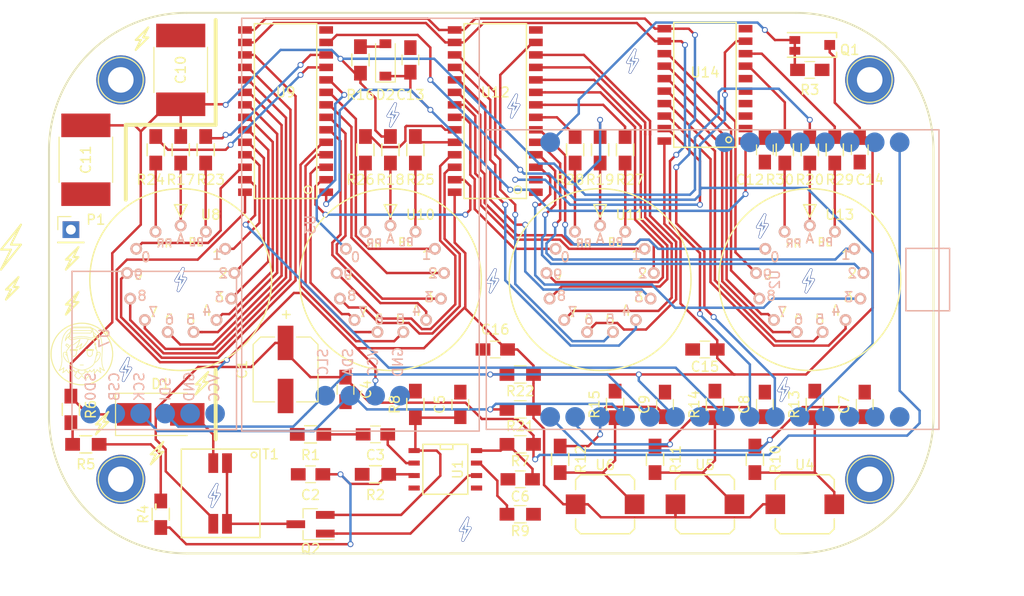
<source format=kicad_pcb>
(kicad_pcb (version 4) (host pcbnew 4.0.5)
  (layers (0 F.Cu signal) (31 B.Cu signal) (34 B.Paste user) (35 F.Paste user) (36 B.SilkS user) (37 F.SilkS user) (38 B.Mask user) (39 F.Mask user) (44 Edge.Cuts user))
  (net 0 "")
  (net 1 "Net-(C2-Pad1)")
  (net 2 GND)
  (net 3 "Net-(C3-Pad1)")
  (net 4 "Net-(C3-Pad2)")
  (net 5 +5V)
  (net 6 "Net-(C5-Pad1)")
  (net 7 "Net-(C6-Pad1)")
  (net 8 "Net-(C7-Pad1)")
  (net 9 "Net-(C8-Pad1)")
  (net 10 "Net-(C9-Pad1)")
  (net 11 /HVout)
  (net 12 "Net-(D2-Pad2)")
  (net 13 "Net-(Q1-Pad2)")
  (net 14 +3V3)
  (net 15 "Net-(Q2-Pad1)")
  (net 16 "Net-(Q2-Pad3)")
  (net 17 "Net-(R4-Pad1)")
  (net 18 "Net-(R5-Pad1)")
  (net 19 "Net-(R9-Pad2)")
  (net 20 "Net-(R10-Pad2)")
  (net 21 "Net-(R11-Pad2)")
  (net 22 "Net-(R12-Pad2)")
  (net 23 "Net-(R17-Pad2)")
  (net 24 "Net-(R18-Pad2)")
  (net 25 "Net-(R19-Pad2)")
  (net 26 "Net-(R20-Pad2)")
  (net 27 "Net-(R21-Pad2)")
  (net 28 "Net-(R22-Pad2)")
  (net 29 "Net-(R23-Pad1)")
  (net 30 "Net-(R23-Pad2)")
  (net 31 "Net-(R24-Pad1)")
  (net 32 "Net-(R24-Pad2)")
  (net 33 "Net-(R25-Pad1)")
  (net 34 "Net-(R25-Pad2)")
  (net 35 "Net-(R26-Pad1)")
  (net 36 "Net-(R26-Pad2)")
  (net 37 "Net-(R27-Pad1)")
  (net 38 "Net-(R27-Pad2)")
  (net 39 "Net-(R28-Pad1)")
  (net 40 "Net-(R28-Pad2)")
  (net 41 "Net-(R29-Pad1)")
  (net 42 "Net-(R29-Pad2)")
  (net 43 "Net-(R30-Pad1)")
  (net 44 "Net-(R30-Pad2)")
  (net 45 "Net-(D1-Pad2)")
  (net 46 /DIN)
  (net 47 /LOAD)
  (net 48 /CLK)
  (net 49 /BLANK)
  (net 50 "Net-(U2-Pad19)")
  (net 51 "Net-(U2-Pad18)")
  (net 52 "Net-(U2-Pad13)")
  (net 53 "Net-(U2-Pad12)")
  (net 54 "Net-(U2-Pad11)")
  (net 55 "Net-(U8-Pad12)")
  (net 56 "Net-(U8-Pad11)")
  (net 57 "Net-(U8-Pad10)")
  (net 58 "Net-(U8-Pad9)")
  (net 59 "Net-(U8-Pad8)")
  (net 60 "Net-(U8-Pad7)")
  (net 61 "Net-(U8-Pad6)")
  (net 62 "Net-(U8-Pad5)")
  (net 63 "Net-(U8-Pad4)")
  (net 64 "Net-(U8-Pad3)")
  (net 65 "Net-(U10-Pad12)")
  (net 66 "Net-(U10-Pad3)")
  (net 67 "Net-(U10-Pad4)")
  (net 68 "Net-(U10-Pad5)")
  (net 69 "Net-(U10-Pad6)")
  (net 70 "Net-(U10-Pad7)")
  (net 71 "Net-(U10-Pad8)")
  (net 72 "Net-(U10-Pad9)")
  (net 73 "Net-(U12-Pad27)")
  (net 74 "Net-(U10-Pad11)")
  (net 75 "Net-(U10-Pad10)")
  (net 76 "Net-(U11-Pad12)")
  (net 77 "Net-(U11-Pad11)")
  (net 78 "Net-(U11-Pad10)")
  (net 79 "Net-(U11-Pad9)")
  (net 80 "Net-(U11-Pad8)")
  (net 81 "Net-(U11-Pad7)")
  (net 82 "Net-(U11-Pad6)")
  (net 83 "Net-(U11-Pad5)")
  (net 84 "Net-(U11-Pad4)")
  (net 85 "Net-(U11-Pad3)")
  (net 86 "Net-(U12-Pad6)")
  (net 87 "Net-(U12-Pad5)")
  (net 88 "Net-(U12-Pad4)")
  (net 89 "Net-(U12-Pad3)")
  (net 90 "Net-(U12-Pad2)")
  (net 91 "Net-(U13-Pad11)")
  (net 92 "Net-(U13-Pad10)")
  (net 93 "Net-(U13-Pad9)")
  (net 94 "Net-(U13-Pad8)")
  (net 95 "Net-(U13-Pad7)")
  (net 96 "Net-(U13-Pad6)")
  (net 97 "Net-(U14-Pad6)")
  (net 98 "Net-(U14-Pad5)")
  (net 99 "Net-(U14-Pad4)")
  (net 100 "Net-(U14-Pad3)")
  (net 101 "Net-(U14-Pad2)")
  (net 102 "Net-(U7-Pad5)")
  (net 103 "Net-(U7-Pad6)")
  (net 104 "Net-(C12-Pad2)")
  (module BamboulabFootprints:Biri-Biri-via-small (layer F.Cu) (at 51.816 113.284)
    (fp_text reference REF** hide)
    (fp_text value "Biri-Biri via")
    (pad 1 thru_hole oval (at -0.254 0.127) (size 0.758 0.3) (drill oval 0.658 0.2) (layers *.Cu) (net 2 GND))
    (pad 1 thru_hole oval (at 0.254 -0.127) (size 0.758 0.3) (drill oval 0.658 0.2) (layers *.Cu) (net 2 GND))
    (pad 1 thru_hole oval (at 0.127 0.508 59.036) (size 1.73 0.3) (drill oval 1.63 0.2) (layers *.Cu) (net 2 GND))
    (pad 1 thru_hole oval (at -0.127 -0.508 59.036) (size 1.73 0.3) (drill oval 1.63 0.2) (layers *.Cu) (net 2 GND))
    (pad 1 thru_hole oval (at 0.127 -0.635 75.964) (size 1.2975 0.3) (drill oval 1.1975 0.2) (layers *.Cu) (net 2 GND))
    (pad 1 thru_hole oval (at -0.127 0.635 75.964) (size 1.2975 0.3) (drill oval 1.1975 0.2) (layers *.Cu) (net 2 GND))
  )
  (module BamboulabFootprints:Biri-Biri-via-small (layer F.Cu) (at 91.313 86.487)
    (fp_text reference REF** hide)
    (fp_text value "Biri-Biri via")
    (pad 1 thru_hole oval (at -0.254 0.127) (size 0.758 0.3) (drill oval 0.658 0.2) (layers *.Cu) (net 2 GND))
    (pad 1 thru_hole oval (at 0.254 -0.127) (size 0.758 0.3) (drill oval 0.658 0.2) (layers *.Cu) (net 2 GND))
    (pad 1 thru_hole oval (at 0.127 0.508 59.036) (size 1.73 0.3) (drill oval 1.63 0.2) (layers *.Cu) (net 2 GND))
    (pad 1 thru_hole oval (at -0.127 -0.508 59.036) (size 1.73 0.3) (drill oval 1.63 0.2) (layers *.Cu) (net 2 GND))
    (pad 1 thru_hole oval (at 0.127 -0.635 75.964) (size 1.2975 0.3) (drill oval 1.1975 0.2) (layers *.Cu) (net 2 GND))
    (pad 1 thru_hole oval (at -0.127 0.635 75.964) (size 1.2975 0.3) (drill oval 1.1975 0.2) (layers *.Cu) (net 2 GND))
  )
  (module BamboulabFootprints:Biri-Biri-via-small (layer F.Cu) (at 121.285 104.267)
    (fp_text reference REF** hide)
    (fp_text value "Biri-Biri via")
    (pad 1 thru_hole oval (at -0.254 0.127) (size 0.758 0.3) (drill oval 0.658 0.2) (layers *.Cu) (net 2 GND))
    (pad 1 thru_hole oval (at 0.254 -0.127) (size 0.758 0.3) (drill oval 0.658 0.2) (layers *.Cu) (net 2 GND))
    (pad 1 thru_hole oval (at 0.127 0.508 59.036) (size 1.73 0.3) (drill oval 1.63 0.2) (layers *.Cu) (net 2 GND))
    (pad 1 thru_hole oval (at -0.127 -0.508 59.036) (size 1.73 0.3) (drill oval 1.63 0.2) (layers *.Cu) (net 2 GND))
    (pad 1 thru_hole oval (at 0.127 -0.635 75.964) (size 1.2975 0.3) (drill oval 1.1975 0.2) (layers *.Cu) (net 2 GND))
    (pad 1 thru_hole oval (at -0.127 0.635 75.964) (size 1.2975 0.3) (drill oval 1.1975 0.2) (layers *.Cu) (net 2 GND))
  )
  (module BamboulabFootprints:Biri-Biri-via-small (layer F.Cu) (at 118.745 115.316)
    (fp_text reference REF** hide)
    (fp_text value "Biri-Biri via")
    (pad 1 thru_hole oval (at -0.254 0.127) (size 0.758 0.3) (drill oval 0.658 0.2) (layers *.Cu) (net 2 GND))
    (pad 1 thru_hole oval (at 0.254 -0.127) (size 0.758 0.3) (drill oval 0.658 0.2) (layers *.Cu) (net 2 GND))
    (pad 1 thru_hole oval (at 0.127 0.508 59.036) (size 1.73 0.3) (drill oval 1.63 0.2) (layers *.Cu) (net 2 GND))
    (pad 1 thru_hole oval (at -0.127 -0.508 59.036) (size 1.73 0.3) (drill oval 1.63 0.2) (layers *.Cu) (net 2 GND))
    (pad 1 thru_hole oval (at 0.127 -0.635 75.964) (size 1.2975 0.3) (drill oval 1.1975 0.2) (layers *.Cu) (net 2 GND))
    (pad 1 thru_hole oval (at -0.127 0.635 75.964) (size 1.2975 0.3) (drill oval 1.1975 0.2) (layers *.Cu) (net 2 GND))
  )
  (module BamboulabFootprints:Biri-Biri-via-small (layer F.Cu) (at 116.586 98.679)
    (fp_text reference REF** hide)
    (fp_text value "Biri-Biri via")
    (pad 1 thru_hole oval (at -0.254 0.127) (size 0.758 0.3) (drill oval 0.658 0.2) (layers *.Cu) (net 2 GND))
    (pad 1 thru_hole oval (at 0.254 -0.127) (size 0.758 0.3) (drill oval 0.658 0.2) (layers *.Cu) (net 2 GND))
    (pad 1 thru_hole oval (at 0.127 0.508 59.036) (size 1.73 0.3) (drill oval 1.63 0.2) (layers *.Cu) (net 2 GND))
    (pad 1 thru_hole oval (at -0.127 -0.508 59.036) (size 1.73 0.3) (drill oval 1.63 0.2) (layers *.Cu) (net 2 GND))
    (pad 1 thru_hole oval (at 0.127 -0.635 75.964) (size 1.2975 0.3) (drill oval 1.1975 0.2) (layers *.Cu) (net 2 GND))
    (pad 1 thru_hole oval (at -0.127 0.635 75.964) (size 1.2975 0.3) (drill oval 1.1975 0.2) (layers *.Cu) (net 2 GND))
  )
  (module BamboulabFootprints:Biri-Biri-via-small (layer F.Cu) (at 60.833 126.111)
    (fp_text reference REF** hide)
    (fp_text value "Biri-Biri via")
    (pad 1 thru_hole oval (at -0.254 0.127) (size 0.758 0.3) (drill oval 0.658 0.2) (layers *.Cu) (net 2 GND))
    (pad 1 thru_hole oval (at 0.254 -0.127) (size 0.758 0.3) (drill oval 0.658 0.2) (layers *.Cu) (net 2 GND))
    (pad 1 thru_hole oval (at 0.127 0.508 59.036) (size 1.73 0.3) (drill oval 1.63 0.2) (layers *.Cu) (net 2 GND))
    (pad 1 thru_hole oval (at -0.127 -0.508 59.036) (size 1.73 0.3) (drill oval 1.63 0.2) (layers *.Cu) (net 2 GND))
    (pad 1 thru_hole oval (at 0.127 -0.635 75.964) (size 1.2975 0.3) (drill oval 1.1975 0.2) (layers *.Cu) (net 2 GND))
    (pad 1 thru_hole oval (at -0.127 0.635 75.964) (size 1.2975 0.3) (drill oval 1.1975 0.2) (layers *.Cu) (net 2 GND))
  )
  (module BamboulabFootprints:Biri-Biri-via-small (layer F.Cu) (at 78.994 87.376)
    (fp_text reference REF** hide)
    (fp_text value "Biri-Biri via")
    (pad 1 thru_hole oval (at -0.254 0.127) (size 0.758 0.3) (drill oval 0.658 0.2) (layers *.Cu) (net 2 GND))
    (pad 1 thru_hole oval (at 0.254 -0.127) (size 0.758 0.3) (drill oval 0.658 0.2) (layers *.Cu) (net 2 GND))
    (pad 1 thru_hole oval (at 0.127 0.508 59.036) (size 1.73 0.3) (drill oval 1.63 0.2) (layers *.Cu) (net 2 GND))
    (pad 1 thru_hole oval (at -0.127 -0.508 59.036) (size 1.73 0.3) (drill oval 1.63 0.2) (layers *.Cu) (net 2 GND))
    (pad 1 thru_hole oval (at 0.127 -0.635 75.964) (size 1.2975 0.3) (drill oval 1.1975 0.2) (layers *.Cu) (net 2 GND))
    (pad 1 thru_hole oval (at -0.127 0.635 75.964) (size 1.2975 0.3) (drill oval 1.1975 0.2) (layers *.Cu) (net 2 GND))
  )
  (module BamboulabFootprints:Biri-Biri-via-small (layer F.Cu) (at 57.404 104.14)
    (fp_text reference REF** hide)
    (fp_text value "Biri-Biri via")
    (pad 1 thru_hole oval (at -0.254 0.127) (size 0.758 0.3) (drill oval 0.658 0.2) (layers *.Cu) (net 2 GND))
    (pad 1 thru_hole oval (at 0.254 -0.127) (size 0.758 0.3) (drill oval 0.658 0.2) (layers *.Cu) (net 2 GND))
    (pad 1 thru_hole oval (at 0.127 0.508 59.036) (size 1.73 0.3) (drill oval 1.63 0.2) (layers *.Cu) (net 2 GND))
    (pad 1 thru_hole oval (at -0.127 -0.508 59.036) (size 1.73 0.3) (drill oval 1.63 0.2) (layers *.Cu) (net 2 GND))
    (pad 1 thru_hole oval (at 0.127 -0.635 75.964) (size 1.2975 0.3) (drill oval 1.1975 0.2) (layers *.Cu) (net 2 GND))
    (pad 1 thru_hole oval (at -0.127 0.635 75.964) (size 1.2975 0.3) (drill oval 1.1975 0.2) (layers *.Cu) (net 2 GND))
  )
  (module BamboulabFootprints:Biri-Biri-via-small (layer F.Cu) (at 103.378 81.915)
    (fp_text reference REF** hide)
    (fp_text value "Biri-Biri via")
    (pad 1 thru_hole oval (at -0.254 0.127) (size 0.758 0.3) (drill oval 0.658 0.2) (layers *.Cu) (net 2 GND))
    (pad 1 thru_hole oval (at 0.254 -0.127) (size 0.758 0.3) (drill oval 0.658 0.2) (layers *.Cu) (net 2 GND))
    (pad 1 thru_hole oval (at 0.127 0.508 59.036) (size 1.73 0.3) (drill oval 1.63 0.2) (layers *.Cu) (net 2 GND))
    (pad 1 thru_hole oval (at -0.127 -0.508 59.036) (size 1.73 0.3) (drill oval 1.63 0.2) (layers *.Cu) (net 2 GND))
    (pad 1 thru_hole oval (at 0.127 -0.635 75.964) (size 1.2975 0.3) (drill oval 1.1975 0.2) (layers *.Cu) (net 2 GND))
    (pad 1 thru_hole oval (at -0.127 0.635 75.964) (size 1.2975 0.3) (drill oval 1.1975 0.2) (layers *.Cu) (net 2 GND))
  )
  (module BamboulabFootprints:Biri-Biri-via-small (layer F.Cu) (at 89.154 104.267)
    (fp_text reference REF** hide)
    (fp_text value "Biri-Biri via")
    (pad 1 thru_hole oval (at -0.254 0.127) (size 0.758 0.3) (drill oval 0.658 0.2) (layers *.Cu) (net 2 GND))
    (pad 1 thru_hole oval (at 0.254 -0.127) (size 0.758 0.3) (drill oval 0.658 0.2) (layers *.Cu) (net 2 GND))
    (pad 1 thru_hole oval (at 0.127 0.508 59.036) (size 1.73 0.3) (drill oval 1.63 0.2) (layers *.Cu) (net 2 GND))
    (pad 1 thru_hole oval (at -0.127 -0.508 59.036) (size 1.73 0.3) (drill oval 1.63 0.2) (layers *.Cu) (net 2 GND))
    (pad 1 thru_hole oval (at 0.127 -0.635 75.964) (size 1.2975 0.3) (drill oval 1.1975 0.2) (layers *.Cu) (net 2 GND))
    (pad 1 thru_hole oval (at -0.127 0.635 75.964) (size 1.2975 0.3) (drill oval 1.1975 0.2) (layers *.Cu) (net 2 GND))
  )
  (module Resistors_SMD:R_0805_HandSoldering (layer F.Cu) (at 54.864 90.932 90)
    (fp_text reference R24 (at -3.048 -0.508 180) (layer F.SilkS))
    (fp_text value R_Small)
    (pad 1 smd rect (at -1.35 0 90) (size 1.5 1.3) (layers F.Cu F.Paste F.Mask) (net 31 "Net-(R24-Pad1)"))
    (pad 2 smd rect (at 1.35 0 90) (size 1.5 1.3) (layers F.Cu F.Paste F.Mask) (net 32 "Net-(R24-Pad2)"))
  )
  (module BamboulabFootprints:SPEH120100 (layer F.Cu) (at 120.904 127 180)
    (fp_text reference U4 (at 0 4 180) (layer F.SilkS))
    (fp_text value PushButton)
    (pad 1 smd rect (at -3 0 180) (size 2 2) (layers F.Cu F.Paste F.Mask) (net 20 "Net-(R10-Pad2)"))
    (pad 2 smd rect (at 3 0 180) (size 2 2) (layers F.Cu F.Paste F.Mask) (net 14 +3V3))
  )
  (module Resistors_SMD:R_0805_HandSoldering (layer F.Cu) (at 96.012 122.428 270)
    (fp_text reference R12 (at 0 -2.1 270) (layer F.SilkS))
    (fp_text value R_Small)
    (pad 1 smd rect (at -1.35 0 270) (size 1.5 1.3) (layers F.Cu F.Paste F.Mask) (net 10 "Net-(C9-Pad1)"))
    (pad 2 smd rect (at 1.35 0 270) (size 1.5 1.3) (layers F.Cu F.Paste F.Mask) (net 22 "Net-(R12-Pad2)"))
  )
  (module Capacitors_SMD:CP_Elec_6.3x7.7 (layer F.Cu) (at 68.072 113.284 270)
    (fp_text reference C1 (at 0 4.43 270) (layer F.SilkS))
    (fp_text value 220u)
    (fp_text user + (at -5.588 0 270) (layer F.SilkS))
    (pad 1 smd rect (at -2.7 0 90) (size 3.5 1.6) (layers F.Cu F.Paste F.Mask) (net 5 +5V))
    (pad 2 smd rect (at 2.7 0 90) (size 3.5 1.6) (layers F.Cu F.Paste F.Mask) (net 2 GND))
  )
  (module Resistors_SMD:R_0805_HandSoldering (layer F.Cu) (at 78.74 90.932 270)
    (fp_text reference R18 (at 3.048 0 360) (layer F.SilkS))
    (fp_text value R_Small)
    (pad 1 smd rect (at -1.35 0 270) (size 1.5 1.3) (layers F.Cu F.Paste F.Mask) (net 11 /HVout))
    (pad 2 smd rect (at 1.35 0 270) (size 1.5 1.3) (layers F.Cu F.Paste F.Mask) (net 24 "Net-(R18-Pad2)"))
  )
  (module Diodes_SMD:D_SOD-123 (layer F.Cu) (at 78.232 81.788 90)
    (fp_text reference D2 (at -3.556 0 180) (layer F.SilkS))
    (fp_text value D_Zener_Small_ALT)
    (pad 1 smd rect (at -1.65 0 90) (size 0.9 1.2) (layers F.Cu F.Paste F.Mask) (net 104 "Net-(C12-Pad2)"))
    (pad 2 smd rect (at 1.65 0 90) (size 0.9 1.2) (layers F.Cu F.Paste F.Mask) (net 12 "Net-(D2-Pad2)"))
  )
  (module BamboulabFootprints:SW-28 (layer F.Cu) (at 89.408 86.36 180)
    (fp_text reference U12 (at 0 1.27 180) (layer F.SilkS))
    (fp_text value MAX6931)
    (pad 28 smd rect (at 4.13 -8.89 180) (size 1.4 0.762) (layers F.Cu F.Paste F.Mask) (net 14 +3V3))
    (pad 27 smd rect (at 4.13 -7.62 180) (size 1.4 0.762) (layers F.Cu F.Paste F.Mask) (net 73 "Net-(U12-Pad27)"))
    (pad 26 smd rect (at 4.13 -6.35 180) (size 1.4 0.762) (layers F.Cu F.Paste F.Mask) (net 75 "Net-(U10-Pad10)"))
    (pad 25 smd rect (at 4.13 -5.08 180) (size 1.4 0.762) (layers F.Cu F.Paste F.Mask) (net 74 "Net-(U10-Pad11)"))
    (pad 24 smd rect (at 4.13 -3.81 180) (size 1.4 0.762) (layers F.Cu F.Paste F.Mask) (net 34 "Net-(R25-Pad2)"))
    (pad 23 smd rect (at 4.13 -2.54 180) (size 1.4 0.762) (layers F.Cu F.Paste F.Mask) (net 36 "Net-(R26-Pad2)"))
    (pad 22 smd rect (at 4.13 -1.27 180) (size 1.4 0.762) (layers F.Cu F.Paste F.Mask) (net 76 "Net-(U11-Pad12)"))
    (pad 21 smd rect (at 4.13 0 180) (size 1.4 0.762) (layers F.Cu F.Paste F.Mask) (net 85 "Net-(U11-Pad3)"))
    (pad 20 smd rect (at 4.13 1.27 180) (size 1.4 0.762) (layers F.Cu F.Paste F.Mask) (net 84 "Net-(U11-Pad4)"))
    (pad 19 smd rect (at 4.13 2.54 180) (size 1.4 0.762) (layers F.Cu F.Paste F.Mask) (net 83 "Net-(U11-Pad5)"))
    (pad 18 smd rect (at 4.13 3.81 180) (size 1.4 0.762) (layers F.Cu F.Paste F.Mask) (net 82 "Net-(U11-Pad6)"))
    (pad 17 smd rect (at 4.13 5.08 180) (size 1.4 0.762) (layers F.Cu F.Paste F.Mask) (net 81 "Net-(U11-Pad7)"))
    (pad 16 smd rect (at 4.13 6.35 180) (size 1.4 0.762) (layers F.Cu F.Paste F.Mask) (net 47 /LOAD))
    (pad 15 smd rect (at 4.13 7.62 180) (size 1.4 0.762) (layers F.Cu F.Paste F.Mask) (net 48 /CLK))
    (pad 14 smd rect (at -4.13 7.62 180) (size 1.4 0.762) (layers F.Cu F.Paste F.Mask) (net 2 GND))
    (pad 13 smd rect (at -4.13 6.35 180) (size 1.4 0.762) (layers F.Cu F.Paste F.Mask) (net 49 /BLANK))
    (pad 12 smd rect (at -4.13 5.08 180) (size 1.4 0.762) (layers F.Cu F.Paste F.Mask) (net 80 "Net-(U11-Pad8)"))
    (pad 11 smd rect (at -4.13 3.81 180) (size 1.4 0.762) (layers F.Cu F.Paste F.Mask) (net 79 "Net-(U11-Pad9)"))
    (pad 10 smd rect (at -4.13 2.54 180) (size 1.4 0.762) (layers F.Cu F.Paste F.Mask) (net 78 "Net-(U11-Pad10)"))
    (pad 9 smd rect (at -4.13 1.27 180) (size 1.4 0.762) (layers F.Cu F.Paste F.Mask) (net 77 "Net-(U11-Pad11)"))
    (pad 8 smd rect (at -4.13 0 180) (size 1.4 0.762) (layers F.Cu F.Paste F.Mask) (net 38 "Net-(R27-Pad2)"))
    (pad 7 smd rect (at -4.13 -1.27 180) (size 1.4 0.762) (layers F.Cu F.Paste F.Mask) (net 40 "Net-(R28-Pad2)"))
    (pad 6 smd rect (at -4.13 -2.54 180) (size 1.4 0.762) (layers F.Cu F.Paste F.Mask) (net 86 "Net-(U12-Pad6)"))
    (pad 5 smd rect (at -4.13 -3.81 180) (size 1.4 0.762) (layers F.Cu F.Paste F.Mask) (net 87 "Net-(U12-Pad5)"))
    (pad 4 smd rect (at -4.13 -5.08 180) (size 1.4 0.762) (layers F.Cu F.Paste F.Mask) (net 88 "Net-(U12-Pad4)"))
    (pad 3 smd rect (at -4.13 -6.35 180) (size 1.4 0.762) (layers F.Cu F.Paste F.Mask) (net 89 "Net-(U12-Pad3)"))
    (pad 2 smd rect (at -4.13 -7.62 180) (size 1.4 0.762) (layers F.Cu F.Paste F.Mask) (net 90 "Net-(U12-Pad2)"))
    (pad 1 smd rect (at -4.13 -8.89 180) (size 1.4 0.762) (layers F.Cu F.Paste F.Mask) (net 104 "Net-(C12-Pad2)"))
  )
  (module BamboulabFootprints:IN-14 (layer F.Cu) (at 78.74 104.14)
    (fp_text reference U10 (at 3.048 -6.604) (layer F.SilkS))
    (fp_text value IN-14)
    (fp_text user A (at 0 -4.191) (layer B.SilkS) (effects (justify mirror)))
    (fp_text user 1 (at 3.683 -2.54) (layer B.SilkS) (effects (justify mirror)))
    (fp_text user 2 (at 4.318 -0.635) (layer B.SilkS) (effects (justify mirror)))
    (fp_text user PL (at 1.651 -3.81) (layer B.SilkS) (effects (font (size 0.8 0.8)) (justify mirror)))
    (fp_text user 3 (at 3.937 1.778) (layer B.SilkS) (effects (justify mirror)))
    (fp_text user 4 (at 2.667 3.175) (layer B.SilkS) (effects (justify mirror)))
    (fp_text user 5 (at 1.016 4.064) (layer B.SilkS) (effects (justify mirror)))
    (fp_text user 6 (at -1.143 4.064) (layer B.SilkS) (effects (justify mirror)))
    (fp_text user 7 (at -2.794 3.302) (layer B.SilkS) (effects (justify mirror)))
    (fp_text user 8 (at -3.937 1.651) (layer B.SilkS) (effects (justify mirror)))
    (fp_text user 9 (at -4.318 -0.508) (layer B.SilkS) (effects (justify mirror)))
    (fp_text user 0 (at -3.556 -2.286) (layer B.SilkS) (effects (justify mirror)))
    (fp_text user PR (at -1.651 -3.683) (layer B.SilkS) (effects (font (size 0.8 0.8)) (justify mirror)))
    (fp_text user A (at 0 -4.191) (layer F.SilkS))
    (fp_text user 1 (at 3.683 -2.54) (layer F.SilkS))
    (fp_text user 2 (at 4.318 -0.635) (layer F.SilkS))
    (fp_text user 3 (at 3.937 1.778) (layer F.SilkS))
    (fp_text user 4 (at 2.667 3.175) (layer F.SilkS))
    (fp_text user 5 (at 1.016 4.064) (layer F.SilkS))
    (fp_text user 6 (at -1.143 4.064) (layer F.SilkS))
    (fp_text user 7 (at -2.794 3.302) (layer F.SilkS))
    (fp_text user 8 (at -3.937 1.651) (layer F.SilkS))
    (fp_text user 9 (at -4.318 -0.508) (layer F.SilkS))
    (fp_text user 0 (at -3.556 -2.286) (layer F.SilkS))
    (fp_text user PR (at -1.651 -3.683) (layer F.SilkS) (effects (font (size 0.8 0.8))))
    (fp_text user PL (at 1.524 -3.81) (layer F.SilkS) (effects (font (size 0.8 0.8))))
    (pad 13 thru_hole circle (at -2.56 -4.87) (size 1.2 1.2) (drill 0.7) (layers *.Cu *.Adhes *.Paste *.SilkS *.Mask Dwgs.User Eco1.User Eco2.User) (net 35 "Net-(R26-Pad1)"))
    (pad 12 thru_hole circle (at -4.53 -3.13) (size 1.2 1.2) (drill 0.7) (layers *.Cu *.Adhes *.Paste *.SilkS *.Mask Dwgs.User Eco1.User Eco2.User) (net 65 "Net-(U10-Pad12)"))
    (pad 11 thru_hole circle (at -5.46 -0.67) (size 1.2 1.2) (drill 0.7) (layers *.Cu *.Adhes *.Paste *.SilkS *.Mask Dwgs.User Eco1.User Eco2.User) (net 74 "Net-(U10-Pad11)"))
    (pad 10 thru_hole circle (at -5.14 1.94) (size 1.2 1.2) (drill 0.7) (layers *.Cu *.Adhes *.Paste *.SilkS *.Mask Dwgs.User Eco1.User Eco2.User) (net 75 "Net-(U10-Pad10)"))
    (pad 9 thru_hole circle (at -3.65 4.11) (size 1.2 1.2) (drill 0.7) (layers *.Cu *.Adhes *.Paste *.SilkS *.Mask Dwgs.User Eco1.User Eco2.User) (net 72 "Net-(U10-Pad9)"))
    (pad 8 thru_hole circle (at -1.32 5.34) (size 1.2 1.2) (drill 0.7) (layers *.Cu *.Adhes *.Paste *.SilkS *.Mask Dwgs.User Eco1.User Eco2.User) (net 71 "Net-(U10-Pad8)"))
    (pad 7 thru_hole circle (at 1.31 5.34) (size 1.2 1.2) (drill 0.7) (layers *.Cu *.Adhes *.Paste *.SilkS *.Mask Dwgs.User Eco1.User Eco2.User) (net 70 "Net-(U10-Pad7)"))
    (pad 6 thru_hole circle (at 3.64 4.11) (size 1.2 1.2) (drill 0.7) (layers *.Cu *.Adhes *.Paste *.SilkS *.Mask Dwgs.User Eco1.User Eco2.User) (net 69 "Net-(U10-Pad6)"))
    (pad 5 thru_hole circle (at 5.14 1.94) (size 1.2 1.2) (drill 0.7) (layers *.Cu *.Adhes *.Paste *.SilkS *.Mask Dwgs.User Eco1.User Eco2.User) (net 68 "Net-(U10-Pad5)"))
    (pad 4 thru_hole circle (at 5.46 -0.67) (size 1.2 1.2) (drill 0.7) (layers *.Cu *.Adhes *.Paste *.SilkS *.Mask Dwgs.User Eco1.User Eco2.User) (net 67 "Net-(U10-Pad4)"))
    (pad 3 thru_hole circle (at 4.53 -3.13) (size 1.2 1.2) (drill 0.7) (layers *.Cu *.Adhes *.Paste *.SilkS *.Mask Dwgs.User Eco1.User Eco2.User) (net 66 "Net-(U10-Pad3)"))
    (pad 2 thru_hole circle (at 2.56 -4.87) (size 1.2 1.2) (drill 0.7) (layers *.Cu *.Adhes *.Paste *.SilkS *.Mask Dwgs.User Eco1.User Eco2.User) (net 33 "Net-(R25-Pad1)"))
    (pad 1 thru_hole circle (at 0 -5.5) (size 1.2 1.2) (drill 0.7) (layers *.Cu *.Adhes *.Paste *.SilkS *.Mask Dwgs.User Eco1.User Eco2.User) (net 24 "Net-(R18-Pad2)"))
  )
  (module Capacitors_SMD:C_0805_HandSoldering (layer F.Cu) (at 70.612 123.952 180)
    (fp_text reference C2 (at 0 -2.1 180) (layer F.SilkS))
    (fp_text value 0.001)
    (pad 1 smd rect (at -1.25 0 180) (size 1.5 1.25) (layers F.Cu F.Paste F.Mask) (net 1 "Net-(C2-Pad1)"))
    (pad 2 smd rect (at 1.25 0 180) (size 1.5 1.25) (layers F.Cu F.Paste F.Mask) (net 2 GND))
  )
  (module Capacitors_SMD:C_0805_HandSoldering (layer F.Cu) (at 77.216 119.888 180)
    (fp_text reference C3 (at 0 -2.1 180) (layer F.SilkS))
    (fp_text value 0.1u)
    (pad 1 smd rect (at -1.25 0 180) (size 1.5 1.25) (layers F.Cu F.Paste F.Mask) (net 3 "Net-(C3-Pad1)"))
    (pad 2 smd rect (at 1.25 0 180) (size 1.5 1.25) (layers F.Cu F.Paste F.Mask) (net 4 "Net-(C3-Pad2)"))
  )
  (module Capacitors_SMD:C_0805_HandSoldering (layer F.Cu) (at 74.168 115.316 270)
    (fp_text reference C4 (at 0 -2.1 450) (layer F.SilkS))
    (fp_text value 10u)
    (pad 1 smd rect (at -1.25 0 270) (size 1.5 1.25) (layers F.Cu F.Paste F.Mask) (net 5 +5V))
    (pad 2 smd rect (at 1.25 0 270) (size 1.5 1.25) (layers F.Cu F.Paste F.Mask) (net 2 GND))
  )
  (module Capacitors_SMD:C_0805_HandSoldering (layer F.Cu) (at 85.852 116.84 90)
    (fp_text reference C5 (at 0 -2.1 90) (layer F.SilkS))
    (fp_text value 0.01u)
    (pad 1 smd rect (at -1.25 0 90) (size 1.5 1.25) (layers F.Cu F.Paste F.Mask) (net 6 "Net-(C5-Pad1)"))
    (pad 2 smd rect (at 1.25 0 90) (size 1.5 1.25) (layers F.Cu F.Paste F.Mask) (net 2 GND))
  )
  (module Capacitors_SMD:C_0805_HandSoldering (layer F.Cu) (at 127 116.84 90)
    (fp_text reference C7 (at 0 -2.1 90) (layer F.SilkS))
    (fp_text value 0.1u)
    (pad 1 smd rect (at -1.25 0 90) (size 1.5 1.25) (layers F.Cu F.Paste F.Mask) (net 8 "Net-(C7-Pad1)"))
    (pad 2 smd rect (at 1.25 0 90) (size 1.5 1.25) (layers F.Cu F.Paste F.Mask) (net 2 GND))
  )
  (module Capacitors_SMD:C_0805_HandSoldering (layer F.Cu) (at 116.84 116.84 90)
    (fp_text reference C8 (at 0 -2.1 90) (layer F.SilkS))
    (fp_text value 0.1u)
    (pad 1 smd rect (at -1.25 0 90) (size 1.5 1.25) (layers F.Cu F.Paste F.Mask) (net 9 "Net-(C8-Pad1)"))
    (pad 2 smd rect (at 1.25 0 90) (size 1.5 1.25) (layers F.Cu F.Paste F.Mask) (net 2 GND))
  )
  (module Capacitors_SMD:C_0805_HandSoldering (layer F.Cu) (at 106.68 116.84 90)
    (fp_text reference C9 (at 0 -2.1 90) (layer F.SilkS))
    (fp_text value 0.1u)
    (pad 1 smd rect (at -1.25 0 90) (size 1.5 1.25) (layers F.Cu F.Paste F.Mask) (net 10 "Net-(C9-Pad1)"))
    (pad 2 smd rect (at 1.25 0 90) (size 1.5 1.25) (layers F.Cu F.Paste F.Mask) (net 2 GND))
  )
  (module Capacitors_SMD:C_2220_HandSoldering (layer F.Cu) (at 57.404 82.804 90)
    (fp_text reference C10 (at 0 0 90) (layer F.SilkS))
    (fp_text value 1u)
    (pad 1 smd rect (at -3.5 0 90) (size 2.4 5) (layers F.Cu F.Paste F.Mask) (net 11 /HVout))
    (pad 2 smd rect (at 3.5 0 90) (size 2.4 5) (layers F.Cu F.Paste F.Mask) (net 2 GND))
  )
  (module Capacitors_SMD:C_2220_HandSoldering (layer F.Cu) (at 47.752 91.948 270)
    (fp_text reference C11 (at 0 0 270) (layer F.SilkS))
    (fp_text value 1u)
    (pad 1 smd rect (at -3.5 0 270) (size 2.4 5) (layers F.Cu F.Paste F.Mask) (net 11 /HVout))
    (pad 2 smd rect (at 3.5 0 270) (size 2.4 5) (layers F.Cu F.Paste F.Mask) (net 2 GND))
  )
  (module TO_SOT_Packages_SMD:SOT-23_Handsoldering (layer F.Cu) (at 70.612 129.032 180)
    (fp_text reference Q2 (at 0 -2.5 180) (layer F.SilkS))
    (fp_text value Q_NMOS_GSD)
    (pad 1 smd rect (at -1.5 -0.95 180) (size 1.9 0.8) (layers F.Cu F.Paste F.Mask) (net 15 "Net-(Q2-Pad1)"))
    (pad 2 smd rect (at -1.5 0.95 180) (size 1.9 0.8) (layers F.Cu F.Paste F.Mask) (net 6 "Net-(C5-Pad1)"))
    (pad 3 smd rect (at 1.5 0 180) (size 1.9 0.8) (layers F.Cu F.Paste F.Mask) (net 16 "Net-(Q2-Pad3)"))
  )
  (module Resistors_SMD:R_0805_HandSoldering (layer F.Cu) (at 70.612 119.888 180)
    (fp_text reference R1 (at 0 -2.1 180) (layer F.SilkS))
    (fp_text value 1K)
    (pad 1 smd rect (at -1.35 0 180) (size 1.5 1.3) (layers F.Cu F.Paste F.Mask) (net 4 "Net-(C3-Pad2)"))
    (pad 2 smd rect (at 1.35 0 180) (size 1.5 1.3) (layers F.Cu F.Paste F.Mask) (net 2 GND))
  )
  (module Resistors_SMD:R_0805_HandSoldering (layer F.Cu) (at 77.216 123.952 180)
    (fp_text reference R2 (at 0 -2.1 180) (layer F.SilkS))
    (fp_text value 13K)
    (pad 1 smd rect (at -1.35 0 180) (size 1.5 1.3) (layers F.Cu F.Paste F.Mask) (net 1 "Net-(C2-Pad1)"))
    (pad 2 smd rect (at 1.35 0 180) (size 1.5 1.3) (layers F.Cu F.Paste F.Mask) (net 2 GND))
  )
  (module Capacitors_SMD:C_0805_HandSoldering (layer F.Cu) (at 121.412 82.804)
    (fp_text reference R3 (at 0 2.032) (layer F.SilkS))
    (fp_text value R_Small)
    (pad 1 smd rect (at -1.25 0) (size 1.5 1.25) (layers F.Cu F.Paste F.Mask) (net 13 "Net-(Q1-Pad2)"))
    (pad 2 smd rect (at 1.25 0) (size 1.5 1.25) (layers F.Cu F.Paste F.Mask) (net 2 GND))
  )
  (module Resistors_SMD:R_0805_HandSoldering (layer F.Cu) (at 55.372 128.016 270)
    (fp_text reference R4 (at 0 1.778 270) (layer F.SilkS))
    (fp_text value 1M)
    (pad 1 smd rect (at -1.35 0 270) (size 1.5 1.3) (layers F.Cu F.Paste F.Mask) (net 17 "Net-(R4-Pad1)"))
    (pad 2 smd rect (at 1.35 0 270) (size 1.5 1.3) (layers F.Cu F.Paste F.Mask) (net 1 "Net-(C2-Pad1)"))
  )
  (module Resistors_SMD:R_0805_HandSoldering (layer F.Cu) (at 47.752 120.904)
    (fp_text reference R5 (at 0 2.032) (layer F.SilkS))
    (fp_text value 820K)
    (pad 1 smd rect (at -1.35 0) (size 1.5 1.3) (layers F.Cu F.Paste F.Mask) (net 18 "Net-(R5-Pad1)"))
    (pad 2 smd rect (at 1.35 0) (size 1.5 1.3) (layers F.Cu F.Paste F.Mask) (net 17 "Net-(R4-Pad1)"))
  )
  (module Resistors_SMD:R_0805_HandSoldering (layer F.Cu) (at 46.228 117.348 270)
    (fp_text reference R6 (at 0 -2.032 270) (layer F.SilkS))
    (fp_text value 24K)
    (pad 1 smd rect (at -1.35 0 270) (size 1.5 1.3) (layers F.Cu F.Paste F.Mask) (net 11 /HVout))
    (pad 2 smd rect (at 1.35 0 270) (size 1.5 1.3) (layers F.Cu F.Paste F.Mask) (net 18 "Net-(R5-Pad1)"))
  )
  (module Resistors_SMD:R_0805_HandSoldering (layer F.Cu) (at 81.28 116.84 90)
    (fp_text reference R8 (at 0 -2.1 270) (layer F.SilkS))
    (fp_text value 0.1)
    (pad 1 smd rect (at -1.35 0 90) (size 1.5 1.3) (layers F.Cu F.Paste F.Mask) (net 6 "Net-(C5-Pad1)"))
    (pad 2 smd rect (at 1.35 0 90) (size 1.5 1.3) (layers F.Cu F.Paste F.Mask) (net 2 GND))
  )
  (module Resistors_SMD:R_0805_HandSoldering (layer F.Cu) (at 115.824 122.428 270)
    (fp_text reference R10 (at 0 -2.1 270) (layer F.SilkS))
    (fp_text value R_Small)
    (pad 1 smd rect (at -1.35 0 270) (size 1.5 1.3) (layers F.Cu F.Paste F.Mask) (net 8 "Net-(C7-Pad1)"))
    (pad 2 smd rect (at 1.35 0 270) (size 1.5 1.3) (layers F.Cu F.Paste F.Mask) (net 20 "Net-(R10-Pad2)"))
  )
  (module Resistors_SMD:R_0805_HandSoldering (layer F.Cu) (at 105.664 122.428 270)
    (fp_text reference R11 (at 0 -2.1 270) (layer F.SilkS))
    (fp_text value R_Small)
    (pad 1 smd rect (at -1.35 0 270) (size 1.5 1.3) (layers F.Cu F.Paste F.Mask) (net 9 "Net-(C8-Pad1)"))
    (pad 2 smd rect (at 1.35 0 270) (size 1.5 1.3) (layers F.Cu F.Paste F.Mask) (net 21 "Net-(R11-Pad2)"))
  )
  (module Resistors_SMD:R_0805_HandSoldering (layer F.Cu) (at 121.92 116.84 90)
    (fp_text reference R13 (at 0 -2.1 90) (layer F.SilkS))
    (fp_text value R_Small)
    (pad 1 smd rect (at -1.35 0 90) (size 1.5 1.3) (layers F.Cu F.Paste F.Mask) (net 20 "Net-(R10-Pad2)"))
    (pad 2 smd rect (at 1.35 0 90) (size 1.5 1.3) (layers F.Cu F.Paste F.Mask) (net 2 GND))
  )
  (module Resistors_SMD:R_0805_HandSoldering (layer F.Cu) (at 111.76 116.84 90)
    (fp_text reference R14 (at 0 -2.1 90) (layer F.SilkS))
    (fp_text value R_Small)
    (pad 1 smd rect (at -1.35 0 90) (size 1.5 1.3) (layers F.Cu F.Paste F.Mask) (net 21 "Net-(R11-Pad2)"))
    (pad 2 smd rect (at 1.35 0 90) (size 1.5 1.3) (layers F.Cu F.Paste F.Mask) (net 2 GND))
  )
  (module Resistors_SMD:R_0805_HandSoldering (layer F.Cu) (at 101.6 116.84 90)
    (fp_text reference R15 (at 0 -2.1 90) (layer F.SilkS))
    (fp_text value R_Small)
    (pad 1 smd rect (at -1.35 0 90) (size 1.5 1.3) (layers F.Cu F.Paste F.Mask) (net 22 "Net-(R12-Pad2)"))
    (pad 2 smd rect (at 1.35 0 90) (size 1.5 1.3) (layers F.Cu F.Paste F.Mask) (net 2 GND))
  )
  (module Resistors_SMD:R_0805_HandSoldering (layer F.Cu) (at 75.692 81.788 90)
    (fp_text reference R16 (at -3.556 0 180) (layer F.SilkS))
    (fp_text value R_Small)
    (pad 1 smd rect (at -1.35 0 90) (size 1.5 1.3) (layers F.Cu F.Paste F.Mask) (net 11 /HVout))
    (pad 2 smd rect (at 1.35 0 90) (size 1.5 1.3) (layers F.Cu F.Paste F.Mask) (net 12 "Net-(D2-Pad2)"))
  )
  (module Resistors_SMD:R_0805_HandSoldering (layer F.Cu) (at 57.404 90.932 270)
    (fp_text reference R17 (at 3.048 0 360) (layer F.SilkS))
    (fp_text value R_Small)
    (pad 1 smd rect (at -1.35 0 270) (size 1.5 1.3) (layers F.Cu F.Paste F.Mask) (net 11 /HVout))
    (pad 2 smd rect (at 1.35 0 270) (size 1.5 1.3) (layers F.Cu F.Paste F.Mask) (net 23 "Net-(R17-Pad2)"))
  )
  (module Resistors_SMD:R_0805_HandSoldering (layer F.Cu) (at 100.076 90.932 270)
    (fp_text reference R19 (at 3.048 0 360) (layer F.SilkS))
    (fp_text value R_Small)
    (pad 1 smd rect (at -1.35 0 270) (size 1.5 1.3) (layers F.Cu F.Paste F.Mask) (net 11 /HVout))
    (pad 2 smd rect (at 1.35 0 270) (size 1.5 1.3) (layers F.Cu F.Paste F.Mask) (net 25 "Net-(R19-Pad2)"))
  )
  (module Resistors_SMD:R_0805_HandSoldering (layer F.Cu) (at 121.412 90.932 270)
    (fp_text reference R20 (at 3.048 0 360) (layer F.SilkS))
    (fp_text value R_Small)
    (pad 1 smd rect (at -1.35 0 270) (size 1.5 1.3) (layers F.Cu F.Paste F.Mask) (net 11 /HVout))
    (pad 2 smd rect (at 1.35 0 270) (size 1.5 1.3) (layers F.Cu F.Paste F.Mask) (net 26 "Net-(R20-Pad2)"))
  )
  (module Resistors_SMD:R_0805_HandSoldering (layer F.Cu) (at 59.944 90.932 90)
    (fp_text reference R23 (at -3.048 0.508 180) (layer F.SilkS))
    (fp_text value R_Small)
    (pad 1 smd rect (at -1.35 0 90) (size 1.5 1.3) (layers F.Cu F.Paste F.Mask) (net 29 "Net-(R23-Pad1)"))
    (pad 2 smd rect (at 1.35 0 90) (size 1.5 1.3) (layers F.Cu F.Paste F.Mask) (net 30 "Net-(R23-Pad2)"))
  )
  (module Resistors_SMD:R_0805_HandSoldering (layer F.Cu) (at 81.28 90.932 90)
    (fp_text reference R25 (at -3.048 0.508 180) (layer F.SilkS))
    (fp_text value R_Small)
    (pad 1 smd rect (at -1.35 0 90) (size 1.5 1.3) (layers F.Cu F.Paste F.Mask) (net 33 "Net-(R25-Pad1)"))
    (pad 2 smd rect (at 1.35 0 90) (size 1.5 1.3) (layers F.Cu F.Paste F.Mask) (net 34 "Net-(R25-Pad2)"))
  )
  (module Resistors_SMD:R_0805_HandSoldering (layer F.Cu) (at 76.2 90.932 90)
    (fp_text reference R26 (at -3.048 -0.508 180) (layer F.SilkS))
    (fp_text value R_Small)
    (pad 1 smd rect (at -1.35 0 90) (size 1.5 1.3) (layers F.Cu F.Paste F.Mask) (net 35 "Net-(R26-Pad1)"))
    (pad 2 smd rect (at 1.35 0 90) (size 1.5 1.3) (layers F.Cu F.Paste F.Mask) (net 36 "Net-(R26-Pad2)"))
  )
  (module Resistors_SMD:R_0805_HandSoldering (layer F.Cu) (at 102.616 90.932 90)
    (fp_text reference R27 (at -3.048 0.508 180) (layer F.SilkS))
    (fp_text value R_Small)
    (pad 1 smd rect (at -1.35 0 90) (size 1.5 1.3) (layers F.Cu F.Paste F.Mask) (net 37 "Net-(R27-Pad1)"))
    (pad 2 smd rect (at 1.35 0 90) (size 1.5 1.3) (layers F.Cu F.Paste F.Mask) (net 38 "Net-(R27-Pad2)"))
  )
  (module Resistors_SMD:R_0805_HandSoldering (layer F.Cu) (at 97.536 90.932 90)
    (fp_text reference R28 (at -3.048 -0.508 180) (layer F.SilkS))
    (fp_text value R_Small)
    (pad 1 smd rect (at -1.35 0 90) (size 1.5 1.3) (layers F.Cu F.Paste F.Mask) (net 39 "Net-(R28-Pad1)"))
    (pad 2 smd rect (at 1.35 0 90) (size 1.5 1.3) (layers F.Cu F.Paste F.Mask) (net 40 "Net-(R28-Pad2)"))
  )
  (module Resistors_SMD:R_0805_HandSoldering (layer F.Cu) (at 123.952 90.932 90)
    (fp_text reference R29 (at -3.048 0.508 180) (layer F.SilkS))
    (fp_text value R_Small)
    (pad 1 smd rect (at -1.35 0 90) (size 1.5 1.3) (layers F.Cu F.Paste F.Mask) (net 41 "Net-(R29-Pad1)"))
    (pad 2 smd rect (at 1.35 0 90) (size 1.5 1.3) (layers F.Cu F.Paste F.Mask) (net 42 "Net-(R29-Pad2)"))
  )
  (module Resistors_SMD:R_0805_HandSoldering (layer F.Cu) (at 118.872 90.932 90)
    (fp_text reference R30 (at -3.048 -0.508 180) (layer F.SilkS))
    (fp_text value R_Small)
    (pad 1 smd rect (at -1.35 0 90) (size 1.5 1.3) (layers F.Cu F.Paste F.Mask) (net 43 "Net-(R30-Pad1)"))
    (pad 2 smd rect (at 1.35 0 90) (size 1.5 1.3) (layers F.Cu F.Paste F.Mask) (net 44 "Net-(R30-Pad2)"))
  )
  (module SMD_Packages:SOIC-8-N (layer F.Cu) (at 84.328 123.444 270)
    (fp_text reference U1 (at 0 -1.27 270) (layer F.SilkS))
    (fp_text value LM3478)
    (pad 8 smd rect (at -1.905 -3.175 270) (size 0.508 1.143) (layers F.Cu F.Paste F.Mask) (net 7 "Net-(C6-Pad1)"))
    (pad 7 smd rect (at -0.635 -3.175 270) (size 0.508 1.143) (layers F.Cu F.Paste F.Mask) (net 19 "Net-(R9-Pad2)"))
    (pad 6 smd rect (at 0.635 -3.175 270) (size 0.508 1.143) (layers F.Cu F.Paste F.Mask) (net 15 "Net-(Q2-Pad1)"))
    (pad 5 smd rect (at 1.905 -3.175 270) (size 0.508 1.143) (layers F.Cu F.Paste F.Mask) (net 2 GND))
    (pad 4 smd rect (at 1.905 3.175 270) (size 0.508 1.143) (layers F.Cu F.Paste F.Mask) (net 2 GND))
    (pad 3 smd rect (at 0.635 3.175 270) (size 0.508 1.143) (layers F.Cu F.Paste F.Mask) (net 1 "Net-(C2-Pad1)"))
    (pad 2 smd rect (at -0.635 3.175 270) (size 0.508 1.143) (layers F.Cu F.Paste F.Mask) (net 3 "Net-(C3-Pad1)"))
    (pad 1 smd rect (at -1.905 3.175 270) (size 0.508 1.143) (layers F.Cu F.Paste F.Mask) (net 6 "Net-(C5-Pad1)"))
  )
  (module BamboulabFootprints:IN-14 (layer F.Cu) (at 57.404 104.14)
    (fp_text reference U8 (at 3.048 -6.604) (layer F.SilkS))
    (fp_text value IN-14)
    (fp_text user A (at 0 -4.191) (layer B.SilkS) (effects (justify mirror)))
    (fp_text user 1 (at 3.683 -2.54) (layer B.SilkS) (effects (justify mirror)))
    (fp_text user 2 (at 4.318 -0.635) (layer B.SilkS) (effects (justify mirror)))
    (fp_text user PL (at 1.651 -3.81) (layer B.SilkS) (effects (font (size 0.8 0.8)) (justify mirror)))
    (fp_text user 3 (at 3.937 1.778) (layer B.SilkS) (effects (justify mirror)))
    (fp_text user 4 (at 2.667 3.175) (layer B.SilkS) (effects (justify mirror)))
    (fp_text user 5 (at 1.016 4.064) (layer B.SilkS) (effects (justify mirror)))
    (fp_text user 6 (at -1.143 4.064) (layer B.SilkS) (effects (justify mirror)))
    (fp_text user 7 (at -2.794 3.302) (layer B.SilkS) (effects (justify mirror)))
    (fp_text user 8 (at -3.937 1.651) (layer B.SilkS) (effects (justify mirror)))
    (fp_text user 9 (at -4.318 -0.508) (layer B.SilkS) (effects (justify mirror)))
    (fp_text user 0 (at -3.556 -2.286) (layer B.SilkS) (effects (justify mirror)))
    (fp_text user PR (at -1.651 -3.683) (layer B.SilkS) (effects (font (size 0.8 0.8)) (justify mirror)))
    (fp_text user A (at 0 -4.191) (layer F.SilkS))
    (fp_text user 1 (at 3.683 -2.54) (layer F.SilkS))
    (fp_text user 2 (at 4.318 -0.635) (layer F.SilkS))
    (fp_text user 3 (at 3.937 1.778) (layer F.SilkS))
    (fp_text user 4 (at 2.667 3.175) (layer F.SilkS))
    (fp_text user 5 (at 1.016 4.064) (layer F.SilkS))
    (fp_text user 6 (at -1.143 4.064) (layer F.SilkS))
    (fp_text user 7 (at -2.794 3.302) (layer F.SilkS))
    (fp_text user 8 (at -3.937 1.651) (layer F.SilkS))
    (fp_text user 9 (at -4.318 -0.508) (layer F.SilkS))
    (fp_text user 0 (at -3.556 -2.286) (layer F.SilkS))
    (fp_text user PR (at -1.651 -3.683) (layer F.SilkS) (effects (font (size 0.8 0.8))))
    (fp_text user PL (at 1.524 -3.81) (layer F.SilkS) (effects (font (size 0.8 0.8))))
    (pad 13 thru_hole circle (at -2.56 -4.87) (size 1.2 1.2) (drill 0.7) (layers *.Cu *.Adhes *.Paste *.SilkS *.Mask Dwgs.User Eco1.User Eco2.User) (net 31 "Net-(R24-Pad1)"))
    (pad 12 thru_hole circle (at -4.53 -3.13) (size 1.2 1.2) (drill 0.7) (layers *.Cu *.Adhes *.Paste *.SilkS *.Mask Dwgs.User Eco1.User Eco2.User) (net 55 "Net-(U8-Pad12)"))
    (pad 11 thru_hole circle (at -5.46 -0.67) (size 1.2 1.2) (drill 0.7) (layers *.Cu *.Adhes *.Paste *.SilkS *.Mask Dwgs.User Eco1.User Eco2.User) (net 56 "Net-(U8-Pad11)"))
    (pad 10 thru_hole circle (at -5.14 1.94) (size 1.2 1.2) (drill 0.7) (layers *.Cu *.Adhes *.Paste *.SilkS *.Mask Dwgs.User Eco1.User Eco2.User) (net 57 "Net-(U8-Pad10)"))
    (pad 9 thru_hole circle (at -3.65 4.11) (size 1.2 1.2) (drill 0.7) (layers *.Cu *.Adhes *.Paste *.SilkS *.Mask Dwgs.User Eco1.User Eco2.User) (net 58 "Net-(U8-Pad9)"))
    (pad 8 thru_hole circle (at -1.32 5.34) (size 1.2 1.2) (drill 0.7) (layers *.Cu *.Adhes *.Paste *.SilkS *.Mask Dwgs.User Eco1.User Eco2.User) (net 59 "Net-(U8-Pad8)"))
    (pad 7 thru_hole circle (at 1.31 5.34) (size 1.2 1.2) (drill 0.7) (layers *.Cu *.Adhes *.Paste *.SilkS *.Mask Dwgs.User Eco1.User Eco2.User) (net 60 "Net-(U8-Pad7)"))
    (pad 6 thru_hole circle (at 3.64 4.11) (size 1.2 1.2) (drill 0.7) (layers *.Cu *.Adhes *.Paste *.SilkS *.Mask Dwgs.User Eco1.User Eco2.User) (net 61 "Net-(U8-Pad6)"))
    (pad 5 thru_hole circle (at 5.14 1.94) (size 1.2 1.2) (drill 0.7) (layers *.Cu *.Adhes *.Paste *.SilkS *.Mask Dwgs.User Eco1.User Eco2.User) (net 62 "Net-(U8-Pad5)"))
    (pad 4 thru_hole circle (at 5.46 -0.67) (size 1.2 1.2) (drill 0.7) (layers *.Cu *.Adhes *.Paste *.SilkS *.Mask Dwgs.User Eco1.User Eco2.User) (net 63 "Net-(U8-Pad4)"))
    (pad 3 thru_hole circle (at 4.53 -3.13) (size 1.2 1.2) (drill 0.7) (layers *.Cu *.Adhes *.Paste *.SilkS *.Mask Dwgs.User Eco1.User Eco2.User) (net 64 "Net-(U8-Pad3)"))
    (pad 2 thru_hole circle (at 2.56 -4.87) (size 1.2 1.2) (drill 0.7) (layers *.Cu *.Adhes *.Paste *.SilkS *.Mask Dwgs.User Eco1.User Eco2.User) (net 29 "Net-(R23-Pad1)"))
    (pad 1 thru_hole circle (at 0 -5.5) (size 1.2 1.2) (drill 0.7) (layers *.Cu *.Adhes *.Paste *.SilkS *.Mask Dwgs.User Eco1.User Eco2.User) (net 23 "Net-(R17-Pad2)"))
  )
  (module BamboulabFootprints:SW-28 (layer F.Cu) (at 68.072 86.36 180)
    (fp_text reference U9 (at 0 1.27 180) (layer F.SilkS))
    (fp_text value MAX6931)
    (pad 28 smd rect (at 4.13 -8.89 180) (size 1.4 0.762) (layers F.Cu F.Paste F.Mask) (net 14 +3V3))
    (pad 27 smd rect (at 4.13 -7.62 180) (size 1.4 0.762) (layers F.Cu F.Paste F.Mask) (net 46 /DIN))
    (pad 26 smd rect (at 4.13 -6.35 180) (size 1.4 0.762) (layers F.Cu F.Paste F.Mask) (net 55 "Net-(U8-Pad12)"))
    (pad 25 smd rect (at 4.13 -5.08 180) (size 1.4 0.762) (layers F.Cu F.Paste F.Mask) (net 64 "Net-(U8-Pad3)"))
    (pad 24 smd rect (at 4.13 -3.81 180) (size 1.4 0.762) (layers F.Cu F.Paste F.Mask) (net 63 "Net-(U8-Pad4)"))
    (pad 23 smd rect (at 4.13 -2.54 180) (size 1.4 0.762) (layers F.Cu F.Paste F.Mask) (net 62 "Net-(U8-Pad5)"))
    (pad 22 smd rect (at 4.13 -1.27 180) (size 1.4 0.762) (layers F.Cu F.Paste F.Mask) (net 61 "Net-(U8-Pad6)"))
    (pad 21 smd rect (at 4.13 0 180) (size 1.4 0.762) (layers F.Cu F.Paste F.Mask) (net 60 "Net-(U8-Pad7)"))
    (pad 20 smd rect (at 4.13 1.27 180) (size 1.4 0.762) (layers F.Cu F.Paste F.Mask) (net 59 "Net-(U8-Pad8)"))
    (pad 19 smd rect (at 4.13 2.54 180) (size 1.4 0.762) (layers F.Cu F.Paste F.Mask) (net 58 "Net-(U8-Pad9)"))
    (pad 18 smd rect (at 4.13 3.81 180) (size 1.4 0.762) (layers F.Cu F.Paste F.Mask) (net 57 "Net-(U8-Pad10)"))
    (pad 17 smd rect (at 4.13 5.08 180) (size 1.4 0.762) (layers F.Cu F.Paste F.Mask) (net 56 "Net-(U8-Pad11)"))
    (pad 16 smd rect (at 4.13 6.35 180) (size 1.4 0.762) (layers F.Cu F.Paste F.Mask) (net 47 /LOAD))
    (pad 15 smd rect (at 4.13 7.62 180) (size 1.4 0.762) (layers F.Cu F.Paste F.Mask) (net 48 /CLK))
    (pad 14 smd rect (at -4.13 7.62 180) (size 1.4 0.762) (layers F.Cu F.Paste F.Mask) (net 2 GND))
    (pad 13 smd rect (at -4.13 6.35 180) (size 1.4 0.762) (layers F.Cu F.Paste F.Mask) (net 49 /BLANK))
    (pad 12 smd rect (at -4.13 5.08 180) (size 1.4 0.762) (layers F.Cu F.Paste F.Mask) (net 30 "Net-(R23-Pad2)"))
    (pad 11 smd rect (at -4.13 3.81 180) (size 1.4 0.762) (layers F.Cu F.Paste F.Mask) (net 32 "Net-(R24-Pad2)"))
    (pad 10 smd rect (at -4.13 2.54 180) (size 1.4 0.762) (layers F.Cu F.Paste F.Mask) (net 65 "Net-(U10-Pad12)"))
    (pad 9 smd rect (at -4.13 1.27 180) (size 1.4 0.762) (layers F.Cu F.Paste F.Mask) (net 66 "Net-(U10-Pad3)"))
    (pad 8 smd rect (at -4.13 0 180) (size 1.4 0.762) (layers F.Cu F.Paste F.Mask) (net 67 "Net-(U10-Pad4)"))
    (pad 7 smd rect (at -4.13 -1.27 180) (size 1.4 0.762) (layers F.Cu F.Paste F.Mask) (net 68 "Net-(U10-Pad5)"))
    (pad 6 smd rect (at -4.13 -2.54 180) (size 1.4 0.762) (layers F.Cu F.Paste F.Mask) (net 69 "Net-(U10-Pad6)"))
    (pad 5 smd rect (at -4.13 -3.81 180) (size 1.4 0.762) (layers F.Cu F.Paste F.Mask) (net 70 "Net-(U10-Pad7)"))
    (pad 4 smd rect (at -4.13 -5.08 180) (size 1.4 0.762) (layers F.Cu F.Paste F.Mask) (net 71 "Net-(U10-Pad8)"))
    (pad 3 smd rect (at -4.13 -6.35 180) (size 1.4 0.762) (layers F.Cu F.Paste F.Mask) (net 72 "Net-(U10-Pad9)"))
    (pad 2 smd rect (at -4.13 -7.62 180) (size 1.4 0.762) (layers F.Cu F.Paste F.Mask) (net 73 "Net-(U12-Pad27)"))
    (pad 1 smd rect (at -4.13 -8.89 180) (size 1.4 0.762) (layers F.Cu F.Paste F.Mask) (net 104 "Net-(C12-Pad2)"))
  )
  (module BamboulabFootprints:IN-14 (layer F.Cu) (at 100.076 104.14)
    (fp_text reference U11 (at 3.048 -6.604) (layer F.SilkS))
    (fp_text value IN-14)
    (fp_text user A (at 0 -4.191) (layer B.SilkS) (effects (justify mirror)))
    (fp_text user 1 (at 3.683 -2.54) (layer B.SilkS) (effects (justify mirror)))
    (fp_text user 2 (at 4.318 -0.635) (layer B.SilkS) (effects (justify mirror)))
    (fp_text user PL (at 1.651 -3.81) (layer B.SilkS) (effects (font (size 0.8 0.8)) (justify mirror)))
    (fp_text user 3 (at 3.937 1.778) (layer B.SilkS) (effects (justify mirror)))
    (fp_text user 4 (at 2.667 3.175) (layer B.SilkS) (effects (justify mirror)))
    (fp_text user 5 (at 1.016 4.064) (layer B.SilkS) (effects (justify mirror)))
    (fp_text user 6 (at -1.143 4.064) (layer B.SilkS) (effects (justify mirror)))
    (fp_text user 7 (at -2.794 3.302) (layer B.SilkS) (effects (justify mirror)))
    (fp_text user 8 (at -3.937 1.651) (layer B.SilkS) (effects (justify mirror)))
    (fp_text user 9 (at -4.318 -0.508) (layer B.SilkS) (effects (justify mirror)))
    (fp_text user 0 (at -3.556 -2.286) (layer B.SilkS) (effects (justify mirror)))
    (fp_text user PR (at -1.651 -3.683) (layer B.SilkS) (effects (font (size 0.8 0.8)) (justify mirror)))
    (fp_text user A (at 0 -4.191) (layer F.SilkS))
    (fp_text user 1 (at 3.683 -2.54) (layer F.SilkS))
    (fp_text user 2 (at 4.318 -0.635) (layer F.SilkS))
    (fp_text user 3 (at 3.937 1.778) (layer F.SilkS))
    (fp_text user 4 (at 2.667 3.175) (layer F.SilkS))
    (fp_text user 5 (at 1.016 4.064) (layer F.SilkS))
    (fp_text user 6 (at -1.143 4.064) (layer F.SilkS))
    (fp_text user 7 (at -2.794 3.302) (layer F.SilkS))
    (fp_text user 8 (at -3.937 1.651) (layer F.SilkS))
    (fp_text user 9 (at -4.318 -0.508) (layer F.SilkS))
    (fp_text user 0 (at -3.556 -2.286) (layer F.SilkS))
    (fp_text user PR (at -1.651 -3.683) (layer F.SilkS) (effects (font (size 0.8 0.8))))
    (fp_text user PL (at 1.524 -3.81) (layer F.SilkS) (effects (font (size 0.8 0.8))))
    (pad 13 thru_hole circle (at -2.56 -4.87) (size 1.2 1.2) (drill 0.7) (layers *.Cu *.Adhes *.Paste *.SilkS *.Mask Dwgs.User Eco1.User Eco2.User) (net 39 "Net-(R28-Pad1)"))
    (pad 12 thru_hole circle (at -4.53 -3.13) (size 1.2 1.2) (drill 0.7) (layers *.Cu *.Adhes *.Paste *.SilkS *.Mask Dwgs.User Eco1.User Eco2.User) (net 76 "Net-(U11-Pad12)"))
    (pad 11 thru_hole circle (at -5.46 -0.67) (size 1.2 1.2) (drill 0.7) (layers *.Cu *.Adhes *.Paste *.SilkS *.Mask Dwgs.User Eco1.User Eco2.User) (net 77 "Net-(U11-Pad11)"))
    (pad 10 thru_hole circle (at -5.14 1.94) (size 1.2 1.2) (drill 0.7) (layers *.Cu *.Adhes *.Paste *.SilkS *.Mask Dwgs.User Eco1.User Eco2.User) (net 78 "Net-(U11-Pad10)"))
    (pad 9 thru_hole circle (at -3.65 4.11) (size 1.2 1.2) (drill 0.7) (layers *.Cu *.Adhes *.Paste *.SilkS *.Mask Dwgs.User Eco1.User Eco2.User) (net 79 "Net-(U11-Pad9)"))
    (pad 8 thru_hole circle (at -1.32 5.34) (size 1.2 1.2) (drill 0.7) (layers *.Cu *.Adhes *.Paste *.SilkS *.Mask Dwgs.User Eco1.User Eco2.User) (net 80 "Net-(U11-Pad8)"))
    (pad 7 thru_hole circle (at 1.31 5.34) (size 1.2 1.2) (drill 0.7) (layers *.Cu *.Adhes *.Paste *.SilkS *.Mask Dwgs.User Eco1.User Eco2.User) (net 81 "Net-(U11-Pad7)"))
    (pad 6 thru_hole circle (at 3.64 4.11) (size 1.2 1.2) (drill 0.7) (layers *.Cu *.Adhes *.Paste *.SilkS *.Mask Dwgs.User Eco1.User Eco2.User) (net 82 "Net-(U11-Pad6)"))
    (pad 5 thru_hole circle (at 5.14 1.94) (size 1.2 1.2) (drill 0.7) (layers *.Cu *.Adhes *.Paste *.SilkS *.Mask Dwgs.User Eco1.User Eco2.User) (net 83 "Net-(U11-Pad5)"))
    (pad 4 thru_hole circle (at 5.46 -0.67) (size 1.2 1.2) (drill 0.7) (layers *.Cu *.Adhes *.Paste *.SilkS *.Mask Dwgs.User Eco1.User Eco2.User) (net 84 "Net-(U11-Pad4)"))
    (pad 3 thru_hole circle (at 4.53 -3.13) (size 1.2 1.2) (drill 0.7) (layers *.Cu *.Adhes *.Paste *.SilkS *.Mask Dwgs.User Eco1.User Eco2.User) (net 85 "Net-(U11-Pad3)"))
    (pad 2 thru_hole circle (at 2.56 -4.87) (size 1.2 1.2) (drill 0.7) (layers *.Cu *.Adhes *.Paste *.SilkS *.Mask Dwgs.User Eco1.User Eco2.User) (net 37 "Net-(R27-Pad1)"))
    (pad 1 thru_hole circle (at 0 -5.5) (size 1.2 1.2) (drill 0.7) (layers *.Cu *.Adhes *.Paste *.SilkS *.Mask Dwgs.User Eco1.User Eco2.User) (net 25 "Net-(R19-Pad2)"))
  )
  (module BamboulabFootprints:IN-14 (layer F.Cu) (at 121.412 104.14)
    (fp_text reference U13 (at 3.048 -6.604) (layer F.SilkS))
    (fp_text value IN-14)
    (fp_text user A (at 0 -4.191) (layer B.SilkS) (effects (justify mirror)))
    (fp_text user 1 (at 3.683 -2.54) (layer B.SilkS) (effects (justify mirror)))
    (fp_text user 2 (at 4.318 -0.635) (layer B.SilkS) (effects (justify mirror)))
    (fp_text user PL (at 1.651 -3.81) (layer B.SilkS) (effects (font (size 0.8 0.8)) (justify mirror)))
    (fp_text user 3 (at 3.937 1.778) (layer B.SilkS) (effects (justify mirror)))
    (fp_text user 4 (at 2.667 3.175) (layer B.SilkS) (effects (justify mirror)))
    (fp_text user 5 (at 1.016 4.064) (layer B.SilkS) (effects (justify mirror)))
    (fp_text user 6 (at -1.143 4.064) (layer B.SilkS) (effects (justify mirror)))
    (fp_text user 7 (at -2.794 3.302) (layer B.SilkS) (effects (justify mirror)))
    (fp_text user 8 (at -3.937 1.651) (layer B.SilkS) (effects (justify mirror)))
    (fp_text user 9 (at -4.318 -0.508) (layer B.SilkS) (effects (justify mirror)))
    (fp_text user 0 (at -3.556 -2.286) (layer B.SilkS) (effects (justify mirror)))
    (fp_text user PR (at -1.651 -3.683) (layer B.SilkS) (effects (font (size 0.8 0.8)) (justify mirror)))
    (fp_text user A (at 0 -4.191) (layer F.SilkS))
    (fp_text user 1 (at 3.683 -2.54) (layer F.SilkS))
    (fp_text user 2 (at 4.318 -0.635) (layer F.SilkS))
    (fp_text user 3 (at 3.937 1.778) (layer F.SilkS))
    (fp_text user 4 (at 2.667 3.175) (layer F.SilkS))
    (fp_text user 5 (at 1.016 4.064) (layer F.SilkS))
    (fp_text user 6 (at -1.143 4.064) (layer F.SilkS))
    (fp_text user 7 (at -2.794 3.302) (layer F.SilkS))
    (fp_text user 8 (at -3.937 1.651) (layer F.SilkS))
    (fp_text user 9 (at -4.318 -0.508) (layer F.SilkS))
    (fp_text user 0 (at -3.556 -2.286) (layer F.SilkS))
    (fp_text user PR (at -1.651 -3.683) (layer F.SilkS) (effects (font (size 0.8 0.8))))
    (fp_text user PL (at 1.524 -3.81) (layer F.SilkS) (effects (font (size 0.8 0.8))))
    (pad 13 thru_hole circle (at -2.56 -4.87) (size 1.2 1.2) (drill 0.7) (layers *.Cu *.Adhes *.Paste *.SilkS *.Mask Dwgs.User Eco1.User Eco2.User) (net 43 "Net-(R30-Pad1)"))
    (pad 12 thru_hole circle (at -4.53 -3.13) (size 1.2 1.2) (drill 0.7) (layers *.Cu *.Adhes *.Paste *.SilkS *.Mask Dwgs.User Eco1.User Eco2.User) (net 86 "Net-(U12-Pad6)"))
    (pad 11 thru_hole circle (at -5.46 -0.67) (size 1.2 1.2) (drill 0.7) (layers *.Cu *.Adhes *.Paste *.SilkS *.Mask Dwgs.User Eco1.User Eco2.User) (net 91 "Net-(U13-Pad11)"))
    (pad 10 thru_hole circle (at -5.14 1.94) (size 1.2 1.2) (drill 0.7) (layers *.Cu *.Adhes *.Paste *.SilkS *.Mask Dwgs.User Eco1.User Eco2.User) (net 92 "Net-(U13-Pad10)"))
    (pad 9 thru_hole circle (at -3.65 4.11) (size 1.2 1.2) (drill 0.7) (layers *.Cu *.Adhes *.Paste *.SilkS *.Mask Dwgs.User Eco1.User Eco2.User) (net 93 "Net-(U13-Pad9)"))
    (pad 8 thru_hole circle (at -1.32 5.34) (size 1.2 1.2) (drill 0.7) (layers *.Cu *.Adhes *.Paste *.SilkS *.Mask Dwgs.User Eco1.User Eco2.User) (net 94 "Net-(U13-Pad8)"))
    (pad 7 thru_hole circle (at 1.31 5.34) (size 1.2 1.2) (drill 0.7) (layers *.Cu *.Adhes *.Paste *.SilkS *.Mask Dwgs.User Eco1.User Eco2.User) (net 95 "Net-(U13-Pad7)"))
    (pad 6 thru_hole circle (at 3.64 4.11) (size 1.2 1.2) (drill 0.7) (layers *.Cu *.Adhes *.Paste *.SilkS *.Mask Dwgs.User Eco1.User Eco2.User) (net 96 "Net-(U13-Pad6)"))
    (pad 5 thru_hole circle (at 5.14 1.94) (size 1.2 1.2) (drill 0.7) (layers *.Cu *.Adhes *.Paste *.SilkS *.Mask Dwgs.User Eco1.User Eco2.User) (net 89 "Net-(U12-Pad3)"))
    (pad 4 thru_hole circle (at 5.46 -0.67) (size 1.2 1.2) (drill 0.7) (layers *.Cu *.Adhes *.Paste *.SilkS *.Mask Dwgs.User Eco1.User Eco2.User) (net 88 "Net-(U12-Pad4)"))
    (pad 3 thru_hole circle (at 4.53 -3.13) (size 1.2 1.2) (drill 0.7) (layers *.Cu *.Adhes *.Paste *.SilkS *.Mask Dwgs.User Eco1.User Eco2.User) (net 87 "Net-(U12-Pad5)"))
    (pad 2 thru_hole circle (at 2.56 -4.87) (size 1.2 1.2) (drill 0.7) (layers *.Cu *.Adhes *.Paste *.SilkS *.Mask Dwgs.User Eco1.User Eco2.User) (net 41 "Net-(R29-Pad1)"))
    (pad 1 thru_hole circle (at 0 -5.5) (size 1.2 1.2) (drill 0.7) (layers *.Cu *.Adhes *.Paste *.SilkS *.Mask Dwgs.User Eco1.User Eco2.User) (net 26 "Net-(R20-Pad2)"))
  )
  (module BamboulabFootprints:SW-20 (layer F.Cu) (at 110.744 84.328 180)
    (fp_text reference U14 (at 0 1.27 180) (layer F.SilkS))
    (fp_text value MAX6920)
    (pad 20 smd rect (at 4.13 -5.715 180) (size 1.4 0.762) (layers F.Cu F.Paste F.Mask) (net 14 +3V3))
    (pad 19 smd rect (at 4.13 -4.445 180) (size 1.4 0.762) (layers F.Cu F.Paste F.Mask) (net 90 "Net-(U12-Pad2)"))
    (pad 18 smd rect (at 4.13 -3.175 180) (size 1.4 0.762) (layers F.Cu F.Paste F.Mask) (net 96 "Net-(U13-Pad6)"))
    (pad 17 smd rect (at 4.13 -1.905 180) (size 1.4 0.762) (layers F.Cu F.Paste F.Mask) (net 95 "Net-(U13-Pad7)"))
    (pad 16 smd rect (at 4.13 -0.635 180) (size 1.4 0.762) (layers F.Cu F.Paste F.Mask) (net 94 "Net-(U13-Pad8)"))
    (pad 15 smd rect (at 4.13 0.635 180) (size 1.4 0.762) (layers F.Cu F.Paste F.Mask) (net 93 "Net-(U13-Pad9)"))
    (pad 14 smd rect (at 4.13 1.905 180) (size 1.4 0.762) (layers F.Cu F.Paste F.Mask) (net 92 "Net-(U13-Pad10)"))
    (pad 13 smd rect (at 4.13 3.175 180) (size 1.4 0.762) (layers F.Cu F.Paste F.Mask) (net 91 "Net-(U13-Pad11)"))
    (pad 12 smd rect (at 4.13 4.445 180) (size 1.4 0.762) (layers F.Cu F.Paste F.Mask) (net 47 /LOAD))
    (pad 11 smd rect (at 4.13 5.715 180) (size 1.4 0.762) (layers F.Cu F.Paste F.Mask) (net 48 /CLK))
    (pad 10 smd rect (at -4.13 5.715 180) (size 1.4 0.762) (layers F.Cu F.Paste F.Mask) (net 2 GND))
    (pad 9 smd rect (at -4.13 4.445 180) (size 1.4 0.762) (layers F.Cu F.Paste F.Mask) (net 49 /BLANK))
    (pad 8 smd rect (at -4.13 3.175 180) (size 1.4 0.762) (layers F.Cu F.Paste F.Mask) (net 42 "Net-(R29-Pad2)"))
    (pad 7 smd rect (at -4.13 1.905 180) (size 1.4 0.762) (layers F.Cu F.Paste F.Mask) (net 44 "Net-(R30-Pad2)"))
    (pad 6 smd rect (at -4.13 0.635 180) (size 1.4 0.762) (layers F.Cu F.Paste F.Mask) (net 97 "Net-(U14-Pad6)"))
    (pad 5 smd rect (at -4.13 -0.635 180) (size 1.4 0.762) (layers F.Cu F.Paste F.Mask) (net 98 "Net-(U14-Pad5)"))
    (pad 4 smd rect (at -4.13 -1.905 180) (size 1.4 0.762) (layers F.Cu F.Paste F.Mask) (net 99 "Net-(U14-Pad4)"))
    (pad 3 smd rect (at -4.13 -3.175 180) (size 1.4 0.762) (layers F.Cu F.Paste F.Mask) (net 100 "Net-(U14-Pad3)"))
    (pad 2 smd rect (at -4.13 -4.445 180) (size 1.4 0.762) (layers F.Cu F.Paste F.Mask) (net 101 "Net-(U14-Pad2)"))
    (pad 1 smd rect (at -4.13 -5.715 180) (size 1.4 0.762) (layers F.Cu F.Paste F.Mask) (net 104 "Net-(C12-Pad2)"))
  )
  (module Diodes_SMD:D_SMB_Handsoldering (layer F.Cu) (at 55.372 117.856)
    (fp_text reference D1 (at 0 -3.1) (layer F.SilkS))
    (fp_text value STPS4S200)
    (pad 1 smd rect (at -2.7 0) (size 3.5 2.3) (layers F.Cu F.Paste F.Mask) (net 11 /HVout))
    (pad 2 smd rect (at 2.7 0) (size 3.5 2.3) (layers F.Cu F.Paste F.Mask) (net 45 "Net-(D1-Pad2)"))
  )
  (module Socket_Strips:Socket_Strip_Straight_1x01_Pitch2.54mm (layer F.Cu) (at 46.228 99.06)
    (fp_text reference P1 (at 2.54 -1.016) (layer F.SilkS))
    (fp_text value CONN_01X01)
    (pad 1 thru_hole rect (at 0 0) (size 1.7 1.7) (drill 1) (layers *.Cu *.Mask) (net 11 /HVout))
  )
  (module BamboulabFootprints:TEMT6000 (layer F.Cu) (at 119.888 80.264)
    (fp_text reference Q1 (at 5.582 0.508) (layer F.SilkS))
    (fp_text value TEMT6000)
    (pad 2 smd rect (at 0 -0.5) (size 1.1 0.8) (layers F.Cu F.Paste F.Mask) (net 13 "Net-(Q1-Pad2)"))
    (pad 2 smd rect (at 0 0.6) (size 1.1 0.8) (layers F.Cu F.Paste F.Mask) (net 13 "Net-(Q1-Pad2)"))
    (pad 1 smd rect (at 3.55 0) (size 1.1 1) (layers F.Cu F.Paste F.Mask) (net 14 +3V3))
  )
  (module BamboulabFootprints:SPEH120100 (layer F.Cu) (at 110.744 127 180)
    (fp_text reference U5 (at 0 4 180) (layer F.SilkS))
    (fp_text value PushButton)
    (pad 1 smd rect (at -3 0 180) (size 2 2) (layers F.Cu F.Paste F.Mask) (net 21 "Net-(R11-Pad2)"))
    (pad 2 smd rect (at 3 0 180) (size 2 2) (layers F.Cu F.Paste F.Mask) (net 14 +3V3))
  )
  (module BamboulabFootprints:SPEH120100 (layer F.Cu) (at 100.584 127 180)
    (fp_text reference U6 (at 0 4 180) (layer F.SilkS))
    (fp_text value PushButton)
    (pad 1 smd rect (at -3 0 180) (size 2 2) (layers F.Cu F.Paste F.Mask) (net 22 "Net-(R12-Pad2)"))
    (pad 2 smd rect (at 3 0 180) (size 2 2) (layers F.Cu F.Paste F.Mask) (net 14 +3V3))
  )
  (module BamboulabFootprints:BME280 (layer B.Cu) (at 54.7116 111.3536 90)
    (fp_text reference U7 (at 1.27 -5.08 90) (layer B.SilkS) (effects (justify mirror)))
    (fp_text value BME280)
    (fp_text user VCC (at -3.81 6.096 90) (layer B.SilkS) (effects (justify mirror)))
    (fp_text user GND (at -3.683 3.556 90) (layer B.SilkS) (effects (justify mirror)))
    (fp_text user SDI (at -3.937 1.143 90) (layer B.SilkS) (effects (justify mirror)))
    (fp_text user SCK (at -3.683 -1.524 90) (layer B.SilkS) (effects (justify mirror)))
    (fp_text user CSB (at -3.683 -4.064 90) (layer B.SilkS) (effects (justify mirror)))
    (fp_text user SD0 (at -3.683 -6.477 90) (layer B.SilkS) (effects (justify mirror)))
    (pad 1 smd circle (at -6.42 6.19 90) (size 2 2) (layers B.Cu B.Paste B.Mask) (net 14 +3V3))
    (pad 2 smd circle (at -6.42 3.65 90) (size 2 2) (layers B.Cu B.Paste B.Mask) (net 2 GND))
    (pad 3 smd circle (at -6.42 1.11 90) (size 2 2) (layers B.Cu B.Paste B.Mask) (net 28 "Net-(R22-Pad2)"))
    (pad 4 smd circle (at -6.42 -1.43 90) (size 2 2) (layers B.Cu B.Paste B.Mask) (net 27 "Net-(R21-Pad2)"))
    (pad 5 smd circle (at -6.42 -3.97 90) (size 2 2) (layers B.Cu B.Paste B.Mask) (net 102 "Net-(U7-Pad5)"))
    (pad 6 smd circle (at -6.42 -6.51 90) (size 2 2) (layers B.Cu B.Paste B.Mask) (net 103 "Net-(U7-Pad6)"))
  )
  (module BamboulabFootprints:NodeMCU-V2 (layer B.Cu) (at 112.776 104.14 270)
    (fp_text reference U2 (at 0 -5.08 270) (layer B.SilkS) (effects (justify mirror)))
    (fp_text value NodeMCU)
    (pad 30 smd circle (at 13.97 17.78 270) (size 2 2) (layers B.Cu B.Paste B.Mask) (net 8 "Net-(C7-Pad1)"))
    (pad 29 smd circle (at 13.97 15.24 270) (size 2 2) (layers B.Cu B.Paste B.Mask) (net 9 "Net-(C8-Pad1)"))
    (pad 28 smd circle (at 13.97 12.7 270) (size 2 2) (layers B.Cu B.Paste B.Mask) (net 10 "Net-(C9-Pad1)"))
    (pad 27 smd circle (at 13.97 10.16 270) (size 2 2) (layers B.Cu B.Paste B.Mask) (net 27 "Net-(R21-Pad2)"))
    (pad 26 smd circle (at 13.97 7.62 270) (size 2 2) (layers B.Cu B.Paste B.Mask) (net 28 "Net-(R22-Pad2)"))
    (pad 25 smd circle (at 13.97 5.08 270) (size 2 2) (layers B.Cu B.Paste B.Mask) (net 14 +3V3))
    (pad 24 smd circle (at 13.97 2.54 270) (size 2 2) (layers B.Cu B.Paste B.Mask) (net 2 GND))
    (pad 23 smd circle (at 13.97 0 270) (size 2 2) (layers B.Cu B.Paste B.Mask) (net 46 /DIN))
    (pad 22 smd circle (at 13.97 -2.54 270) (size 2 2) (layers B.Cu B.Paste B.Mask) (net 47 /LOAD))
    (pad 21 smd circle (at 13.97 -5.08 270) (size 2 2) (layers B.Cu B.Paste B.Mask) (net 48 /CLK))
    (pad 20 smd circle (at 13.97 -7.62 270) (size 2 2) (layers B.Cu B.Paste B.Mask) (net 49 /BLANK))
    (pad 19 smd circle (at 13.97 -10.16 270) (size 2 2) (layers B.Cu B.Paste B.Mask) (net 50 "Net-(U2-Pad19)"))
    (pad 18 smd circle (at 13.97 -12.7 270) (size 2 2) (layers B.Cu B.Paste B.Mask) (net 51 "Net-(U2-Pad18)"))
    (pad 17 smd circle (at 13.97 -15.24 270) (size 2 2) (layers B.Cu B.Paste B.Mask) (net 2 GND))
    (pad 16 smd circle (at 13.97 -17.78 270) (size 2 2) (layers B.Cu B.Paste B.Mask) (net 14 +3V3))
    (pad 15 smd circle (at -13.97 -17.78 270) (size 2 2) (layers B.Cu B.Paste B.Mask) (net 5 +5V))
    (pad 14 smd circle (at -13.97 -15.24 270) (size 2 2) (layers B.Cu B.Paste B.Mask) (net 2 GND))
    (pad 13 smd circle (at -13.97 -12.7 270) (size 2 2) (layers B.Cu B.Paste B.Mask) (net 52 "Net-(U2-Pad13)"))
    (pad 12 smd circle (at -13.97 -10.16 270) (size 2 2) (layers B.Cu B.Paste B.Mask) (net 53 "Net-(U2-Pad12)"))
    (pad 11 smd circle (at -13.97 -7.62 270) (size 2 2) (layers B.Cu B.Paste B.Mask) (net 54 "Net-(U2-Pad11)"))
    (pad 10 smd circle (at -13.97 -5.08 270) (size 2 2) (layers B.Cu B.Paste B.Mask) (net 2 GND))
    (pad 9 smd circle (at -13.97 -2.54 270) (size 2 2) (layers B.Cu B.Paste B.Mask) (net 14 +3V3))
    (pad 8 smd circle (at -13.97 0 270) (size 2 2) (layers B.Cu B.Paste B.Mask) (net 2 GND))
    (pad 1 smd circle (at -13.97 17.78 270) (size 2 2) (layers B.Cu B.Paste B.Mask) (net 13 "Net-(Q1-Pad2)"))
  )
  (module Resistors_SMD:R_0805_HandSoldering (layer F.Cu) (at 91.948 117.348 180)
    (fp_text reference R21 (at 0 -1.7 180) (layer F.SilkS))
    (fp_text value R_Small)
    (pad 1 smd rect (at -1.35 0 180) (size 1.5 1.3) (layers F.Cu F.Paste F.Mask) (net 14 +3V3))
    (pad 2 smd rect (at 1.35 0 180) (size 1.5 1.3) (layers F.Cu F.Paste F.Mask) (net 27 "Net-(R21-Pad2)"))
  )
  (module Resistors_SMD:R_0805_HandSoldering (layer F.Cu) (at 91.948 113.792 180)
    (fp_text reference R22 (at 0 -1.7 180) (layer F.SilkS))
    (fp_text value R_Small)
    (pad 1 smd rect (at -1.35 0 180) (size 1.5 1.3) (layers F.Cu F.Paste F.Mask) (net 14 +3V3))
    (pad 2 smd rect (at 1.35 0 180) (size 1.5 1.3) (layers F.Cu F.Paste F.Mask) (net 28 "Net-(R22-Pad2)"))
  )
  (module Resistors_SMD:R_0805_HandSoldering (layer F.Cu) (at 91.948 120.904 180)
    (fp_text reference R7 (at 0 -1.7 180) (layer F.SilkS))
    (fp_text value 20)
    (pad 1 smd rect (at -1.35 0 180) (size 1.5 1.3) (layers F.Cu F.Paste F.Mask) (net 5 +5V))
    (pad 2 smd rect (at 1.35 0 180) (size 1.5 1.3) (layers F.Cu F.Paste F.Mask) (net 7 "Net-(C6-Pad1)"))
  )
  (module Capacitors_SMD:C_0805_HandSoldering (layer F.Cu) (at 91.948 124.46 180)
    (fp_text reference C6 (at 0 -1.75 180) (layer F.SilkS))
    (fp_text value 0.1u)
    (pad 1 smd rect (at -1.25 0 180) (size 1.5 1.25) (layers F.Cu F.Paste F.Mask) (net 7 "Net-(C6-Pad1)"))
    (pad 2 smd rect (at 1.25 0 180) (size 1.5 1.25) (layers F.Cu F.Paste F.Mask) (net 2 GND))
  )
  (module Resistors_SMD:R_0805_HandSoldering (layer F.Cu) (at 91.948 128.016 180)
    (fp_text reference R9 (at 0 -1.7 180) (layer F.SilkS))
    (fp_text value 15K)
    (pad 1 smd rect (at -1.35 0 180) (size 1.5 1.3) (layers F.Cu F.Paste F.Mask) (net 2 GND))
    (pad 2 smd rect (at 1.35 0 180) (size 1.5 1.3) (layers F.Cu F.Paste F.Mask) (net 19 "Net-(R9-Pad2)"))
  )
  (module Connectors:1pin (layer F.Cu) (at 127.508 83.82)
    (fp_text reference "" (at 0 -3.048) (layer F.SilkS))
    (fp_text value 1pin)
    (pad "" thru_hole circle (at 0 0) (size 5 5) (drill 2.6) (layers *.Cu *.Mask))
  )
  (module Connectors:1pin (layer F.Cu) (at 51.308 124.46)
    (fp_text reference "" (at 0 -3.048) (layer F.SilkS))
    (fp_text value 1pin)
    (pad "" np_thru_hole circle (at 0 0) (size 5 5) (drill 2.6) (layers *.Cu *.Mask))
  )
  (module Connectors:1pin (layer F.Cu) (at 51.308 83.82)
    (fp_text reference "" (at 0 -3.048) (layer F.SilkS))
    (fp_text value 1pin)
    (pad "" np_thru_hole circle (at 0 0) (size 5 5) (drill 2.6) (layers *.Cu *.Mask))
  )
  (module Connectors:1pin (layer F.Cu) (at 127.508 124.46)
    (fp_text reference "" (at 0 -3.048) (layer F.SilkS))
    (fp_text value 1pin)
    (pad "" np_thru_hole circle (at 0 0) (size 5 5) (drill 2.6) (layers *.Cu *.Mask))
  )
  (module BamboulabFootprints:DS3231 (layer B.Cu) (at 75.692 98.552 90)
    (fp_text reference U3 (at 0 -5.08 90) (layer B.SilkS) (effects (justify mirror)))
    (fp_text value DS3231)
    (fp_text user GND (at -13.97 3.81 90) (layer B.SilkS) (effects (justify mirror)))
    (fp_text user VCC (at -13.97 1.27 90) (layer B.SilkS) (effects (justify mirror)))
    (fp_text user SDA (at -13.97 -1.27 90) (layer B.SilkS) (effects (justify mirror)))
    (fp_text user SLC (at -13.97 -3.81 90) (layer B.SilkS) (effects (justify mirror)))
    (pad 1 smd circle (at -17.4 4.035 90) (size 2 2) (layers B.Cu B.Paste B.Mask) (net 2 GND))
    (pad 4 smd circle (at -17.4 -3.585 90) (size 2 2) (layers B.Cu B.Paste B.Mask) (net 28 "Net-(R22-Pad2)"))
    (pad 3 smd circle (at -17.4 -1.045 90) (size 2 2) (layers B.Cu B.Paste B.Mask) (net 27 "Net-(R21-Pad2)"))
    (pad 2 smd circle (at -17.4 1.495 90) (size 2 2) (layers B.Cu B.Paste B.Mask) (net 14 +3V3))
  )
  (module BamboulabFootprints:CTX02-18714-R (layer F.Cu) (at 61.468 125.984 270)
    (fp_text reference T1 (at -4.064 -5.08 540) (layer F.SilkS))
    (fp_text value TRANSFO)
    (pad 1 smd rect (at -3.16992 -0.64516 270) (size 2 1) (layers F.Cu F.Paste F.Mask) (net 16 "Net-(Q2-Pad3)"))
    (pad 2 smd rect (at -3.17246 0.75306 270) (size 2 1) (layers F.Cu F.Paste F.Mask) (net 45 "Net-(D1-Pad2)"))
    (pad 3 smd rect (at 2.99982 0.75184 270) (size 2 1) (layers F.Cu F.Paste F.Mask) (net 5 +5V))
    (pad 4 smd rect (at 3.0049 -0.64516 270) (size 2 1) (layers F.Cu F.Paste F.Mask) (net 16 "Net-(Q2-Pad3)"))
  )
  (module OTlight:Misakaimouto (layer F.Cu) (at 47.3456 111.7092)
    (fp_text reference G*** hide)
    (fp_text value LOGO hide)
  )
  (module BamboulabFootprints:Biri-Biri-via-small (layer F.Cu) (at 86.36 129.54)
    (fp_text reference REF** hide)
    (fp_text value "Biri-Biri via")
    (pad 1 thru_hole oval (at -0.254 0.127) (size 0.758 0.3) (drill oval 0.658 0.2) (layers *.Cu) (net 2 GND))
    (pad 1 thru_hole oval (at 0.254 -0.127) (size 0.758 0.3) (drill oval 0.658 0.2) (layers *.Cu) (net 2 GND))
    (pad 1 thru_hole oval (at 0.127 0.508 59.036) (size 1.73 0.3) (drill oval 1.63 0.2) (layers *.Cu) (net 2 GND))
    (pad 1 thru_hole oval (at -0.127 -0.508 59.036) (size 1.73 0.3) (drill oval 1.63 0.2) (layers *.Cu) (net 2 GND))
    (pad 1 thru_hole oval (at 0.127 -0.635 75.964) (size 1.2975 0.3) (drill oval 1.1975 0.2) (layers *.Cu) (net 2 GND))
    (pad 1 thru_hole oval (at -0.127 0.635 75.964) (size 1.2975 0.3) (drill oval 1.1975 0.2) (layers *.Cu) (net 2 GND))
  )
  (module BamboulabFootprints:Altoid (layer F.Cu) (at 89 104)
    (fp_text reference "" (at 0 5.08) (layer F.SilkS))
    (fp_text value Altoid)
  )
  (module Capacitors_SMD:C_0805_HandSoldering (layer F.Cu) (at 116.84 90.932 90)
    (fp_text reference C12 (at -3.048 -1.524 180) (layer F.SilkS))
    (fp_text value C_Small)
    (pad 1 smd rect (at -1.25 0 90) (size 1.5 1.25) (layers F.Cu F.Paste F.Mask) (net 2 GND))
    (pad 2 smd rect (at 1.25 0 90) (size 1.5 1.25) (layers F.Cu F.Paste F.Mask) (net 104 "Net-(C12-Pad2)"))
  )
  (module Capacitors_SMD:C_0805_HandSoldering (layer F.Cu) (at 80.772 81.788 270)
    (fp_text reference C13 (at 3.556 0 360) (layer F.SilkS))
    (fp_text value C_Small)
    (pad 1 smd rect (at -1.25 0 270) (size 1.5 1.25) (layers F.Cu F.Paste F.Mask) (net 2 GND))
    (pad 2 smd rect (at 1.25 0 270) (size 1.5 1.25) (layers F.Cu F.Paste F.Mask) (net 104 "Net-(C12-Pad2)"))
  )
  (module Capacitors_SMD:C_0805_HandSoldering (layer F.Cu) (at 126.492 90.932 270)
    (fp_text reference C14 (at 3.048 -1.016 360) (layer F.SilkS))
    (fp_text value C_Small)
    (pad 1 smd rect (at -1.25 0 270) (size 1.5 1.25) (layers F.Cu F.Paste F.Mask) (net 14 +3V3))
    (pad 2 smd rect (at 1.25 0 270) (size 1.5 1.25) (layers F.Cu F.Paste F.Mask) (net 2 GND))
  )
  (module Capacitors_SMD:C_0805_HandSoldering (layer F.Cu) (at 110.744 111.252 180)
    (fp_text reference C15 (at 0 -1.75 180) (layer F.SilkS))
    (fp_text value C_Small)
    (pad 1 smd rect (at -1.25 0 180) (size 1.5 1.25) (layers F.Cu F.Paste F.Mask) (net 14 +3V3))
    (pad 2 smd rect (at 1.25 0 180) (size 1.5 1.25) (layers F.Cu F.Paste F.Mask) (net 2 GND))
  )
  (module Capacitors_SMD:C_0805_HandSoldering (layer F.Cu) (at 89.408 111.252 180)
    (fp_text reference C16 (at 0 2.032 180) (layer F.SilkS))
    (fp_text value C_Small)
    (pad 1 smd rect (at -1.25 0 180) (size 1.5 1.25) (layers F.Cu F.Paste F.Mask) (net 14 +3V3))
    (pad 2 smd rect (at 1.25 0 180) (size 1.5 1.25) (layers F.Cu F.Paste F.Mask) (net 2 GND))
  )
  (gr_arc (start 58 91) (end 44 91) (angle 90) (layer Edge.Cuts) (width 0.1))
  (gr_arc (start 58 118) (end 58 132) (angle 90) (layer Edge.Cuts) (width 0.1))
  (gr_arc (start 120 118) (end 134 118) (angle 90) (layer Edge.Cuts) (width 0.1))
  (gr_arc (start 120 91) (end 120 77) (angle 90) (layer Edge.Cuts) (width 0.1))
  (gr_line (start 134 118) (end 134 91) (layer Edge.Cuts) (width 0.1))
  (gr_line (start 58 132) (end 120 132) (layer Edge.Cuts) (width 0.1))
  (gr_line (start 44 91) (end 44 118) (layer Edge.Cuts) (width 0.1))
  (gr_line (start 120 77) (end 58 77) (layer Edge.Cuts) (width 0.1))
  (gr_line (start 54.102 78.486) (end 53.594 79.502) (layer F.SilkS) (width 0.2))
  (gr_line (start 52.832 79.756) (end 54.102 78.486) (layer F.SilkS) (width 0.2))
  (gr_line (start 53.34 79.756) (end 52.832 80.772) (layer F.SilkS) (width 0.2))
  (gr_line (start 54.102 79.502) (end 52.832 80.772) (layer F.SilkS) (width 0.2))
  (gr_line (start 53.594 79.502) (end 54.102 79.502) (layer F.SilkS) (width 0.2))
  (gr_line (start 53.34 79.756) (end 52.832 79.756) (layer F.SilkS) (width 0.2))
  (gr_line (start 60.198 113.538) (end 59.69 114.554) (layer F.SilkS) (width 0.2))
  (gr_line (start 58.928 114.808) (end 60.198 113.538) (layer F.SilkS) (width 0.2))
  (gr_line (start 59.436 114.808) (end 58.928 115.824) (layer F.SilkS) (width 0.2))
  (gr_line (start 60.198 114.554) (end 58.928 115.824) (layer F.SilkS) (width 0.2))
  (gr_line (start 59.69 114.554) (end 60.198 114.554) (layer F.SilkS) (width 0.2))
  (gr_line (start 59.436 114.808) (end 58.928 114.808) (layer F.SilkS) (width 0.2))
  (gr_line (start 55.626 120.65) (end 55.118 121.666) (layer F.SilkS) (width 0.2))
  (gr_line (start 54.356 121.92) (end 55.626 120.65) (layer F.SilkS) (width 0.2))
  (gr_line (start 54.864 121.92) (end 54.356 122.936) (layer F.SilkS) (width 0.2))
  (gr_line (start 55.626 121.666) (end 54.356 122.936) (layer F.SilkS) (width 0.2))
  (gr_line (start 55.118 121.666) (end 55.626 121.666) (layer F.SilkS) (width 0.2))
  (gr_line (start 54.864 121.92) (end 54.356 121.92) (layer F.SilkS) (width 0.2))
  (gr_line (start 50.038 117.602) (end 49.53 118.618) (layer F.SilkS) (width 0.2))
  (gr_line (start 48.768 118.872) (end 50.038 117.602) (layer F.SilkS) (width 0.2))
  (gr_line (start 49.276 118.872) (end 48.768 119.888) (layer F.SilkS) (width 0.2))
  (gr_line (start 50.038 118.618) (end 48.768 119.888) (layer F.SilkS) (width 0.2))
  (gr_line (start 49.53 118.618) (end 50.038 118.618) (layer F.SilkS) (width 0.2))
  (gr_line (start 49.276 118.872) (end 48.768 118.872) (layer F.SilkS) (width 0.2))
  (gr_line (start 46.99 100.838) (end 46.482 101.854) (layer F.SilkS) (width 0.2))
  (gr_line (start 45.72 102.108) (end 46.99 100.838) (layer F.SilkS) (width 0.2))
  (gr_line (start 46.228 102.108) (end 45.72 103.124) (layer F.SilkS) (width 0.2))
  (gr_line (start 46.99 101.854) (end 45.72 103.124) (layer F.SilkS) (width 0.2))
  (gr_line (start 46.482 101.854) (end 46.99 101.854) (layer F.SilkS) (width 0.2))
  (gr_line (start 46.228 102.108) (end 45.72 102.108) (layer F.SilkS) (width 0.2))
  (gr_line (start 46.99 105.41) (end 46.482 106.426) (layer F.SilkS) (width 0.2))
  (gr_line (start 45.72 106.68) (end 46.99 105.41) (layer F.SilkS) (width 0.2))
  (gr_line (start 46.228 106.68) (end 45.72 107.696) (layer F.SilkS) (width 0.2))
  (gr_line (start 46.99 106.426) (end 45.72 107.696) (layer F.SilkS) (width 0.2))
  (gr_line (start 46.482 106.426) (end 46.99 106.426) (layer F.SilkS) (width 0.2))
  (gr_line (start 46.228 106.68) (end 45.72 106.68) (layer F.SilkS) (width 0.2))
  (gr_line (start 40.894 103.886) (end 40.386 104.902) (layer F.SilkS) (width 0.2))
  (gr_line (start 39.624 105.156) (end 40.894 103.886) (layer F.SilkS) (width 0.2))
  (gr_line (start 40.894 104.902) (end 39.624 106.172) (layer F.SilkS) (width 0.2))
  (gr_line (start 40.386 104.902) (end 40.894 104.902) (layer F.SilkS) (width 0.2))
  (gr_line (start 40.132 105.156) (end 39.624 106.172) (layer F.SilkS) (width 0.2))
  (gr_line (start 40.132 105.156) (end 39.624 105.156) (layer F.SilkS) (width 0.2))
  (gr_line (start 41.148 98.552) (end 40.132 100.584) (layer F.SilkS) (width 0.2))
  (gr_line (start 39.116 101.092) (end 41.148 98.552) (layer F.SilkS) (width 0.2))
  (gr_line (start 39.116 103.124) (end 41.148 100.584) (layer F.SilkS) (width 0.2))
  (gr_line (start 40.132 101.092) (end 39.116 103.124) (layer F.SilkS) (width 0.2))
  (gr_line (start 40.132 101.092) (end 39.116 101.092) (layer F.SilkS) (width 0.2))
  (gr_line (start 40.132 100.584) (end 41.148 100.584) (layer F.SilkS) (width 0.2))
  (gr_line (start 51.816 88.392) (end 51.816 96.012) (layer F.SilkS) (width 0.4))
  (gr_line (start 60.96 88.392) (end 51.816 88.392) (layer F.SilkS) (width 0.4))
  (gr_line (start 60.96 77.724) (end 60.96 88.392) (layer F.SilkS) (width 0.4))
  (gr_line (start 60.96 113.284) (end 60.96 120.396) (layer F.SilkS) (width 0.4))
  (gr_line (start 54.864 127) (end 54.864 127.508) (layer F.SilkS) (width 0.2))
  (segment (start 73.66 123.952) (end 74.635001 124.927001) (width 0.25) (layer F.Cu) (net 1))
  (segment (start 74.635001 124.927001) (end 77.490999 124.927001) (width 0.25) (layer F.Cu) (net 1))
  (segment (start 77.490999 124.927001) (end 78.466 123.952) (width 0.25) (layer F.Cu) (net 1))
  (segment (start 78.466 123.952) (end 78.566 123.952) (width 0.25) (layer F.Cu) (net 1))
  (segment (start 73.66 123.952) (end 71.862 123.952) (width 0.25) (layer F.Cu) (net 1))
  (segment (start 74.676 131.064) (end 74.676 124.968) (width 0.25) (layer B.Cu) (net 1))
  (segment (start 74.676 124.968) (end 73.66 123.952) (width 0.25) (layer B.Cu) (net 1))
  (via (at 73.66 123.952) (size 0.6) (drill 0.4) (layers F.Cu B.Cu) (net 1))
  (segment (start 57.97 131.064) (end 74.676 131.064) (width 0.25) (layer F.Cu) (net 1))
  (via (at 74.676 131.064) (size 0.6) (drill 0.4) (layers F.Cu B.Cu) (net 1))
  (segment (start 55.372 129.366) (end 56.272 129.366) (width 0.25) (layer F.Cu) (net 1))
  (segment (start 56.272 129.366) (end 57.97 131.064) (width 0.25) (layer F.Cu) (net 1))
  (segment (start 78.566 123.952) (end 81.026 123.952) (width 0.25) (layer F.Cu) (net 1))
  (segment (start 81.026 123.952) (end 81.153 124.079) (width 0.25) (layer F.Cu) (net 1))
  (segment (start 106.58 115.49) (end 106.68 115.59) (width 0.25) (layer F.Cu) (net 2))
  (segment (start 58.3616 117.7736) (end 57.912 117.324) (width 0.25) (layer B.Cu) (net 2))
  (segment (start 115.193 78.613) (end 114.874 78.613) (width 0.25) (layer F.Cu) (net 2))
  (segment (start 122.02 115.59) (end 121.92 115.49) (width 0.25) (layer F.Cu) (net 2))
  (segment (start 112.776 90.17) (end 112.776 90.932) (width 0.25) (layer B.Cu) (net 2))
  (segment (start 117.856 90.17) (end 117.856 90.932) (width 0.25) (layer B.Cu) (net 2))
  (segment (start 81.153 122.809) (end 80.3315 122.809) (width 0.25) (layer F.Cu) (net 3))
  (segment (start 78.466 120.9435) (end 78.466 120.763) (width 0.25) (layer F.Cu) (net 3))
  (segment (start 80.3315 122.809) (end 78.466 120.9435) (width 0.25) (layer F.Cu) (net 3))
  (segment (start 78.466 120.763) (end 78.466 119.888) (width 0.25) (layer F.Cu) (net 3))
  (segment (start 71.962 119.888) (end 75.966 119.888) (width 0.25) (layer F.Cu) (net 4))
  (segment (start 68.072 110.584) (end 67.022 110.584) (width 0.25) (layer F.Cu) (net 5))
  (segment (start 67.022 110.584) (end 64.576 113.03) (width 0.25) (layer F.Cu) (net 5))
  (segment (start 64.576 113.03) (end 59.182 113.03) (width 0.25) (layer F.Cu) (net 5))
  (segment (start 54.864 120.396) (end 55.88 121.412) (width 0.25) (layer F.Cu) (net 5))
  (segment (start 59.182 113.03) (end 54.864 117.348) (width 0.25) (layer F.Cu) (net 5))
  (segment (start 54.864 117.348) (end 54.864 120.396) (width 0.25) (layer F.Cu) (net 5))
  (segment (start 55.88 121.412) (end 55.88 123.64766) (width 0.25) (layer F.Cu) (net 5))
  (segment (start 55.88 123.64766) (end 60.71616 128.48382) (width 0.25) (layer F.Cu) (net 5))
  (segment (start 60.71616 128.48382) (end 60.71616 128.98382) (width 0.25) (layer F.Cu) (net 5))
  (segment (start 93.472 122.428) (end 93.920989 121.979011) (width 0.25) (layer B.Cu) (net 5))
  (segment (start 93.920989 121.979011) (end 117.288989 121.979011) (width 0.25) (layer B.Cu) (net 5))
  (segment (start 132.588 117.475) (end 130.556 115.443) (width 0.25) (layer B.Cu) (net 5))
  (segment (start 117.288989 121.979011) (end 119.253 120.015) (width 0.25) (layer B.Cu) (net 5))
  (segment (start 119.253 120.015) (end 131.318 120.015) (width 0.25) (layer B.Cu) (net 5))
  (segment (start 131.318 120.015) (end 132.588 118.745) (width 0.25) (layer B.Cu) (net 5))
  (segment (start 132.588 118.745) (end 132.588 117.475) (width 0.25) (layer B.Cu) (net 5))
  (segment (start 130.556 115.443) (end 130.556 90.17) (width 0.25) (layer B.Cu) (net 5))
  (segment (start 93.298 120.904) (end 93.298 122.254) (width 0.25) (layer F.Cu) (net 5))
  (segment (start 93.298 122.254) (end 93.472 122.428) (width 0.25) (layer F.Cu) (net 5))
  (via (at 93.472 122.428) (size 0.6) (drill 0.4) (layers F.Cu B.Cu) (net 5))
  (segment (start 93.298 120.904) (end 93.298 120.004) (width 0.25) (layer F.Cu) (net 5))
  (segment (start 93.298 120.004) (end 91.617001 118.323001) (width 0.25) (layer F.Cu) (net 5))
  (segment (start 88.045003 118.323001) (end 86.387003 116.665001) (width 0.25) (layer F.Cu) (net 5))
  (segment (start 91.617001 118.323001) (end 88.045003 118.323001) (width 0.25) (layer F.Cu) (net 5))
  (segment (start 86.387003 116.665001) (end 76.642001 116.665001) (width 0.25) (layer F.Cu) (net 5))
  (segment (start 76.642001 116.665001) (end 74.168 114.191) (width 0.25) (layer F.Cu) (net 5))
  (segment (start 74.168 114.191) (end 74.168 114.066) (width 0.25) (layer F.Cu) (net 5))
  (segment (start 70.446999 113.908999) (end 70.604 114.066) (width 0.25) (layer F.Cu) (net 5))
  (segment (start 93.298 120.904) (end 93.198 120.904) (width 0.25) (layer F.Cu) (net 5))
  (segment (start 60.71616 128.98382) (end 60.71616 128.61882) (width 0.25) (layer F.Cu) (net 5))
  (segment (start 74.168 114.066) (end 70.604 114.066) (width 0.25) (layer F.Cu) (net 5))
  (segment (start 70.604 114.066) (end 68.072 111.534) (width 0.25) (layer F.Cu) (net 5))
  (segment (start 68.072 111.534) (end 68.072 110.584) (width 0.25) (layer F.Cu) (net 5))
  (segment (start 81.28 118.19) (end 85.752 118.19) (width 0.25) (layer F.Cu) (net 6))
  (segment (start 85.752 118.19) (end 85.852 118.09) (width 0.25) (layer F.Cu) (net 6))
  (segment (start 72.112 128.082) (end 79.830502 128.082) (width 0.25) (layer F.Cu) (net 6))
  (segment (start 83.82 124.092502) (end 83.82 121.92) (width 0.25) (layer F.Cu) (net 6))
  (segment (start 81.407 121.539) (end 81.28 121.412) (width 0.25) (layer F.Cu) (net 6))
  (segment (start 79.830502 128.082) (end 83.82 124.092502) (width 0.25) (layer F.Cu) (net 6))
  (segment (start 83.82 121.92) (end 83.439 121.539) (width 0.25) (layer F.Cu) (net 6))
  (segment (start 83.439 121.539) (end 81.407 121.539) (width 0.25) (layer F.Cu) (net 6))
  (segment (start 81.28 121.412) (end 81.28 118.19) (width 0.25) (layer F.Cu) (net 6))
  (segment (start 87.503 121.539) (end 89.963 121.539) (width 0.25) (layer F.Cu) (net 7))
  (segment (start 89.963 121.539) (end 90.598 120.904) (width 0.25) (layer F.Cu) (net 7))
  (segment (start 93.198 124.46) (end 93.198 123.404) (width 0.25) (layer F.Cu) (net 7))
  (segment (start 93.198 123.404) (end 90.698 120.904) (width 0.25) (layer F.Cu) (net 7))
  (segment (start 90.698 120.904) (end 90.598 120.904) (width 0.25) (layer F.Cu) (net 7))
  (segment (start 117.348 120.454) (end 116.272999 121.529001) (width 0.25) (layer B.Cu) (net 8))
  (segment (start 116.272999 121.529001) (end 98.415001 121.529001) (width 0.25) (layer B.Cu) (net 8))
  (segment (start 117.348 120.454) (end 120.687001 117.114999) (width 0.25) (layer F.Cu) (net 8))
  (via (at 117.348 120.454) (size 0.6) (drill 0.4) (layers F.Cu B.Cu) (net 8))
  (segment (start 115.824 121.078) (end 116.724 121.078) (width 0.25) (layer F.Cu) (net 8))
  (segment (start 116.724 121.078) (end 117.348 120.454) (width 0.25) (layer F.Cu) (net 8))
  (segment (start 94.996 118.11) (end 98.415001 121.529001) (width 0.25) (layer B.Cu) (net 8))
  (segment (start 127 118.09) (end 126.125 118.09) (width 0.25) (layer F.Cu) (net 8))
  (segment (start 126.125 118.09) (end 125.149999 117.114999) (width 0.25) (layer F.Cu) (net 8))
  (segment (start 125.149999 117.114999) (end 120.687001 117.114999) (width 0.25) (layer F.Cu) (net 8))
  (segment (start 127 118.09) (end 127 118.215) (width 0.25) (layer F.Cu) (net 8))
  (segment (start 126.873 118.217) (end 127 118.09) (width 0.25) (layer F.Cu) (net 8))
  (segment (start 114.989999 117.114999) (end 110.552737 117.114999) (width 0.25) (layer F.Cu) (net 9))
  (segment (start 110.552737 117.114999) (end 107.188 120.479736) (width 0.25) (layer F.Cu) (net 9))
  (segment (start 107.188 120.479736) (end 107.188 120.904) (width 0.25) (layer F.Cu) (net 9))
  (segment (start 107.188 120.904) (end 99.568 120.904) (width 0.25) (layer B.Cu) (net 9))
  (segment (start 105.664 121.078) (end 107.014 121.078) (width 0.25) (layer F.Cu) (net 9))
  (segment (start 107.014 121.078) (end 107.188 120.904) (width 0.25) (layer F.Cu) (net 9))
  (via (at 107.188 120.904) (size 0.6) (drill 0.4) (layers F.Cu B.Cu) (net 9))
  (segment (start 97.536 118.11) (end 97.536 118.872) (width 0.25) (layer B.Cu) (net 9))
  (segment (start 97.536 118.872) (end 99.568 120.904) (width 0.25) (layer B.Cu) (net 9))
  (segment (start 114.989999 117.114999) (end 115.965 118.09) (width 0.25) (layer F.Cu) (net 9))
  (segment (start 115.965 118.09) (end 116.84 118.09) (width 0.25) (layer F.Cu) (net 9))
  (segment (start 100.076 118.11) (end 100.076 117.856) (width 0.25) (layer F.Cu) (net 10))
  (segment (start 100.076 117.856) (end 100.076 117.728998) (width 0.25) (layer F.Cu) (net 10))
  (segment (start 100.076 119.888) (end 100.076 117.856) (width 0.25) (layer F.Cu) (net 10))
  (segment (start 96.012 121.078) (end 98.886 121.078) (width 0.25) (layer F.Cu) (net 10))
  (segment (start 98.886 121.078) (end 100.076 119.888) (width 0.25) (layer F.Cu) (net 10))
  (segment (start 100.076 118.11) (end 100.076 119.888) (width 0.25) (layer B.Cu) (net 10))
  (via (at 100.076 119.888) (size 0.6) (drill 0.4) (layers F.Cu B.Cu) (net 10))
  (segment (start 100.076 117.728998) (end 100.714998 117.09) (width 0.25) (layer F.Cu) (net 10))
  (segment (start 100.714998 117.09) (end 105.805 117.09) (width 0.25) (layer F.Cu) (net 10))
  (segment (start 105.805 117.09) (end 106.68 117.965) (width 0.25) (layer F.Cu) (net 10))
  (segment (start 106.68 117.965) (end 106.68 118.09) (width 0.25) (layer F.Cu) (net 10))
  (segment (start 75.692 83.138) (end 75.127001 83.138) (width 0.25) (layer F.Cu) (net 11))
  (segment (start 75.692 83.138) (end 75.692 84.138) (width 0.25) (layer F.Cu) (net 11))
  (segment (start 75.692 84.138) (end 77.216 85.662) (width 0.25) (layer F.Cu) (net 11))
  (segment (start 77.216 85.662) (end 77.216 88.958) (width 0.25) (layer F.Cu) (net 11))
  (segment (start 72.761001 80.772) (end 67.564 80.772) (width 0.25) (layer B.Cu) (net 11))
  (segment (start 67.564 80.772) (end 61.976 86.36) (width 0.25) (layer B.Cu) (net 11))
  (segment (start 73.66 81.670999) (end 72.761001 80.772) (width 0.25) (layer B.Cu) (net 11))
  (segment (start 73.66 81.670999) (end 83.194999 81.670999) (width 0.25) (layer B.Cu) (net 11))
  (segment (start 75.127001 83.138) (end 73.66 81.670999) (width 0.25) (layer F.Cu) (net 11))
  (via (at 73.66 81.670999) (size 0.6) (drill 0.4) (layers F.Cu B.Cu) (net 11))
  (segment (start 83.194999 81.670999) (end 93.862999 92.338999) (width 0.25) (layer B.Cu) (net 11))
  (segment (start 61.92 86.304) (end 61.976 86.36) (width 0.25) (layer F.Cu) (net 11))
  (via (at 61.976 86.36) (size 0.6) (drill 0.4) (layers F.Cu B.Cu) (net 11))
  (segment (start 57.404 86.304) (end 61.92 86.304) (width 0.25) (layer F.Cu) (net 11))
  (segment (start 95.386999 92.338999) (end 93.862999 92.338999) (width 0.25) (layer B.Cu) (net 11))
  (segment (start 77.216 88.958) (end 77.84 89.582) (width 0.25) (layer F.Cu) (net 11))
  (segment (start 77.84 89.582) (end 78.74 89.582) (width 0.25) (layer F.Cu) (net 11))
  (segment (start 95.952989 92.904989) (end 96.012 92.964) (width 0.25) (layer B.Cu) (net 11))
  (segment (start 96.012 92.964) (end 97.536 94.488) (width 0.25) (layer B.Cu) (net 11))
  (segment (start 95.386999 92.338999) (end 96.012 92.964) (width 0.25) (layer B.Cu) (net 11))
  (segment (start 78.74 89.582) (end 78.74 89.482) (width 0.25) (layer F.Cu) (net 11))
  (segment (start 109.728 89.916) (end 109.728 94.996) (width 0.25) (layer B.Cu) (net 11))
  (segment (start 112.150999 87.258999) (end 109.728 89.681998) (width 0.25) (layer B.Cu) (net 11))
  (segment (start 109.728 89.681998) (end 109.728 89.916) (width 0.25) (layer B.Cu) (net 11))
  (segment (start 121.412 87.884) (end 118.246999 84.718999) (width 0.25) (layer B.Cu) (net 11))
  (segment (start 118.246999 84.718999) (end 112.475999 84.718999) (width 0.25) (layer B.Cu) (net 11))
  (segment (start 112.475999 84.718999) (end 112.150999 85.043999) (width 0.25) (layer B.Cu) (net 11))
  (segment (start 112.150999 85.043999) (end 112.150999 87.258999) (width 0.25) (layer B.Cu) (net 11))
  (segment (start 121.412 87.884) (end 121.412 89.582) (width 0.25) (layer F.Cu) (net 11))
  (via (at 121.412 87.884) (size 0.6) (drill 0.4) (layers F.Cu B.Cu) (net 11))
  (segment (start 100.076 89.582) (end 100.076 87.884) (width 0.25) (layer F.Cu) (net 11))
  (segment (start 100.076 88.392) (end 100.076 87.884) (width 0.25) (layer B.Cu) (net 11))
  (segment (start 57.404 89.756) (end 57.404 86.304) (width 0.25) (layer F.Cu) (net 11))
  (segment (start 98.552 95.504) (end 97.536 94.488) (width 0.25) (layer B.Cu) (net 11))
  (segment (start 109.22 95.504) (end 98.552 95.504) (width 0.25) (layer B.Cu) (net 11))
  (segment (start 109.728 94.996) (end 109.22 95.504) (width 0.25) (layer B.Cu) (net 11))
  (segment (start 46.228 115.998) (end 46.228 112.69037) (width 0.25) (layer F.Cu) (net 11))
  (segment (start 46.228 112.69037) (end 50.43898 108.47939) (width 0.25) (layer F.Cu) (net 11))
  (segment (start 47.752 88.448) (end 52.72 88.448) (width 0.25) (layer F.Cu) (net 11))
  (segment (start 52.72 88.448) (end 53.34 89.068) (width 0.25) (layer F.Cu) (net 11))
  (segment (start 52.672 117.856) (end 47.986 117.856) (width 0.25) (layer F.Cu) (net 11))
  (segment (start 46.228 116.098) (end 46.228 115.998) (width 0.25) (layer F.Cu) (net 11))
  (segment (start 47.986 117.856) (end 46.228 116.098) (width 0.25) (layer F.Cu) (net 11))
  (segment (start 100.076 88.392) (end 100.076 91.948) (width 0.25) (layer B.Cu) (net 11))
  (segment (start 100.076 91.948) (end 97.536 94.488) (width 0.25) (layer B.Cu) (net 11))
  (segment (start 53.34 98.552) (end 53.34 89.068) (width 0.25) (layer F.Cu) (net 11))
  (segment (start 53.34 89.068) (end 56.104 86.304) (width 0.25) (layer F.Cu) (net 11))
  (segment (start 56.104 86.304) (end 57.404 86.304) (width 0.25) (layer F.Cu) (net 11))
  (segment (start 50.43898 101.45302) (end 53.34 98.552) (width 0.25) (layer F.Cu) (net 11))
  (segment (start 50.43898 108.47939) (end 50.43898 101.45302) (width 0.25) (layer F.Cu) (net 11))
  (via (at 100.076 87.884) (size 0.6) (drill 0.4) (layers F.Cu B.Cu) (net 11))
  (segment (start 75.692 80.438) (end 77.932 80.438) (width 0.25) (layer F.Cu) (net 12))
  (segment (start 77.932 80.438) (end 78.232 80.138) (width 0.25) (layer F.Cu) (net 12))
  (segment (start 119.888 79.764) (end 117.864 79.764) (width 0.25) (layer F.Cu) (net 13))
  (segment (start 117.864 79.764) (end 116.84 78.74) (width 0.25) (layer F.Cu) (net 13))
  (segment (start 119.888 80.864) (end 119.888 82.53) (width 0.25) (layer F.Cu) (net 13))
  (segment (start 119.888 82.53) (end 120.162 82.804) (width 0.25) (layer F.Cu) (net 13))
  (segment (start 119.888 79.764) (end 119.888 80.864) (width 0.25) (layer F.Cu) (net 13))
  (segment (start 119.88 79.756) (end 119.888 79.764) (width 0.25) (layer F.Cu) (net 13))
  (segment (start 116.087999 77.987999) (end 116.84 78.74) (width 0.25) (layer B.Cu) (net 13))
  (via (at 116.84 78.74) (size 0.6) (drill 0.4) (layers F.Cu B.Cu) (net 13))
  (segment (start 94.996 90.17) (end 97.907001 87.258999) (width 0.25) (layer B.Cu) (net 13))
  (segment (start 97.907001 87.258999) (end 97.907001 85.834518) (width 0.25) (layer B.Cu) (net 13))
  (segment (start 97.907001 85.834518) (end 105.75352 77.987999) (width 0.25) (layer B.Cu) (net 13))
  (segment (start 105.75352 77.987999) (end 116.087999 77.987999) (width 0.25) (layer B.Cu) (net 13))
  (segment (start 86.36 106.911822) (end 86.36 107.079) (width 0.25) (layer F.Cu) (net 14))
  (segment (start 86.36 107.079) (end 90.533 111.252) (width 0.25) (layer F.Cu) (net 14))
  (segment (start 90.533 111.252) (end 90.658 111.252) (width 0.25) (layer F.Cu) (net 14))
  (segment (start 93.298 113.792) (end 93.298 112.892) (width 0.25) (layer F.Cu) (net 14))
  (segment (start 93.298 112.892) (end 91.658 111.252) (width 0.25) (layer F.Cu) (net 14))
  (segment (start 91.658 111.252) (end 90.658 111.252) (width 0.25) (layer F.Cu) (net 14))
  (segment (start 121.03241 113.792) (end 113.792 113.792) (width 0.25) (layer F.Cu) (net 14))
  (segment (start 113.659 113.792) (end 113.792 113.792) (width 0.25) (layer F.Cu) (net 14))
  (segment (start 113.792 113.792) (end 104.013 113.792) (width 0.25) (layer F.Cu) (net 14))
  (segment (start 111.994 111.252) (end 111.994 112.127) (width 0.25) (layer F.Cu) (net 14))
  (segment (start 111.994 112.127) (end 113.659 113.792) (width 0.25) (layer F.Cu) (net 14))
  (segment (start 108.261037 106.58004) (end 111.994 110.313003) (width 0.25) (layer F.Cu) (net 14))
  (segment (start 111.994 110.313003) (end 111.994 111.252) (width 0.25) (layer F.Cu) (net 14))
  (segment (start 106.614001 98.46695) (end 106.614 90.043) (width 0.25) (layer F.Cu) (net 14))
  (segment (start 108.261037 106.58004) (end 108.261038 100.11399) (width 0.25) (layer F.Cu) (net 14))
  (segment (start 108.261038 100.11399) (end 108.204 100.056949) (width 0.25) (layer F.Cu) (net 14))
  (segment (start 108.204 100.056949) (end 106.614001 98.46695) (width 0.25) (layer F.Cu) (net 14))
  (segment (start 123.952 81.528) (end 123.952 85.852) (width 0.25) (layer F.Cu) (net 14))
  (segment (start 123.952 85.852) (end 123.952 86.070999) (width 0.25) (layer F.Cu) (net 14))
  (segment (start 126.492 89.682) (end 126.492 88.682) (width 0.25) (layer F.Cu) (net 14))
  (segment (start 126.492 88.682) (end 123.952 86.142) (width 0.25) (layer F.Cu) (net 14))
  (segment (start 123.952 86.142) (end 123.952 85.852) (width 0.25) (layer F.Cu) (net 14))
  (segment (start 123.51939 111.30502) (end 127.63641 107.188) (width 0.25) (layer F.Cu) (net 14))
  (segment (start 126.492 89.682) (end 127.367 89.682) (width 0.25) (layer F.Cu) (net 14))
  (segment (start 127.367 89.682) (end 127.797001 90.112001) (width 0.25) (layer F.Cu) (net 14))
  (segment (start 127.797001 90.112001) (end 127.797001 107.027409) (width 0.25) (layer F.Cu) (net 14))
  (segment (start 127.797001 107.027409) (end 127.63641 107.188) (width 0.25) (layer F.Cu) (net 14))
  (segment (start 123.438 80.264) (end 123.438 81.014) (width 0.25) (layer F.Cu) (net 14))
  (segment (start 123.438 81.014) (end 123.952 81.528) (width 0.25) (layer F.Cu) (net 14))
  (segment (start 77.216 113.017822) (end 77.216 114.417) (width 0.25) (layer F.Cu) (net 14))
  (segment (start 75.323178 111.125) (end 77.216 113.017822) (width 0.25) (layer F.Cu) (net 14))
  (segment (start 77.187 115.952) (end 77.187 114.446) (width 0.25) (layer B.Cu) (net 14))
  (segment (start 77.187 114.446) (end 77.216 114.417) (width 0.25) (layer B.Cu) (net 14))
  (via (at 77.216 114.417) (size 0.6) (drill 0.4) (layers F.Cu B.Cu) (net 14))
  (segment (start 69.698064 105.499886) (end 68.922113 105.499886) (width 0.25) (layer F.Cu) (net 14))
  (segment (start 68.922113 105.499886) (end 62.103 112.318999) (width 0.25) (layer F.Cu) (net 14))
  (segment (start 75.323178 111.125) (end 69.698064 105.499886) (width 0.25) (layer F.Cu) (net 14))
  (segment (start 82.146822 111.125) (end 79.248 111.125) (width 0.25) (layer F.Cu) (net 14))
  (segment (start 79.248 111.125) (end 75.323178 111.125) (width 0.25) (layer F.Cu) (net 14))
  (segment (start 93.198 113.792) (end 93.298 113.792) (width 0.25) (layer F.Cu) (net 14))
  (segment (start 86.36 106.911822) (end 82.423 110.848822) (width 0.25) (layer F.Cu) (net 14))
  (segment (start 82.423 110.848822) (end 82.416811 110.855011) (width 0.25) (layer F.Cu) (net 14))
  (segment (start 82.146822 111.125) (end 82.423 110.848822) (width 0.25) (layer F.Cu) (net 14))
  (segment (start 61.877963 112.544036) (end 62.103 112.318999) (width 0.25) (layer F.Cu) (net 14))
  (segment (start 60.9016 113.520399) (end 62.103 112.318999) (width 0.25) (layer B.Cu) (net 14))
  (segment (start 60.9016 117.7736) (end 60.9016 113.520399) (width 0.25) (layer B.Cu) (net 14))
  (via (at 62.103 112.318999) (size 0.6) (drill 0.4) (layers F.Cu B.Cu) (net 14))
  (segment (start 50.88899 103.156008) (end 50.88899 108.142746) (width 0.25) (layer F.Cu) (net 14))
  (segment (start 50.88899 108.142746) (end 55.29028 112.544036) (width 0.25) (layer F.Cu) (net 14))
  (segment (start 55.29028 112.544036) (end 61.877963 112.544036) (width 0.25) (layer F.Cu) (net 14))
  (segment (start 104.013 113.792) (end 93.298 113.792) (width 0.25) (layer F.Cu) (net 14))
  (segment (start 104.013 114.427) (end 104.013 113.792) (width 0.25) (layer B.Cu) (net 14))
  (via (at 104.013 113.792) (size 0.6) (drill 0.4) (layers F.Cu B.Cu) (net 14))
  (segment (start 107.696 118.11) (end 104.013 114.427) (width 0.25) (layer B.Cu) (net 14))
  (segment (start 107.744 127) (end 107.744 128.25) (width 0.25) (layer F.Cu) (net 14))
  (segment (start 107.744 128.25) (end 107.764 128.27) (width 0.25) (layer F.Cu) (net 14))
  (segment (start 107.744 127) (end 107.744 128.277001) (width 0.25) (layer F.Cu) (net 14))
  (segment (start 107.744 128.277001) (end 107.696 128.325001) (width 0.25) (layer F.Cu) (net 14))
  (segment (start 123.51939 111.30502) (end 121.03241 113.792) (width 0.25) (layer F.Cu) (net 14))
  (segment (start 86.36 106.68) (end 86.36 106.911822) (width 0.25) (layer F.Cu) (net 14))
  (segment (start 85.278 100.376178) (end 86.36 101.458178) (width 0.25) (layer F.Cu) (net 14))
  (segment (start 85.278 95.25) (end 85.278 100.376178) (width 0.25) (layer F.Cu) (net 14))
  (segment (start 86.36 101.458178) (end 86.36 106.68) (width 0.25) (layer F.Cu) (net 14))
  (segment (start 63.942 97.297412) (end 59.131412 102.108) (width 0.25) (layer F.Cu) (net 14))
  (segment (start 63.942 95.25) (end 63.942 97.297412) (width 0.25) (layer F.Cu) (net 14))
  (segment (start 51.936998 102.108) (end 50.88899 103.156008) (width 0.25) (layer F.Cu) (net 14))
  (segment (start 59.131412 102.108) (end 51.936998 102.108) (width 0.25) (layer F.Cu) (net 14))
  (segment (start 60.3696 117.7736) (end 60.9016 117.7736) (width 0.25) (layer B.Cu) (net 14))
  (segment (start 130.556 118.11) (end 130.556 118.364) (width 0.25) (layer B.Cu) (net 14))
  (segment (start 117.856 127) (end 117.904 127) (width 0.25) (layer F.Cu) (net 14))
  (segment (start 93.298 113.792) (end 93.298 113.618) (width 0.25) (layer F.Cu) (net 14))
  (segment (start 130.556 118.11) (end 130.302 118.11) (width 0.25) (layer B.Cu) (net 14))
  (segment (start 97.584 127) (end 96.334 127) (width 0.25) (layer F.Cu) (net 14))
  (segment (start 96.334 127) (end 94.373001 125.039001) (width 0.25) (layer F.Cu) (net 14))
  (segment (start 94.373001 125.039001) (end 94.373001 119.323001) (width 0.25) (layer F.Cu) (net 14))
  (segment (start 94.373001 119.323001) (end 93.298 118.248) (width 0.25) (layer F.Cu) (net 14))
  (segment (start 93.298 118.248) (end 93.298 117.348) (width 0.25) (layer F.Cu) (net 14))
  (segment (start 100.159001 128.325001) (end 107.696 128.325001) (width 0.25) (layer F.Cu) (net 14))
  (segment (start 107.696 128.325001) (end 115.328999 128.325001) (width 0.25) (layer F.Cu) (net 14))
  (segment (start 97.584 127) (end 98.834 127) (width 0.25) (layer F.Cu) (net 14))
  (segment (start 115.328999 128.325001) (end 116.654 127) (width 0.25) (layer F.Cu) (net 14))
  (segment (start 98.834 127) (end 100.159001 128.325001) (width 0.25) (layer F.Cu) (net 14))
  (segment (start 116.654 127) (end 117.904 127) (width 0.25) (layer F.Cu) (net 14))
  (segment (start 93.298 113.792) (end 93.298 114.692) (width 0.25) (layer F.Cu) (net 14))
  (segment (start 93.298 114.692) (end 93.298 117.348) (width 0.25) (layer F.Cu) (net 14))
  (segment (start 87.503 124.079) (end 86.6815 124.079) (width 0.25) (layer F.Cu) (net 15))
  (segment (start 86.6815 124.079) (end 80.7785 129.982) (width 0.25) (layer F.Cu) (net 15))
  (segment (start 80.7785 129.982) (end 73.312 129.982) (width 0.25) (layer F.Cu) (net 15))
  (segment (start 73.312 129.982) (end 72.112 129.982) (width 0.25) (layer F.Cu) (net 15))
  (segment (start 62.11316 128.9889) (end 69.0689 128.9889) (width 0.25) (layer F.Cu) (net 16))
  (segment (start 69.0689 128.9889) (end 69.112 129.032) (width 0.25) (layer F.Cu) (net 16))
  (segment (start 62.11316 122.81408) (end 62.11316 123.92908) (width 0.25) (layer F.Cu) (net 16))
  (segment (start 62.11316 123.92908) (end 62.11316 128.9889) (width 0.25) (layer F.Cu) (net 16))
  (segment (start 55.372 124.342998) (end 55.372 124.46) (width 0.25) (layer F.Cu) (net 17))
  (segment (start 55.372 124.46) (end 55.372 125.666) (width 0.25) (layer F.Cu) (net 17))
  (segment (start 49.102 120.904) (end 54.356 120.904) (width 0.25) (layer F.Cu) (net 17))
  (segment (start 54.356 120.904) (end 55.372 121.92) (width 0.25) (layer F.Cu) (net 17))
  (segment (start 55.372 121.92) (end 55.372 124.46) (width 0.25) (layer F.Cu) (net 17))
  (segment (start 55.372 125.666) (end 55.372 126.666) (width 0.25) (layer F.Cu) (net 17))
  (segment (start 46.402 120.904) (end 46.402 118.872) (width 0.25) (layer F.Cu) (net 18))
  (segment (start 46.402 118.872) (end 46.228 118.698) (width 0.25) (layer F.Cu) (net 18))
  (segment (start 87.503 122.809) (end 87.8205 122.809) (width 0.25) (layer F.Cu) (net 19))
  (segment (start 87.8205 122.809) (end 89.622999 124.611499) (width 0.25) (layer F.Cu) (net 19))
  (segment (start 89.622999 124.611499) (end 89.622999 126.140999) (width 0.25) (layer F.Cu) (net 19))
  (segment (start 89.622999 126.140999) (end 90.598 127.116) (width 0.25) (layer F.Cu) (net 19))
  (segment (start 90.598 127.116) (end 90.598 128.016) (width 0.25) (layer F.Cu) (net 19))
  (segment (start 115.824 123.778) (end 121.908 123.778) (width 0.25) (layer F.Cu) (net 20))
  (segment (start 121.908 123.778) (end 121.92 123.766) (width 0.25) (layer F.Cu) (net 20))
  (segment (start 121.92 118.19) (end 121.92 123.766) (width 0.25) (layer F.Cu) (net 20))
  (segment (start 121.92 123.766) (end 121.932 123.778) (width 0.25) (layer F.Cu) (net 20))
  (segment (start 121.932 123.778) (end 123.904 125.75) (width 0.25) (layer F.Cu) (net 20))
  (segment (start 123.904 125.75) (end 123.904 127) (width 0.25) (layer F.Cu) (net 20))
  (segment (start 111.76 118.19) (end 111.76 122.54) (width 0.25) (layer F.Cu) (net 21))
  (segment (start 111.76 122.54) (end 110.522 123.778) (width 0.25) (layer F.Cu) (net 21))
  (segment (start 105.664 123.778) (end 110.522 123.778) (width 0.25) (layer F.Cu) (net 21))
  (segment (start 110.522 123.778) (end 113.744 127) (width 0.25) (layer F.Cu) (net 21))
  (segment (start 101.6 118.19) (end 101.6 122.54) (width 0.25) (layer F.Cu) (net 22))
  (segment (start 101.6 122.54) (end 100.362 123.778) (width 0.25) (layer F.Cu) (net 22))
  (segment (start 96.012 123.778) (end 100.362 123.778) (width 0.25) (layer F.Cu) (net 22))
  (segment (start 100.362 123.778) (end 103.584 127) (width 0.25) (layer F.Cu) (net 22))
  (segment (start 57.404 92.456) (end 57.404 98.64) (width 0.25) (layer F.Cu) (net 23))
  (segment (start 78.74 92.282) (end 78.74 98.64) (width 0.25) (layer F.Cu) (net 24))
  (segment (start 100.076 98.64) (end 100.076 92.964) (width 0.25) (layer F.Cu) (net 25))
  (segment (start 121.412 92.964) (end 121.412 98.64) (width 0.25) (layer F.Cu) (net 26))
  (segment (start 102.616 118.11) (end 101.346 116.84) (width 0.25) (layer B.Cu) (net 27))
  (segment (start 88.9 117.348) (end 89.463001 116.784999) (width 0.25) (layer B.Cu) (net 27))
  (segment (start 89.463001 116.784999) (end 101.290999 116.784999) (width 0.25) (layer B.Cu) (net 27))
  (segment (start 101.290999 116.784999) (end 101.346 116.84) (width 0.25) (layer B.Cu) (net 27))
  (segment (start 88.9 117.348) (end 76.3478 117.348) (width 0.25) (layer B.Cu) (net 27))
  (segment (start 76.3478 117.348) (end 74.7486 115.7488) (width 0.25) (layer B.Cu) (net 27))
  (segment (start 74.7486 115.7488) (end 70.948789 119.548611) (width 0.25) (layer B.Cu) (net 27))
  (segment (start 70.948789 119.548611) (end 70.612 119.548611) (width 0.25) (layer B.Cu) (net 27))
  (via (at 88.9 117.348) (size 0.6) (drill 0.4) (layers F.Cu B.Cu) (net 27))
  (segment (start 90.598 117.348) (end 88.9 117.348) (width 0.25) (layer F.Cu) (net 27))
  (segment (start 70.612 119.548611) (end 70.951389 119.548611) (width 0.25) (layer B.Cu) (net 27))
  (segment (start 55.056611 119.548611) (end 70.612 119.548611) (width 0.25) (layer B.Cu) (net 27))
  (segment (start 53.2816 117.7736) (end 55.056611 119.548611) (width 0.25) (layer B.Cu) (net 27))
  (segment (start 90.424 117.348) (end 90.598 117.348) (width 0.25) (layer F.Cu) (net 27))
  (segment (start 88.9 113.792) (end 74.1654 113.792) (width 0.25) (layer B.Cu) (net 28))
  (segment (start 88.9 113.792) (end 100.838 113.792) (width 0.25) (layer B.Cu) (net 28))
  (via (at 88.9 113.792) (size 0.6) (drill 0.4) (layers F.Cu B.Cu) (net 28))
  (segment (start 90.598 113.792) (end 88.9 113.792) (width 0.25) (layer F.Cu) (net 28))
  (segment (start 72.2086 115.7488) (end 74.1654 113.792) (width 0.25) (layer B.Cu) (net 28))
  (segment (start 70.1014 117.856) (end 70.104 117.8534) (width 0.25) (layer B.Cu) (net 28))
  (segment (start 70.104 117.8534) (end 72.2086 115.7488) (width 0.25) (layer B.Cu) (net 28))
  (segment (start 55.8216 117.7736) (end 57.146601 119.098601) (width 0.25) (layer B.Cu) (net 28))
  (segment (start 57.146601 119.098601) (end 68.858799 119.098601) (width 0.25) (layer B.Cu) (net 28))
  (segment (start 68.858799 119.098601) (end 70.104 117.8534) (width 0.25) (layer B.Cu) (net 28))
  (segment (start 105.156 118.11) (end 100.838 113.792) (width 0.25) (layer B.Cu) (net 28))
  (segment (start 59.944 92.456) (end 59.944 99.25) (width 0.25) (layer F.Cu) (net 29))
  (segment (start 59.944 99.25) (end 59.964 99.27) (width 0.25) (layer F.Cu) (net 29))
  (segment (start 69.596 82.296) (end 70.612 81.28) (width 0.25) (layer F.Cu) (net 30))
  (segment (start 70.612 81.28) (end 72.202 81.28) (width 0.25) (layer F.Cu) (net 30))
  (segment (start 62.484 89.408) (end 69.596 82.296) (width 0.25) (layer B.Cu) (net 30))
  (via (at 69.596 82.296) (size 0.6) (drill 0.4) (layers F.Cu B.Cu) (net 30))
  (segment (start 61.976 89.408) (end 62.484 89.408) (width 0.25) (layer B.Cu) (net 30))
  (segment (start 59.944 89.756) (end 61.628 89.756) (width 0.25) (layer F.Cu) (net 30))
  (segment (start 61.628 89.756) (end 61.976 89.408) (width 0.25) (layer F.Cu) (net 30))
  (via (at 61.976 89.408) (size 0.6) (drill 0.4) (layers F.Cu B.Cu) (net 30))
  (segment (start 54.864 92.456) (end 54.864 99.25) (width 0.25) (layer F.Cu) (net 31))
  (segment (start 54.864 99.25) (end 54.844 99.27) (width 0.25) (layer F.Cu) (net 31))
  (segment (start 69.596 83.312) (end 70.358 82.55) (width 0.25) (layer F.Cu) (net 32))
  (segment (start 70.358 82.55) (end 72.202 82.55) (width 0.25) (layer F.Cu) (net 32))
  (via (at 69.596 83.312) (size 0.6) (drill 0.4) (layers F.Cu B.Cu) (net 32))
  (segment (start 62.484 90.424) (end 69.596 83.312) (width 0.25) (layer B.Cu) (net 32))
  (segment (start 62.484 90.424) (end 61.976 90.932) (width 0.25) (layer F.Cu) (net 32))
  (segment (start 61.976 90.932) (end 56.114 90.932) (width 0.25) (layer F.Cu) (net 32))
  (segment (start 56.114 90.932) (end 54.864 89.682) (width 0.25) (layer F.Cu) (net 32))
  (segment (start 54.864 89.682) (end 54.864 89.582) (width 0.25) (layer F.Cu) (net 32))
  (via (at 62.484 90.424) (size 0.6) (drill 0.4) (layers F.Cu B.Cu) (net 32))
  (segment (start 72.202 82.55) (end 71.883 82.55) (width 0.25) (layer F.Cu) (net 32))
  (segment (start 81.28 92.282) (end 81.28 99.25) (width 0.25) (layer F.Cu) (net 33))
  (segment (start 81.28 99.25) (end 81.3 99.27) (width 0.25) (layer F.Cu) (net 33))
  (segment (start 85.278 90.17) (end 81.868 90.17) (width 0.25) (layer F.Cu) (net 34))
  (segment (start 81.868 90.17) (end 81.28 89.582) (width 0.25) (layer F.Cu) (net 34))
  (segment (start 76.18 99.27) (end 76.18 92.302) (width 0.25) (layer F.Cu) (net 35))
  (segment (start 76.18 92.302) (end 76.2 92.282) (width 0.25) (layer F.Cu) (net 35))
  (segment (start 76.18 92.984) (end 76.2 92.964) (width 0.25) (layer F.Cu) (net 35))
  (segment (start 80.264 90.043002) (end 80.264 88.612998) (width 0.25) (layer F.Cu) (net 36))
  (segment (start 80.264 88.612998) (end 80.369999 88.506999) (width 0.25) (layer F.Cu) (net 36))
  (segment (start 80.369999 88.506999) (end 83.934999 88.506999) (width 0.25) (layer F.Cu) (net 36))
  (segment (start 83.934999 88.506999) (end 84.328 88.9) (width 0.25) (layer F.Cu) (net 36))
  (segment (start 84.328 88.9) (end 85.278 88.9) (width 0.25) (layer F.Cu) (net 36))
  (segment (start 76.2 89.582) (end 76.2 89.027002) (width 0.25) (layer F.Cu) (net 36))
  (segment (start 76.2 89.027002) (end 77.829999 90.657001) (width 0.25) (layer F.Cu) (net 36))
  (segment (start 77.829999 90.657001) (end 79.650001 90.657001) (width 0.25) (layer F.Cu) (net 36))
  (segment (start 79.650001 90.657001) (end 80.264 90.043002) (width 0.25) (layer F.Cu) (net 36))
  (segment (start 76.2 89.682) (end 76.2 89.582) (width 0.25) (layer F.Cu) (net 36))
  (segment (start 102.636 99.27) (end 102.636 92.984) (width 0.25) (layer F.Cu) (net 37))
  (segment (start 102.636 92.984) (end 102.616 92.964) (width 0.25) (layer F.Cu) (net 37))
  (segment (start 102.616 89.582) (end 102.616 88.582) (width 0.25) (layer F.Cu) (net 38))
  (segment (start 102.616 88.582) (end 100.394 86.36) (width 0.25) (layer F.Cu) (net 38))
  (segment (start 100.394 86.36) (end 94.488 86.36) (width 0.25) (layer F.Cu) (net 38))
  (segment (start 94.488 86.36) (end 93.538 86.36) (width 0.25) (layer F.Cu) (net 38))
  (segment (start 97.516 99.27) (end 97.516 92.984) (width 0.25) (layer F.Cu) (net 39))
  (segment (start 97.516 92.984) (end 97.536 92.964) (width 0.25) (layer F.Cu) (net 39))
  (segment (start 97.536 89.582) (end 97.536 89.482) (width 0.25) (layer F.Cu) (net 40))
  (segment (start 97.536 89.482) (end 95.684 87.63) (width 0.25) (layer F.Cu) (net 40))
  (segment (start 95.684 87.63) (end 94.488 87.63) (width 0.25) (layer F.Cu) (net 40))
  (segment (start 94.488 87.63) (end 93.538 87.63) (width 0.25) (layer F.Cu) (net 40))
  (segment (start 123.952 92.964) (end 123.952 99.25) (width 0.25) (layer F.Cu) (net 41))
  (segment (start 123.952 99.25) (end 123.972 99.27) (width 0.25) (layer F.Cu) (net 41))
  (segment (start 123.952 89.582) (end 123.952 88.582) (width 0.25) (layer F.Cu) (net 42))
  (segment (start 123.952 88.582) (end 116.523 81.153) (width 0.25) (layer F.Cu) (net 42))
  (segment (start 116.523 81.153) (end 115.824 81.153) (width 0.25) (layer F.Cu) (net 42))
  (segment (start 115.824 81.153) (end 114.874 81.153) (width 0.25) (layer F.Cu) (net 42))
  (segment (start 118.852 99.27) (end 118.852 92.984) (width 0.25) (layer F.Cu) (net 43))
  (segment (start 118.852 92.984) (end 118.872 92.964) (width 0.25) (layer F.Cu) (net 43))
  (segment (start 118.872 86.102) (end 118.872 89.582) (width 0.25) (layer F.Cu) (net 44))
  (segment (start 118.872 86.102) (end 115.193 82.423) (width 0.25) (layer F.Cu) (net 44))
  (segment (start 115.193 82.423) (end 114.874 82.423) (width 0.25) (layer F.Cu) (net 44))
  (segment (start 60.71494 122.81154) (end 60.71494 119.89894) (width 0.25) (layer F.Cu) (net 45))
  (segment (start 60.71494 119.89894) (end 58.672 117.856) (width 0.25) (layer F.Cu) (net 45))
  (segment (start 58.672 117.856) (end 58.072 117.856) (width 0.25) (layer F.Cu) (net 45))
  (segment (start 64.008 98.552) (end 78.558999 113.102999) (width 0.25) (layer B.Cu) (net 46))
  (segment (start 78.558999 113.102999) (end 107.768999 113.102999) (width 0.25) (layer B.Cu) (net 46))
  (segment (start 111.776001 117.110001) (end 112.776 118.11) (width 0.25) (layer B.Cu) (net 46))
  (segment (start 107.768999 113.102999) (end 111.776001 117.110001) (width 0.25) (layer B.Cu) (net 46))
  (via (at 64.008 98.552) (size 0.6) (drill 0.4) (layers F.Cu B.Cu) (net 46))
  (segment (start 64.967001 97.592999) (end 64.008 98.552) (width 0.25) (layer F.Cu) (net 46))
  (segment (start 63.942 93.98) (end 64.338002 93.98) (width 0.25) (layer F.Cu) (net 46))
  (segment (start 64.338002 93.98) (end 64.967001 94.608999) (width 0.25) (layer F.Cu) (net 46))
  (segment (start 64.967001 94.608999) (end 64.967001 97.592999) (width 0.25) (layer F.Cu) (net 46))
  (segment (start 108.712 80.264) (end 108.712 90.551) (width 0.25) (layer B.Cu) (net 47))
  (segment (start 108.712 90.551) (end 107.823 91.44) (width 0.25) (layer B.Cu) (net 47))
  (segment (start 106.614 79.883) (end 108.331 79.883) (width 0.25) (layer F.Cu) (net 47))
  (segment (start 108.331 79.883) (end 108.712 80.264) (width 0.25) (layer F.Cu) (net 47))
  (via (at 108.712 80.264) (size 0.6) (drill 0.4) (layers F.Cu B.Cu) (net 47))
  (segment (start 107.188 92.075) (end 107.823 91.44) (width 0.25) (layer F.Cu) (net 47))
  (via (at 107.823 91.44) (size 0.6) (drill 0.4) (layers F.Cu B.Cu) (net 47))
  (segment (start 107.188 98.404539) (end 107.188 92.075) (width 0.25) (layer F.Cu) (net 47))
  (segment (start 108.654009 99.870548) (end 107.188 98.404539) (width 0.25) (layer F.Cu) (net 47))
  (segment (start 110.236 107.630001) (end 110.236 101.452539) (width 0.25) (layer F.Cu) (net 47))
  (segment (start 110.236 101.452539) (end 108.654009 99.870548) (width 0.25) (layer F.Cu) (net 47))
  (segment (start 105.664 79.883) (end 106.614 79.883) (width 0.25) (layer F.Cu) (net 47))
  (segment (start 103.814999 78.033999) (end 105.664 79.883) (width 0.25) (layer F.Cu) (net 47))
  (segment (start 88.204001 78.033999) (end 103.814999 78.033999) (width 0.25) (layer F.Cu) (net 47))
  (segment (start 86.228 80.01) (end 88.204001 78.033999) (width 0.25) (layer F.Cu) (net 47))
  (segment (start 85.278 80.01) (end 86.228 80.01) (width 0.25) (layer F.Cu) (net 47))
  (segment (start 115.316 118.11) (end 115.316 112.776) (width 0.25) (layer B.Cu) (net 47))
  (via (at 110.236 107.630001) (size 0.6) (drill 0.4) (layers F.Cu B.Cu) (net 47))
  (segment (start 110.236 107.696) (end 110.236 107.630001) (width 0.25) (layer B.Cu) (net 47))
  (segment (start 115.316 112.776) (end 110.236 107.696) (width 0.25) (layer B.Cu) (net 47))
  (segment (start 66.868001 78.033999) (end 82.351999 78.033999) (width 0.25) (layer F.Cu) (net 47))
  (segment (start 82.351999 78.033999) (end 84.328 80.01) (width 0.25) (layer F.Cu) (net 47))
  (segment (start 84.328 80.01) (end 85.278 80.01) (width 0.25) (layer F.Cu) (net 47))
  (segment (start 63.942 80.01) (end 64.892 80.01) (width 0.25) (layer F.Cu) (net 47))
  (segment (start 64.892 80.01) (end 66.868001 78.033999) (width 0.25) (layer F.Cu) (net 47))
  (segment (start 109.728 79.248) (end 109.728 87.884) (width 0.25) (layer B.Cu) (net 48))
  (segment (start 109.728 87.884) (end 109.16201 88.44999) (width 0.25) (layer B.Cu) (net 48))
  (segment (start 109.16201 88.44999) (end 109.16201 91.37099) (width 0.25) (layer B.Cu) (net 48))
  (segment (start 109.16201 91.37099) (end 109.093 91.44) (width 0.25) (layer B.Cu) (net 48))
  (segment (start 109.093 91.44) (end 107.823 92.71) (width 0.25) (layer B.Cu) (net 48))
  (segment (start 109.093 78.613) (end 109.728 79.248) (width 0.25) (layer F.Cu) (net 48))
  (via (at 109.728 79.248) (size 0.6) (drill 0.4) (layers F.Cu B.Cu) (net 48))
  (segment (start 108.585 78.613) (end 109.093 78.613) (width 0.25) (layer F.Cu) (net 48))
  (segment (start 106.614 78.613) (end 108.585 78.613) (width 0.25) (layer F.Cu) (net 48))
  (via (at 107.823 92.71) (size 0.6) (drill 0.4) (layers F.Cu B.Cu) (net 48))
  (segment (start 107.823 98.403129) (end 107.823 92.71) (width 0.25) (layer F.Cu) (net 48))
  (segment (start 107.833935 98.414064) (end 107.823 98.403129) (width 0.25) (layer F.Cu) (net 48))
  (segment (start 108.448001 99.02813) (end 107.833935 98.414064) (width 0.25) (layer F.Cu) (net 48))
  (segment (start 111.633 107.95) (end 110.686009 107.003009) (width 0.25) (layer F.Cu) (net 48))
  (segment (start 110.686009 107.003009) (end 110.686009 101.266138) (width 0.25) (layer F.Cu) (net 48))
  (segment (start 110.686009 101.266138) (end 108.448001 99.02813) (width 0.25) (layer F.Cu) (net 48))
  (segment (start 117.856 114.173) (end 111.633 107.95) (width 0.25) (layer B.Cu) (net 48))
  (via (at 111.633 107.95) (size 0.6) (drill 0.4) (layers F.Cu B.Cu) (net 48))
  (segment (start 117.856 118.11) (end 117.856 114.173) (width 0.25) (layer B.Cu) (net 48))
  (segment (start 106.614 78.613) (end 106.933 78.613) (width 0.25) (layer F.Cu) (net 48))
  (segment (start 86.228 78.74) (end 85.278 78.74) (width 0.25) (layer F.Cu) (net 48))
  (segment (start 87.38401 77.58399) (end 86.228 78.74) (width 0.25) (layer F.Cu) (net 48))
  (segment (start 105.664 78.613) (end 104.63499 77.58399) (width 0.25) (layer F.Cu) (net 48))
  (segment (start 104.63499 77.58399) (end 87.38401 77.58399) (width 0.25) (layer F.Cu) (net 48))
  (segment (start 106.614 78.613) (end 105.664 78.613) (width 0.25) (layer F.Cu) (net 48))
  (segment (start 64.892 78.74) (end 66.04 77.592) (width 0.25) (layer F.Cu) (net 48))
  (segment (start 85.278 78.74) (end 83.69441 78.74) (width 0.25) (layer F.Cu) (net 48))
  (segment (start 83.69441 78.74) (end 82.538399 77.583989) (width 0.25) (layer F.Cu) (net 48))
  (segment (start 82.538399 77.583989) (end 66.048011 77.583989) (width 0.25) (layer F.Cu) (net 48))
  (segment (start 66.048011 77.583989) (end 66.04 77.592) (width 0.25) (layer F.Cu) (net 48))
  (segment (start 63.942 78.74) (end 64.892 78.74) (width 0.25) (layer F.Cu) (net 48))
  (segment (start 82.804 83.82) (end 82.804 80.534998) (width 0.25) (layer F.Cu) (net 49))
  (segment (start 82.804 80.534998) (end 81.517002 79.248) (width 0.25) (layer F.Cu) (net 49))
  (segment (start 81.517002 79.248) (end 73.283 79.248) (width 0.25) (layer F.Cu) (net 49))
  (segment (start 73.283 79.248) (end 72.521 80.01) (width 0.25) (layer F.Cu) (net 49))
  (segment (start 72.521 80.01) (end 72.202 80.01) (width 0.25) (layer F.Cu) (net 49))
  (segment (start 83.194999 84.210999) (end 82.804 83.82) (width 0.25) (layer B.Cu) (net 49))
  (via (at 82.804 83.82) (size 0.6) (drill 0.4) (layers F.Cu B.Cu) (net 49))
  (segment (start 83.194999 84.210999) (end 91.648001 92.664001) (width 0.25) (layer B.Cu) (net 49))
  (segment (start 91.648001 92.664001) (end 91.948 92.964) (width 0.25) (layer B.Cu) (net 49))
  (segment (start 93.219 80.01) (end 91.948 81.281) (width 0.25) (layer F.Cu) (net 49))
  (segment (start 91.948 81.281) (end 89.916 83.313) (width 0.25) (layer F.Cu) (net 49))
  (segment (start 72.456 80.264) (end 72.202 80.01) (width 0.25) (layer F.Cu) (net 49))
  (segment (start 91.948 92.964) (end 92.338999 93.354999) (width 0.25) (layer B.Cu) (net 49))
  (segment (start 110.236 95.504) (end 110.236 94.996) (width 0.25) (layer B.Cu) (net 49))
  (segment (start 92.338999 93.354999) (end 94.878999 93.354999) (width 0.25) (layer B.Cu) (net 49))
  (segment (start 94.878999 93.354999) (end 97.536 96.012) (width 0.25) (layer B.Cu) (net 49))
  (segment (start 97.536 96.012) (end 109.728 96.012) (width 0.25) (layer B.Cu) (net 49))
  (segment (start 109.728 96.012) (end 110.236 95.504) (width 0.25) (layer B.Cu) (net 49))
  (segment (start 89.916 88.9) (end 89.916 90.932) (width 0.25) (layer F.Cu) (net 49))
  (segment (start 89.916 90.932) (end 91.948 92.964) (width 0.25) (layer F.Cu) (net 49))
  (via (at 91.948 92.964) (size 0.6) (drill 0.4) (layers F.Cu B.Cu) (net 49))
  (segment (start 89.916 83.313) (end 89.916 88.9) (width 0.25) (layer F.Cu) (net 49))
  (segment (start 93.538 80.01) (end 93.219 80.01) (width 0.25) (layer F.Cu) (net 49))
  (segment (start 110.236 90.424) (end 110.236 94.996) (width 0.25) (layer B.Cu) (net 49))
  (segment (start 112.776 85.344) (end 112.776 87.884) (width 0.25) (layer B.Cu) (net 49))
  (segment (start 112.776 87.884) (end 110.236 90.424) (width 0.25) (layer B.Cu) (net 49))
  (via (at 112.776 85.344) (size 0.6) (drill 0.4) (layers F.Cu B.Cu) (net 49))
  (segment (start 112.776 81.031) (end 112.776 85.344) (width 0.25) (layer F.Cu) (net 49))
  (segment (start 114.874 79.883) (end 113.924 79.883) (width 0.25) (layer F.Cu) (net 49))
  (segment (start 113.924 79.883) (end 112.776 81.031) (width 0.25) (layer F.Cu) (net 49))
  (segment (start 120.396 118.11) (end 127.797001 110.708999) (width 0.25) (layer B.Cu) (net 49))
  (segment (start 127.797001 110.708999) (end 127.797001 101.495999) (width 0.25) (layer B.Cu) (net 49))
  (segment (start 127.797001 101.495999) (end 121.114001 94.812999) (width 0.25) (layer B.Cu) (net 49))
  (segment (start 121.114001 94.812999) (end 110.419001 94.812999) (width 0.25) (layer B.Cu) (net 49))
  (segment (start 110.419001 94.812999) (end 110.236 94.996) (width 0.25) (layer B.Cu) (net 49))
  (segment (start 61.468 99.135002) (end 61.468 94.865) (width 0.25) (layer F.Cu) (net 55))
  (segment (start 61.468 94.865) (end 63.623 92.71) (width 0.25) (layer F.Cu) (net 55))
  (segment (start 63.623 92.71) (end 63.942 92.71) (width 0.25) (layer F.Cu) (net 55))
  (segment (start 52.874 101.01) (end 53.473999 100.410001) (width 0.25) (layer F.Cu) (net 55))
  (segment (start 53.473999 100.410001) (end 60.193001 100.410001) (width 0.25) (layer F.Cu) (net 55))
  (segment (start 60.193001 100.410001) (end 61.468 99.135002) (width 0.25) (layer F.Cu) (net 55))
  (segment (start 63.942 81.28) (end 64.892 81.28) (width 0.25) (layer F.Cu) (net 56))
  (segment (start 51.344001 104.069999) (end 51.944 103.47) (width 0.25) (layer F.Cu) (net 56))
  (segment (start 64.892 81.28) (end 69.088 85.476) (width 0.25) (layer F.Cu) (net 56))
  (segment (start 69.088 85.476) (end 69.088 104.236578) (width 0.25) (layer F.Cu) (net 56))
  (segment (start 51.338999 107.956347) (end 51.338999 104.075001) (width 0.25) (layer F.Cu) (net 56))
  (segment (start 69.088 104.236578) (end 61.230548 112.094028) (width 0.25) (layer F.Cu) (net 56))
  (segment (start 61.230548 112.094028) (end 55.476679 112.094027) (width 0.25) (layer F.Cu) (net 56))
  (segment (start 55.476679 112.094027) (end 51.338999 107.956347) (width 0.25) (layer F.Cu) (net 56))
  (segment (start 51.338999 104.075001) (end 51.344001 104.069999) (width 0.25) (layer F.Cu) (net 56))
  (segment (start 63.942 82.55) (end 64.261 82.55) (width 0.25) (layer F.Cu) (net 57))
  (segment (start 64.261 82.55) (end 68.5671 86.8561) (width 0.25) (layer F.Cu) (net 57))
  (segment (start 68.5671 86.8561) (end 68.5671 104.121068) (width 0.25) (layer F.Cu) (net 57))
  (segment (start 68.5671 104.121068) (end 61.044149 111.644019) (width 0.25) (layer F.Cu) (net 57))
  (segment (start 52.264 106.928528) (end 52.264 106.08) (width 0.25) (layer F.Cu) (net 57))
  (segment (start 61.044149 111.644019) (end 55.66308 111.644018) (width 0.25) (layer F.Cu) (net 57))
  (segment (start 55.66308 111.644018) (end 52.264 108.244938) (width 0.25) (layer F.Cu) (net 57))
  (segment (start 52.264 108.244938) (end 52.264 106.928528) (width 0.25) (layer F.Cu) (net 57))
  (segment (start 68.117091 103.934667) (end 68.117091 87.676091) (width 0.25) (layer F.Cu) (net 58))
  (segment (start 68.117091 87.676091) (end 64.261 83.82) (width 0.25) (layer F.Cu) (net 58))
  (segment (start 64.261 83.82) (end 63.942 83.82) (width 0.25) (layer F.Cu) (net 58))
  (segment (start 68.117091 103.934667) (end 60.857749 111.194009) (width 0.25) (layer F.Cu) (net 58))
  (segment (start 53.754 108.25) (end 53.754 109.098528) (width 0.25) (layer F.Cu) (net 58))
  (segment (start 53.754 109.098528) (end 55.849481 111.194009) (width 0.25) (layer F.Cu) (net 58))
  (segment (start 55.849481 111.194009) (end 60.857749 111.194009) (width 0.25) (layer F.Cu) (net 58))
  (segment (start 63.942 85.09) (end 64.338002 85.09) (width 0.25) (layer F.Cu) (net 59))
  (segment (start 64.338002 85.09) (end 67.667081 88.41908) (width 0.25) (layer F.Cu) (net 59))
  (segment (start 67.667081 88.41908) (end 67.667081 103.748267) (width 0.25) (layer F.Cu) (net 59))
  (segment (start 67.667081 103.748267) (end 60.671348 110.744) (width 0.25) (layer F.Cu) (net 59))
  (segment (start 60.671348 110.744) (end 57.348 110.744) (width 0.25) (layer F.Cu) (net 59))
  (segment (start 57.348 110.744) (end 56.084 109.48) (width 0.25) (layer F.Cu) (net 59))
  (segment (start 63.942 86.36) (end 64.261 86.36) (width 0.25) (layer F.Cu) (net 60))
  (segment (start 64.261 86.36) (end 67.217071 89.316071) (width 0.25) (layer F.Cu) (net 60))
  (segment (start 67.217071 89.316071) (end 67.217071 103.445931) (width 0.25) (layer F.Cu) (net 60))
  (segment (start 61.183002 109.48) (end 59.562528 109.48) (width 0.25) (layer F.Cu) (net 60))
  (segment (start 67.217071 103.445931) (end 61.183002 109.48) (width 0.25) (layer F.Cu) (net 60))
  (segment (start 59.562528 109.48) (end 58.714 109.48) (width 0.25) (layer F.Cu) (net 60))
  (segment (start 63.942 87.63) (end 64.261 87.63) (width 0.25) (layer F.Cu) (net 61))
  (segment (start 64.261 87.63) (end 66.767061 90.136061) (width 0.25) (layer F.Cu) (net 61))
  (segment (start 66.767061 90.136061) (end 66.767061 103.225941) (width 0.25) (layer F.Cu) (net 61))
  (segment (start 66.767061 103.225941) (end 62.343001 107.650001) (width 0.25) (layer F.Cu) (net 61))
  (segment (start 62.343001 107.650001) (end 61.643999 107.650001) (width 0.25) (layer F.Cu) (net 61))
  (segment (start 61.643999 107.650001) (end 61.044 108.25) (width 0.25) (layer F.Cu) (net 61))
  (segment (start 63.942 88.9) (end 64.261 88.9) (width 0.25) (layer F.Cu) (net 62))
  (segment (start 64.261 88.9) (end 66.317051 90.956051) (width 0.25) (layer F.Cu) (net 62))
  (segment (start 66.317051 90.956051) (end 66.317051 102.306949) (width 0.25) (layer F.Cu) (net 62))
  (segment (start 66.317051 102.306949) (end 63.143999 105.480001) (width 0.25) (layer F.Cu) (net 62))
  (segment (start 63.143999 105.480001) (end 62.544 106.08) (width 0.25) (layer F.Cu) (net 62))
  (segment (start 63.942 90.17) (end 64.261 90.17) (width 0.25) (layer F.Cu) (net 63))
  (segment (start 64.261 90.17) (end 65.867041 91.776041) (width 0.25) (layer F.Cu) (net 63))
  (segment (start 65.867041 91.776041) (end 65.867041 100.466959) (width 0.25) (layer F.Cu) (net 63))
  (segment (start 65.867041 100.466959) (end 63.463999 102.870001) (width 0.25) (layer F.Cu) (net 63))
  (segment (start 63.463999 102.870001) (end 62.864 103.47) (width 0.25) (layer F.Cu) (net 63))
  (segment (start 63.942 91.44) (end 64.338002 91.44) (width 0.25) (layer F.Cu) (net 64))
  (segment (start 64.338002 91.44) (end 65.417031 92.51903) (width 0.25) (layer F.Cu) (net 64))
  (segment (start 65.417031 92.51903) (end 65.417031 98.375497) (width 0.25) (layer F.Cu) (net 64))
  (segment (start 65.417031 98.375497) (end 62.782528 101.01) (width 0.25) (layer F.Cu) (net 64))
  (segment (start 62.782528 101.01) (end 61.934 101.01) (width 0.25) (layer F.Cu) (net 64))
  (segment (start 64.261 91.44) (end 63.942 91.44) (width 0.25) (layer F.Cu) (net 64))
  (segment (start 71.244 98.044) (end 73.610001 100.410001) (width 0.25) (layer B.Cu) (net 65))
  (segment (start 73.126255 94.005745) (end 71.244 95.888) (width 0.25) (layer B.Cu) (net 65))
  (segment (start 71.244 95.888) (end 71.244 98.044) (width 0.25) (layer B.Cu) (net 65))
  (segment (start 74.045 85.344) (end 73.126255 86.262745) (width 0.25) (layer B.Cu) (net 65))
  (segment (start 73.126255 86.262745) (end 73.126255 94.005745) (width 0.25) (layer B.Cu) (net 65))
  (via (at 74.045 85.344) (size 0.6) (drill 0.4) (layers F.Cu B.Cu) (net 65))
  (segment (start 72.202 83.82) (end 72.521 83.82) (width 0.25) (layer F.Cu) (net 65))
  (segment (start 72.521 83.82) (end 74.045 85.344) (width 0.25) (layer F.Cu) (net 65))
  (segment (start 73.610001 100.410001) (end 74.21 101.01) (width 0.25) (layer B.Cu) (net 65))
  (segment (start 72.202 85.09) (end 72.521 85.09) (width 0.25) (layer F.Cu) (net 66))
  (segment (start 72.521 85.09) (end 75.224999 87.793999) (width 0.25) (layer F.Cu) (net 66))
  (segment (start 75.224999 87.793999) (end 75.224999 99.684001) (width 0.25) (layer F.Cu) (net 66))
  (segment (start 75.224999 99.684001) (end 76.550998 101.01) (width 0.25) (layer F.Cu) (net 66))
  (segment (start 82.421472 101.01) (end 83.27 101.01) (width 0.25) (layer F.Cu) (net 66))
  (segment (start 76.550998 101.01) (end 82.421472 101.01) (width 0.25) (layer F.Cu) (net 66))
  (segment (start 72.202 85.09) (end 72.598002 85.09) (width 0.25) (layer F.Cu) (net 66))
  (segment (start 72.202 86.36) (end 72.521 86.36) (width 0.25) (layer F.Cu) (net 67))
  (segment (start 72.521 86.36) (end 74.774989 88.613989) (width 0.25) (layer F.Cu) (net 67))
  (segment (start 74.774989 88.613989) (end 74.774989 99.870401) (width 0.25) (layer F.Cu) (net 67))
  (segment (start 74.774989 99.870401) (end 78.374588 103.47) (width 0.25) (layer F.Cu) (net 67))
  (segment (start 83.351472 103.47) (end 84.2 103.47) (width 0.25) (layer F.Cu) (net 67))
  (segment (start 78.374588 103.47) (end 83.351472 103.47) (width 0.25) (layer F.Cu) (net 67))
  (segment (start 74.168 89.277) (end 74.168 99.682998) (width 0.25) (layer F.Cu) (net 68))
  (segment (start 74.168 99.682998) (end 73.284999 100.565999) (width 0.25) (layer F.Cu) (net 68))
  (segment (start 73.284999 101.454001) (end 77.910998 106.08) (width 0.25) (layer F.Cu) (net 68))
  (segment (start 73.284999 100.565999) (end 73.284999 101.454001) (width 0.25) (layer F.Cu) (net 68))
  (segment (start 72.202 87.63) (end 72.521 87.63) (width 0.25) (layer F.Cu) (net 68))
  (segment (start 72.521 87.63) (end 74.168 89.277) (width 0.25) (layer F.Cu) (net 68))
  (segment (start 77.910998 106.08) (end 83.031472 106.08) (width 0.25) (layer F.Cu) (net 68))
  (segment (start 83.031472 106.08) (end 83.88 106.08) (width 0.25) (layer F.Cu) (net 68))
  (segment (start 82.38 108.25) (end 82.38 107.401472) (width 0.25) (layer F.Cu) (net 69))
  (segment (start 72.521 88.9) (end 72.202 88.9) (width 0.25) (layer F.Cu) (net 69))
  (segment (start 82.38 107.401472) (end 81.508538 106.53001) (width 0.25) (layer F.Cu) (net 69))
  (segment (start 81.508538 106.53001) (end 77.724598 106.53001) (width 0.25) (layer F.Cu) (net 69))
  (segment (start 77.724598 106.53001) (end 72.834989 101.640401) (width 0.25) (layer F.Cu) (net 69))
  (segment (start 72.834989 101.640401) (end 72.834989 100.379599) (width 0.25) (layer F.Cu) (net 69))
  (segment (start 73.66 99.554588) (end 73.66 90.039) (width 0.25) (layer F.Cu) (net 69))
  (segment (start 72.834989 100.379599) (end 73.66 99.554588) (width 0.25) (layer F.Cu) (net 69))
  (segment (start 73.66 90.039) (end 72.521 88.9) (width 0.25) (layer F.Cu) (net 69))
  (segment (start 72.202 88.9) (end 71.805998 88.9) (width 0.25) (layer F.Cu) (net 69))
  (segment (start 72.202 90.17) (end 71.883 90.17) (width 0.25) (layer F.Cu) (net 70))
  (segment (start 70.147074 91.904926) (end 69.596 92.456) (width 0.25) (layer F.Cu) (net 70))
  (segment (start 71.883 90.17) (end 70.148074 91.904926) (width 0.25) (layer F.Cu) (net 70))
  (segment (start 69.596 104.761412) (end 75.239589 110.405001) (width 0.25) (layer F.Cu) (net 70))
  (segment (start 70.148074 91.904926) (end 70.147074 91.904926) (width 0.25) (layer F.Cu) (net 70))
  (segment (start 69.596 92.456) (end 69.596 104.761412) (width 0.25) (layer F.Cu) (net 70))
  (segment (start 75.239589 110.405001) (end 79.124999 110.405001) (width 0.25) (layer F.Cu) (net 70))
  (segment (start 79.124999 110.405001) (end 79.450001 110.079999) (width 0.25) (layer F.Cu) (net 70))
  (segment (start 79.450001 110.079999) (end 80.05 109.48) (width 0.25) (layer F.Cu) (net 70))
  (segment (start 72.202 91.44) (end 71.252 91.44) (width 0.25) (layer F.Cu) (net 71))
  (segment (start 70.104 104.633002) (end 74.950998 109.48) (width 0.25) (layer F.Cu) (net 71))
  (segment (start 71.252 91.44) (end 70.104 92.588) (width 0.25) (layer F.Cu) (net 71))
  (segment (start 70.104 92.588) (end 70.104 104.633002) (width 0.25) (layer F.Cu) (net 71))
  (segment (start 74.950998 109.48) (end 76.571472 109.48) (width 0.25) (layer F.Cu) (net 71))
  (segment (start 76.571472 109.48) (end 77.42 109.48) (width 0.25) (layer F.Cu) (net 71))
  (segment (start 72.202 92.71) (end 71.252 92.71) (width 0.25) (layer F.Cu) (net 72))
  (segment (start 71.252 92.71) (end 70.612 93.35) (width 0.25) (layer F.Cu) (net 72))
  (segment (start 70.612 93.35) (end 70.612 104.461002) (width 0.25) (layer F.Cu) (net 72))
  (segment (start 70.612 104.461002) (end 73.800999 107.650001) (width 0.25) (layer F.Cu) (net 72))
  (segment (start 73.800999 107.650001) (end 74.490001 107.650001) (width 0.25) (layer F.Cu) (net 72))
  (segment (start 74.490001 107.650001) (end 75.09 108.25) (width 0.25) (layer F.Cu) (net 72))
  (segment (start 86.868 94.62) (end 86.868 97.028) (width 0.25) (layer F.Cu) (net 73))
  (segment (start 86.868 97.028) (end 86.36 97.536) (width 0.25) (layer F.Cu) (net 73))
  (segment (start 85.278 93.98) (end 86.228 93.98) (width 0.25) (layer F.Cu) (net 73))
  (segment (start 86.228 93.98) (end 86.868 94.62) (width 0.25) (layer F.Cu) (net 73))
  (via (at 86.36 97.536) (size 0.6) (drill 0.4) (layers F.Cu B.Cu) (net 73))
  (segment (start 72.136 97.536) (end 86.36 97.536) (width 0.25) (layer B.Cu) (net 73))
  (segment (start 71.12 96.52) (end 72.136 97.536) (width 0.25) (layer F.Cu) (net 73))
  (via (at 72.136 97.536) (size 0.6) (drill 0.4) (layers F.Cu B.Cu) (net 73))
  (segment (start 71.12 94.665998) (end 71.12 96.52) (width 0.25) (layer F.Cu) (net 73))
  (segment (start 72.202 93.98) (end 71.805998 93.98) (width 0.25) (layer F.Cu) (net 73))
  (segment (start 71.805998 93.98) (end 71.12 94.665998) (width 0.25) (layer F.Cu) (net 73))
  (segment (start 85.278 91.44) (end 84.959 91.44) (width 0.25) (layer F.Cu) (net 74))
  (segment (start 84.959 91.44) (end 83.802989 92.596011) (width 0.25) (layer F.Cu) (net 74))
  (segment (start 83.802989 92.596011) (end 83.802989 100.173987) (width 0.25) (layer F.Cu) (net 74))
  (segment (start 83.802989 100.173987) (end 85.344 101.714998) (width 0.25) (layer F.Cu) (net 74))
  (segment (start 85.344 101.714998) (end 85.344 106.655002) (width 0.25) (layer F.Cu) (net 74))
  (segment (start 82.824001 109.175001) (end 85.344 106.655002) (width 0.25) (layer F.Cu) (net 74))
  (segment (start 73.28 103.47) (end 77.914989 108.104989) (width 0.25) (layer F.Cu) (net 74))
  (segment (start 81.935999 109.175001) (end 82.824001 109.175001) (width 0.25) (layer F.Cu) (net 74))
  (segment (start 77.914989 108.104989) (end 80.865987 108.104989) (width 0.25) (layer F.Cu) (net 74))
  (segment (start 80.865987 108.104989) (end 81.935999 109.175001) (width 0.25) (layer F.Cu) (net 74))
  (segment (start 85.597 91.44) (end 85.278 91.44) (width 0.25) (layer F.Cu) (net 74))
  (segment (start 73.6 106.08) (end 74.50002 106.98002) (width 0.25) (layer F.Cu) (net 75))
  (segment (start 85.794009 101.528597) (end 84.252999 99.987587) (width 0.25) (layer F.Cu) (net 75))
  (segment (start 74.50002 106.98002) (end 75.99202 106.98002) (width 0.25) (layer F.Cu) (net 75))
  (segment (start 75.99202 106.98002) (end 77.566999 108.554999) (width 0.25) (layer F.Cu) (net 75))
  (segment (start 77.566999 108.554999) (end 80.614999 108.554999) (width 0.25) (layer F.Cu) (net 75))
  (segment (start 84.881998 92.71) (end 85.278 92.71) (width 0.25) (layer F.Cu) (net 75))
  (segment (start 80.614999 108.554999) (end 81.68501 109.62501) (width 0.25) (layer F.Cu) (net 75))
  (segment (start 81.68501 109.62501) (end 83.010402 109.62501) (width 0.25) (layer F.Cu) (net 75))
  (segment (start 83.010402 109.62501) (end 85.79401 106.841402) (width 0.25) (layer F.Cu) (net 75))
  (segment (start 85.79401 106.841402) (end 85.794009 101.528597) (width 0.25) (layer F.Cu) (net 75))
  (segment (start 84.252999 99.987587) (end 84.252999 93.338999) (width 0.25) (layer F.Cu) (net 75))
  (segment (start 84.252999 93.338999) (end 84.881998 92.71) (width 0.25) (layer F.Cu) (net 75))
  (segment (start 85.597 92.71) (end 85.278 92.71) (width 0.25) (layer F.Cu) (net 75))
  (segment (start 86.868 88.27) (end 86.868 91.948) (width 0.25) (layer F.Cu) (net 76))
  (segment (start 86.868 91.948) (end 86.868 92.332) (width 0.25) (layer F.Cu) (net 76))
  (segment (start 87.31801 93.92201) (end 86.868 93.472) (width 0.25) (layer F.Cu) (net 76))
  (segment (start 86.868 93.472) (end 86.868 91.948) (width 0.25) (layer F.Cu) (net 76))
  (segment (start 91.358 101.01) (end 87.31801 96.97001) (width 0.25) (layer F.Cu) (net 76))
  (segment (start 87.31801 96.97001) (end 87.31801 93.92201) (width 0.25) (layer F.Cu) (net 76))
  (segment (start 95.546 101.01) (end 91.358 101.01) (width 0.25) (layer F.Cu) (net 76))
  (segment (start 85.278 87.63) (end 86.228 87.63) (width 0.25) (layer F.Cu) (net 76))
  (segment (start 86.228 87.63) (end 86.868 88.27) (width 0.25) (layer F.Cu) (net 76))
  (segment (start 94.616 103.47) (end 95.541001 104.395001) (width 0.25) (layer F.Cu) (net 77))
  (segment (start 106.461001 100.859589) (end 103.632 98.030588) (width 0.25) (layer F.Cu) (net 77))
  (segment (start 95.541001 104.395001) (end 105.980001 104.395001) (width 0.25) (layer F.Cu) (net 77))
  (segment (start 105.980001 104.395001) (end 106.461001 103.914001) (width 0.25) (layer F.Cu) (net 77))
  (segment (start 103.632 88.612998) (end 100.109002 85.09) (width 0.25) (layer F.Cu) (net 77))
  (segment (start 106.461001 103.914001) (end 106.461001 100.859589) (width 0.25) (layer F.Cu) (net 77))
  (segment (start 103.632 98.030588) (end 103.632 88.612998) (width 0.25) (layer F.Cu) (net 77))
  (segment (start 100.109002 85.09) (end 94.488 85.09) (width 0.25) (layer F.Cu) (net 77))
  (segment (start 94.488 85.09) (end 93.538 85.09) (width 0.25) (layer F.Cu) (net 77))
  (segment (start 94.936 106.08) (end 96.17099 104.84501) (width 0.25) (layer F.Cu) (net 78))
  (segment (start 96.17099 104.84501) (end 106.166402 104.84501) (width 0.25) (layer F.Cu) (net 78))
  (segment (start 106.166402 104.84501) (end 106.911011 104.100401) (width 0.25) (layer F.Cu) (net 78))
  (segment (start 106.911011 104.100401) (end 106.91101 100.673188) (width 0.25) (layer F.Cu) (net 78))
  (segment (start 94.488 83.82) (end 93.538 83.82) (width 0.25) (layer F.Cu) (net 78))
  (segment (start 106.91101 100.673188) (end 104.210911 97.973089) (width 0.25) (layer F.Cu) (net 78))
  (segment (start 104.210911 97.973089) (end 104.210911 88.555499) (width 0.25) (layer F.Cu) (net 78))
  (segment (start 104.210911 88.555499) (end 99.475412 83.82) (width 0.25) (layer F.Cu) (net 78))
  (segment (start 99.475412 83.82) (end 94.488 83.82) (width 0.25) (layer F.Cu) (net 78))
  (segment (start 104.660921 89.051099) (end 104.660921 89.408) (width 0.25) (layer F.Cu) (net 79))
  (segment (start 93.538 82.55) (end 99.059842 82.55) (width 0.25) (layer F.Cu) (net 79))
  (segment (start 104.660921 89.408) (end 104.660921 97.786689) (width 0.25) (layer F.Cu) (net 79))
  (segment (start 99.059842 82.55) (end 104.660921 88.151079) (width 0.25) (layer F.Cu) (net 79))
  (segment (start 104.660921 88.151079) (end 104.660921 89.408) (width 0.25) (layer F.Cu) (net 79))
  (segment (start 104.660921 97.786689) (end 107.361019 100.486789) (width 0.25) (layer F.Cu) (net 79))
  (segment (start 107.361019 100.486789) (end 107.361019 105.973983) (width 0.25) (layer F.Cu) (net 79))
  (segment (start 106.010003 107.324999) (end 97.351001 107.324999) (width 0.25) (layer F.Cu) (net 79))
  (segment (start 107.361019 105.973983) (end 106.010003 107.324999) (width 0.25) (layer F.Cu) (net 79))
  (segment (start 97.351001 107.324999) (end 97.025999 107.650001) (width 0.25) (layer F.Cu) (net 79))
  (segment (start 97.025999 107.650001) (end 96.426 108.25) (width 0.25) (layer F.Cu) (net 79))
  (segment (start 105.156 88.909768) (end 105.156 89.408) (width 0.25) (layer F.Cu) (net 80))
  (segment (start 105.156 89.408) (end 105.156 97.645358) (width 0.25) (layer F.Cu) (net 80))
  (segment (start 98.426252 81.28) (end 105.156 88.009748) (width 0.25) (layer F.Cu) (net 80))
  (segment (start 93.538 81.28) (end 98.426252 81.28) (width 0.25) (layer F.Cu) (net 80))
  (segment (start 105.156 88.009748) (end 105.156 89.408) (width 0.25) (layer F.Cu) (net 80))
  (segment (start 105.156 97.645358) (end 107.811029 100.300389) (width 0.25) (layer F.Cu) (net 80))
  (segment (start 107.811028 106.160384) (end 104.751412 109.22) (width 0.25) (layer F.Cu) (net 80))
  (segment (start 107.811029 100.300389) (end 107.811028 106.160384) (width 0.25) (layer F.Cu) (net 80))
  (segment (start 104.751412 109.22) (end 102.495002 109.22) (width 0.25) (layer F.Cu) (net 80))
  (segment (start 102.495002 109.22) (end 101.830001 108.554999) (width 0.25) (layer F.Cu) (net 80))
  (segment (start 101.830001 108.554999) (end 99.681001 108.554999) (width 0.25) (layer F.Cu) (net 80))
  (segment (start 99.681001 108.554999) (end 99.355999 108.880001) (width 0.25) (layer F.Cu) (net 80))
  (segment (start 99.355999 108.880001) (end 98.756 109.48) (width 0.25) (layer F.Cu) (net 80))
  (segment (start 91.44 97.536) (end 91.44 96.52) (width 0.25) (layer F.Cu) (net 81))
  (segment (start 91.44 96.52) (end 89.916 94.996) (width 0.25) (layer F.Cu) (net 81))
  (segment (start 89.916 94.996) (end 89.916 91.948) (width 0.25) (layer F.Cu) (net 81))
  (segment (start 89.916 91.948) (end 89.408 91.44) (width 0.25) (layer F.Cu) (net 81))
  (segment (start 89.408 91.44) (end 89.408 85.091) (width 0.25) (layer F.Cu) (net 81))
  (segment (start 89.408 85.091) (end 85.597 81.28) (width 0.25) (layer F.Cu) (net 81))
  (segment (start 85.597 81.28) (end 85.278 81.28) (width 0.25) (layer F.Cu) (net 81))
  (segment (start 97.255589 110.405001) (end 91.44 104.589412) (width 0.25) (layer B.Cu) (net 81))
  (segment (start 91.44 104.589412) (end 91.44 97.536) (width 0.25) (layer B.Cu) (net 81))
  (via (at 91.44 97.536) (size 0.6) (drill 0.4) (layers F.Cu B.Cu) (net 81))
  (segment (start 101.386 109.48) (end 100.460999 110.405001) (width 0.25) (layer B.Cu) (net 81))
  (segment (start 100.460999 110.405001) (end 97.255589 110.405001) (width 0.25) (layer B.Cu) (net 81))
  (segment (start 90.424 96.52) (end 90.424 104.209822) (width 0.25) (layer B.Cu) (net 82))
  (segment (start 90.424 104.209822) (end 97.069188 110.85501) (width 0.25) (layer B.Cu) (net 82))
  (segment (start 97.069188 110.85501) (end 101.996989 110.855011) (width 0.25) (layer B.Cu) (net 82))
  (segment (start 101.996989 110.855011) (end 103.716 109.136) (width 0.25) (layer B.Cu) (net 82))
  (segment (start 103.716 109.136) (end 103.716 108.25) (width 0.25) (layer B.Cu) (net 82))
  (segment (start 89.408 92.456) (end 89.408 95.504) (width 0.25) (layer F.Cu) (net 82))
  (segment (start 89.408 95.504) (end 90.424 96.52) (width 0.25) (layer F.Cu) (net 82))
  (via (at 90.424 96.52) (size 0.6) (drill 0.4) (layers F.Cu B.Cu) (net 82))
  (segment (start 85.597 82.55) (end 88.9 85.853) (width 0.25) (layer F.Cu) (net 82))
  (segment (start 88.9 90.80359) (end 88.9 85.853) (width 0.25) (layer F.Cu) (net 82))
  (segment (start 88.9 90.80359) (end 88.9 91.948) (width 0.25) (layer F.Cu) (net 82))
  (segment (start 88.9 91.948) (end 89.408 92.456) (width 0.25) (layer F.Cu) (net 82))
  (segment (start 85.278 82.55) (end 85.597 82.55) (width 0.25) (layer F.Cu) (net 82))
  (segment (start 93.280588 104.14) (end 94.295587 105.154999) (width 0.25) (layer B.Cu) (net 83))
  (segment (start 92.456 98.552) (end 92.456 103.315412) (width 0.25) (layer B.Cu) (net 83))
  (segment (start 92.456 103.315412) (end 93.280588 104.14) (width 0.25) (layer B.Cu) (net 83))
  (via (at 92.456 98.552) (size 0.6) (drill 0.4) (layers F.Cu B.Cu) (net 83))
  (segment (start 91.44 98.552) (end 92.456 98.552) (width 0.25) (layer F.Cu) (net 83))
  (segment (start 88.9 96.012) (end 91.44 98.552) (width 0.25) (layer F.Cu) (net 83))
  (segment (start 88.9 92.964) (end 88.9 96.012) (width 0.25) (layer F.Cu) (net 83))
  (segment (start 88.392 92.456) (end 88.9 92.964) (width 0.25) (layer F.Cu) (net 83))
  (segment (start 88.392 90.932) (end 88.392 92.456) (width 0.25) (layer F.Cu) (net 83))
  (segment (start 94.295587 105.154999) (end 104.290999 105.154999) (width 0.25) (layer B.Cu) (net 83))
  (segment (start 104.290999 105.154999) (end 105.216 106.08) (width 0.25) (layer B.Cu) (net 83))
  (segment (start 88.392 90.932) (end 88.392 86.537998) (width 0.25) (layer F.Cu) (net 83))
  (segment (start 88.392 86.537998) (end 85.674002 83.82) (width 0.25) (layer F.Cu) (net 83))
  (segment (start 85.674002 83.82) (end 85.278 83.82) (width 0.25) (layer F.Cu) (net 83))
  (segment (start 97.076706 100.535294) (end 96.167402 99.62599) (width 0.25) (layer F.Cu) (net 84))
  (segment (start 96.167402 99.62599) (end 91.6264 99.62599) (width 0.25) (layer F.Cu) (net 84))
  (segment (start 91.6264 99.62599) (end 88.33401 96.3336) (width 0.25) (layer F.Cu) (net 84))
  (segment (start 85.59441 85.09) (end 85.278 85.09) (width 0.25) (layer F.Cu) (net 84))
  (segment (start 88.33401 96.3336) (end 88.33401 93.41401) (width 0.25) (layer F.Cu) (net 84))
  (segment (start 88.33401 93.41401) (end 87.884 92.964) (width 0.25) (layer F.Cu) (net 84))
  (segment (start 87.884 92.964) (end 87.884 87.37959) (width 0.25) (layer F.Cu) (net 84))
  (segment (start 87.884 87.37959) (end 85.59441 85.09) (width 0.25) (layer F.Cu) (net 84))
  (segment (start 105.536 103.47) (end 105.536 100.570998) (width 0.25) (layer F.Cu) (net 84))
  (segment (start 105.536 100.570998) (end 105.041002 100.076) (width 0.25) (layer F.Cu) (net 84))
  (segment (start 105.041002 100.076) (end 104.14 100.076) (width 0.25) (layer F.Cu) (net 84))
  (segment (start 104.14 100.076) (end 103.65601 100.55999) (width 0.25) (layer F.Cu) (net 84))
  (segment (start 103.65601 100.55999) (end 97.101402 100.55999) (width 0.25) (layer F.Cu) (net 84))
  (segment (start 85.278 86.36) (end 86.228 86.36) (width 0.25) (layer F.Cu) (net 85))
  (segment (start 87.884 93.85159) (end 87.884 96.52) (width 0.25) (layer F.Cu) (net 85))
  (segment (start 86.228 86.36) (end 87.376 87.508) (width 0.25) (layer F.Cu) (net 85))
  (segment (start 87.376 87.508) (end 87.376 93.34359) (width 0.25) (layer F.Cu) (net 85))
  (segment (start 95.981002 100.076) (end 96.915002 101.01) (width 0.25) (layer F.Cu) (net 85))
  (segment (start 87.376 93.34359) (end 87.884 93.85159) (width 0.25) (layer F.Cu) (net 85))
  (segment (start 87.884 96.52) (end 91.44 100.076) (width 0.25) (layer F.Cu) (net 85))
  (segment (start 91.44 100.076) (end 95.981002 100.076) (width 0.25) (layer F.Cu) (net 85))
  (segment (start 96.915002 101.01) (end 103.757472 101.01) (width 0.25) (layer F.Cu) (net 85))
  (segment (start 103.757472 101.01) (end 104.606 101.01) (width 0.25) (layer F.Cu) (net 85))
  (segment (start 96.52 98.552) (end 96.52 91.485998) (width 0.25) (layer F.Cu) (net 86))
  (segment (start 96.52 91.485998) (end 93.934002 88.9) (width 0.25) (layer F.Cu) (net 86))
  (segment (start 93.934002 88.9) (end 93.538 88.9) (width 0.25) (layer F.Cu) (net 86))
  (segment (start 96.52 99.643002) (end 96.52 98.552) (width 0.25) (layer B.Cu) (net 86))
  (via (at 96.52 98.552) (size 0.6) (drill 0.4) (layers F.Cu B.Cu) (net 86))
  (segment (start 103.650001 100.565999) (end 97.442997 100.565999) (width 0.25) (layer B.Cu) (net 86))
  (segment (start 97.442997 100.565999) (end 96.52 99.643002) (width 0.25) (layer B.Cu) (net 86))
  (segment (start 104.051997 100.195001) (end 103.680999 100.565999) (width 0.25) (layer B.Cu) (net 86))
  (segment (start 103.680999 100.565999) (end 103.650001 100.565999) (width 0.25) (layer B.Cu) (net 86))
  (segment (start 105.975002 101.01) (end 105.041002 100.076) (width 0.25) (layer B.Cu) (net 86))
  (segment (start 104.170998 100.076) (end 105.041002 100.076) (width 0.25) (layer B.Cu) (net 86))
  (segment (start 116.882 101.01) (end 105.975002 101.01) (width 0.25) (layer B.Cu) (net 86))
  (segment (start 104.051997 100.195001) (end 104.170998 100.076) (width 0.25) (layer B.Cu) (net 86))
  (segment (start 124.008483 102.094989) (end 95.261987 102.094989) (width 0.25) (layer B.Cu) (net 87))
  (segment (start 95.504 98.552) (end 95.504 99.568) (width 0.25) (layer B.Cu) (net 87))
  (segment (start 95.504 99.568) (end 94.620999 100.451001) (width 0.25) (layer B.Cu) (net 87))
  (segment (start 96.012 96.52) (end 96.012 98.044) (width 0.25) (layer F.Cu) (net 87))
  (segment (start 96.012 98.044) (end 95.504 98.552) (width 0.25) (layer F.Cu) (net 87))
  (via (at 95.504 98.552) (size 0.6) (drill 0.4) (layers F.Cu B.Cu) (net 87))
  (segment (start 125.093472 101.01) (end 125.942 101.01) (width 0.25) (layer B.Cu) (net 87))
  (segment (start 94.620999 100.451001) (end 94.620999 101.454001) (width 0.25) (layer B.Cu) (net 87))
  (segment (start 94.620999 101.454001) (end 95.261987 102.094989) (width 0.25) (layer B.Cu) (net 87))
  (segment (start 124.008483 102.094989) (end 125.093472 101.01) (width 0.25) (layer B.Cu) (net 87))
  (segment (start 96.012 92.325) (end 96.012 96.52) (width 0.25) (layer F.Cu) (net 87))
  (segment (start 93.538 90.17) (end 93.857 90.17) (width 0.25) (layer F.Cu) (net 87))
  (segment (start 93.857 90.17) (end 96.012 92.325) (width 0.25) (layer F.Cu) (net 87))
  (segment (start 93.538 90.17) (end 93.934002 90.17) (width 0.25) (layer F.Cu) (net 87))
  (segment (start 95.075586 102.544998) (end 125.946998 102.544998) (width 0.25) (layer B.Cu) (net 88))
  (segment (start 125.946998 102.544998) (end 126.872 103.47) (width 0.25) (layer B.Cu) (net 88))
  (segment (start 126.872 103.47) (end 126.018 102.616) (width 0.25) (layer B.Cu) (net 88))
  (segment (start 95.075586 102.544998) (end 94.170989 101.640401) (width 0.25) (layer B.Cu) (net 88))
  (segment (start 94.488 99.568) (end 94.488 97.536) (width 0.25) (layer B.Cu) (net 88))
  (segment (start 94.170989 101.640401) (end 94.170989 99.885011) (width 0.25) (layer B.Cu) (net 88))
  (segment (start 94.170989 99.885011) (end 94.488 99.568) (width 0.25) (layer B.Cu) (net 88))
  (segment (start 95.504 93.087) (end 95.504 96.52) (width 0.25) (layer F.Cu) (net 88))
  (segment (start 95.504 96.52) (end 94.488 97.536) (width 0.25) (layer F.Cu) (net 88))
  (via (at 94.488 97.536) (size 0.6) (drill 0.4) (layers F.Cu B.Cu) (net 88))
  (segment (start 93.538 91.44) (end 93.857 91.44) (width 0.25) (layer F.Cu) (net 88))
  (segment (start 93.857 91.44) (end 95.504 93.087) (width 0.25) (layer F.Cu) (net 88))
  (segment (start 93.472 96.52) (end 93.472 103.695002) (width 0.25) (layer B.Cu) (net 89))
  (segment (start 93.472 103.695002) (end 94.424998 104.648) (width 0.25) (layer B.Cu) (net 89))
  (segment (start 117.641002 106.08) (end 126.552 106.08) (width 0.25) (layer B.Cu) (net 89))
  (segment (start 94.424998 104.648) (end 105.344998 104.648) (width 0.25) (layer B.Cu) (net 89))
  (segment (start 116.716001 107.005001) (end 117.641002 106.08) (width 0.25) (layer B.Cu) (net 89))
  (segment (start 105.344998 104.648) (end 107.701999 107.005001) (width 0.25) (layer B.Cu) (net 89))
  (segment (start 107.701999 107.005001) (end 116.716001 107.005001) (width 0.25) (layer B.Cu) (net 89))
  (segment (start 94.996 93.771998) (end 94.996 95.458002) (width 0.25) (layer F.Cu) (net 89))
  (segment (start 94.996 95.458002) (end 93.934002 96.52) (width 0.25) (layer F.Cu) (net 89))
  (segment (start 93.934002 96.52) (end 93.472 96.52) (width 0.25) (layer F.Cu) (net 89))
  (via (at 93.472 96.52) (size 0.6) (drill 0.4) (layers F.Cu B.Cu) (net 89))
  (segment (start 93.934002 92.71) (end 94.996 93.771998) (width 0.25) (layer F.Cu) (net 89))
  (segment (start 93.538 92.71) (end 93.934002 92.71) (width 0.25) (layer F.Cu) (net 89))
  (segment (start 91.44 93.98) (end 94.488 93.98) (width 0.25) (layer B.Cu) (net 90))
  (via (at 91.44 93.98) (size 0.6) (drill 0.4) (layers F.Cu B.Cu) (net 90))
  (segment (start 91.948 93.98) (end 91.44 93.98) (width 0.25) (layer F.Cu) (net 90))
  (segment (start 97.028 96.52) (end 94.488 93.98) (width 0.25) (layer B.Cu) (net 90))
  (segment (start 91.948 93.98) (end 93.538 93.98) (width 0.25) (layer F.Cu) (net 90))
  (segment (start 110.236 96.52) (end 97.028 96.52) (width 0.25) (layer B.Cu) (net 90))
  (via (at 110.236 96.52) (size 0.6) (drill 0.4) (layers F.Cu B.Cu) (net 90))
  (segment (start 110.236 92.076) (end 110.236 96.52) (width 0.25) (layer F.Cu) (net 90))
  (segment (start 106.614 88.773) (end 106.933 88.773) (width 0.25) (layer F.Cu) (net 90))
  (segment (start 106.933 88.773) (end 110.236 92.076) (width 0.25) (layer F.Cu) (net 90))
  (segment (start 93.538 93.98) (end 93.857 93.98) (width 0.25) (layer F.Cu) (net 90))
  (segment (start 106.614 81.153) (end 106.933 81.153) (width 0.25) (layer F.Cu) (net 91))
  (segment (start 115.352001 102.870001) (end 115.952 103.47) (width 0.25) (layer F.Cu) (net 91))
  (segment (start 106.933 81.153) (end 113.848999 88.068999) (width 0.25) (layer F.Cu) (net 91))
  (segment (start 113.848999 101.366999) (end 115.352001 102.870001) (width 0.25) (layer F.Cu) (net 91))
  (segment (start 113.848999 88.068999) (end 113.848999 101.366999) (width 0.25) (layer F.Cu) (net 91))
  (segment (start 106.614 82.423) (end 106.933 82.423) (width 0.25) (layer F.Cu) (net 92))
  (segment (start 106.933 82.423) (end 113.398989 88.888989) (width 0.25) (layer F.Cu) (net 92))
  (segment (start 113.398989 88.888989) (end 113.398989 103.206989) (width 0.25) (layer F.Cu) (net 92))
  (segment (start 113.398989 103.206989) (end 115.672001 105.480001) (width 0.25) (layer F.Cu) (net 92))
  (segment (start 115.672001 105.480001) (end 116.272 106.08) (width 0.25) (layer F.Cu) (net 92))
  (segment (start 106.614 83.693) (end 106.933 83.693) (width 0.25) (layer F.Cu) (net 93))
  (segment (start 106.933 83.693) (end 112.948979 89.708979) (width 0.25) (layer F.Cu) (net 93))
  (segment (start 112.948979 104.125981) (end 116.472999 107.650001) (width 0.25) (layer F.Cu) (net 93))
  (segment (start 112.948979 89.708979) (end 112.948979 104.125981) (width 0.25) (layer F.Cu) (net 93))
  (segment (start 116.472999 107.650001) (end 117.162001 107.650001) (width 0.25) (layer F.Cu) (net 93))
  (segment (start 117.162001 107.650001) (end 117.762 108.25) (width 0.25) (layer F.Cu) (net 93))
  (segment (start 106.614 84.963) (end 106.933 84.963) (width 0.25) (layer F.Cu) (net 94))
  (segment (start 106.933 84.963) (end 112.498969 90.528969) (width 0.25) (layer F.Cu) (net 94))
  (segment (start 112.498969 90.528969) (end 112.49897 104.312382) (width 0.25) (layer F.Cu) (net 94))
  (segment (start 112.49897 104.312382) (end 117.666588 109.48) (width 0.25) (layer F.Cu) (net 94))
  (segment (start 117.666588 109.48) (end 119.243472 109.48) (width 0.25) (layer F.Cu) (net 94))
  (segment (start 119.243472 109.48) (end 120.092 109.48) (width 0.25) (layer F.Cu) (net 94))
  (segment (start 111.76 91.06) (end 111.76 104.209822) (width 0.25) (layer F.Cu) (net 95))
  (segment (start 121.796999 110.405001) (end 122.122001 110.079999) (width 0.25) (layer F.Cu) (net 95))
  (segment (start 111.76 104.209822) (end 117.955179 110.405001) (width 0.25) (layer F.Cu) (net 95))
  (segment (start 117.955179 110.405001) (end 121.796999 110.405001) (width 0.25) (layer F.Cu) (net 95))
  (segment (start 122.122001 110.079999) (end 122.722 109.48) (width 0.25) (layer F.Cu) (net 95))
  (segment (start 106.614 86.233) (end 106.933 86.233) (width 0.25) (layer F.Cu) (net 95))
  (segment (start 106.933 86.233) (end 111.76 91.06) (width 0.25) (layer F.Cu) (net 95))
  (segment (start 123.332989 110.855011) (end 125.052 109.136) (width 0.25) (layer F.Cu) (net 96))
  (segment (start 125.052 109.136) (end 125.052 108.25) (width 0.25) (layer F.Cu) (net 96))
  (segment (start 106.614 87.503) (end 106.933 87.503) (width 0.25) (layer F.Cu) (net 96))
  (segment (start 106.933 87.503) (end 111.30999 91.87999) (width 0.25) (layer F.Cu) (net 96))
  (segment (start 111.30999 91.87999) (end 111.309991 104.396223) (width 0.25) (layer F.Cu) (net 96))
  (segment (start 111.309991 104.396223) (end 117.768779 110.855011) (width 0.25) (layer F.Cu) (net 96))
  (segment (start 117.768779 110.855011) (end 123.332989 110.855011) (width 0.25) (layer F.Cu) (net 96))
  (segment (start 80.772 83.038) (end 80.772 84.836) (width 0.25) (layer F.Cu) (net 104))
  (segment (start 80.772 84.836) (end 82.804 86.868) (width 0.25) (layer F.Cu) (net 104))
  (segment (start 78.232 83.438) (end 80.372 83.438) (width 0.25) (layer F.Cu) (net 104))
  (segment (start 80.372 83.438) (end 80.772 83.038) (width 0.25) (layer F.Cu) (net 104))
  (segment (start 114.874 90.043) (end 116.479 90.043) (width 0.25) (layer F.Cu) (net 104))
  (segment (start 116.479 90.043) (end 116.84 89.682) (width 0.25) (layer F.Cu) (net 104))
  (segment (start 90.932 94.996) (end 80.772 84.836) (width 0.25) (layer B.Cu) (net 104))
  (segment (start 90.932 94.996) (end 92.873002 94.996) (width 0.25) (layer B.Cu) (net 104))
  (segment (start 92.873002 94.996) (end 95.022003 97.145001) (width 0.25) (layer B.Cu) (net 104))
  (segment (start 113.166999 97.145001) (end 114.874 95.438) (width 0.25) (layer B.Cu) (net 104))
  (segment (start 95.022003 97.145001) (end 113.166999 97.145001) (width 0.25) (layer B.Cu) (net 104))
  (segment (start 91.948 94.996) (end 90.932 94.996) (width 0.25) (layer F.Cu) (net 104))
  (via (at 90.932 94.996) (size 0.6) (drill 0.4) (layers F.Cu B.Cu) (net 104))
  (segment (start 72.202 96.454) (end 73.576265 95.079735) (width 0.25) (layer B.Cu) (net 104))
  (segment (start 73.576265 95.079735) (end 73.576265 86.951735) (width 0.25) (layer B.Cu) (net 104))
  (segment (start 73.576265 86.951735) (end 75.692 84.836) (width 0.25) (layer B.Cu) (net 104))
  (segment (start 75.692 84.836) (end 80.772 84.836) (width 0.25) (layer B.Cu) (net 104))
  (via (at 82.804 86.868) (size 0.6) (drill 0.4) (layers F.Cu B.Cu) (net 104))
  (segment (start 72.202 95.25) (end 72.202 96.454) (width 0.25) (layer F.Cu) (net 104))
  (via (at 72.202 96.454) (size 0.6) (drill 0.4) (layers F.Cu B.Cu) (net 104))
  (segment (start 92.965 94.996) (end 91.948 94.996) (width 0.25) (layer F.Cu) (net 104))
  (segment (start 93.538 95.25) (end 93.219 95.25) (width 0.25) (layer F.Cu) (net 104))
  (segment (start 93.219 95.25) (end 92.965 94.996) (width 0.25) (layer F.Cu) (net 104))
  (via (at 114.874 95.438) (size 0.6) (drill 0.4) (layers F.Cu B.Cu) (net 104))
  (segment (start 114.874 90.043) (end 114.874 95.438) (width 0.25) (layer F.Cu) (net 104))
)
</source>
